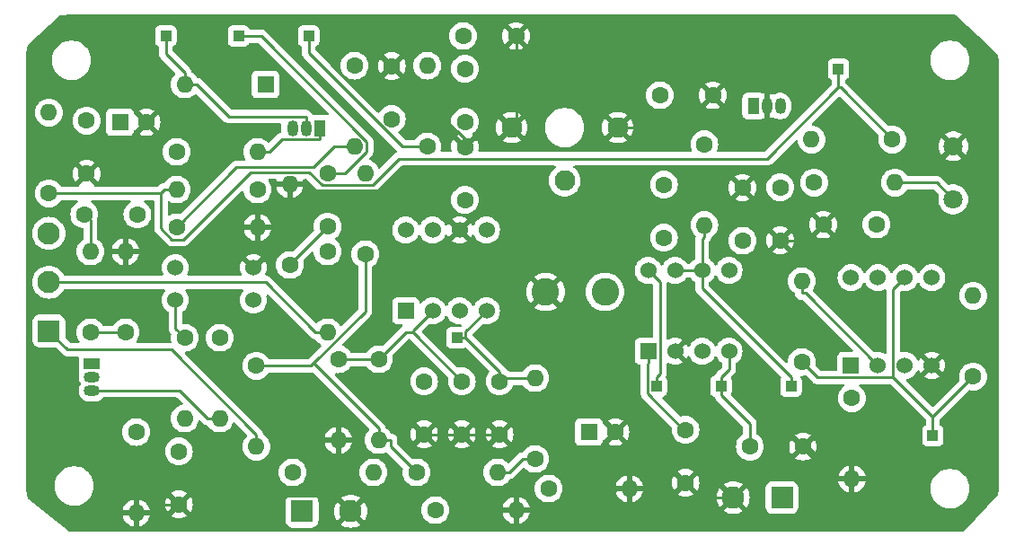
<source format=gbr>
%TF.GenerationSoftware,KiCad,Pcbnew,8.0.0*%
%TF.CreationDate,2024-03-10T20:00:21-04:00*%
%TF.ProjectId,if-and-log-amp,69662d61-6e64-42d6-9c6f-672d616d702e,1*%
%TF.SameCoordinates,Original*%
%TF.FileFunction,Copper,L1,Top*%
%TF.FilePolarity,Positive*%
%FSLAX46Y46*%
G04 Gerber Fmt 4.6, Leading zero omitted, Abs format (unit mm)*
G04 Created by KiCad (PCBNEW 8.0.0) date 2024-03-10 20:00:21*
%MOMM*%
%LPD*%
G01*
G04 APERTURE LIST*
G04 Aperture macros list*
%AMRoundRect*
0 Rectangle with rounded corners*
0 $1 Rounding radius*
0 $2 $3 $4 $5 $6 $7 $8 $9 X,Y pos of 4 corners*
0 Add a 4 corners polygon primitive as box body*
4,1,4,$2,$3,$4,$5,$6,$7,$8,$9,$2,$3,0*
0 Add four circle primitives for the rounded corners*
1,1,$1+$1,$2,$3*
1,1,$1+$1,$4,$5*
1,1,$1+$1,$6,$7*
1,1,$1+$1,$8,$9*
0 Add four rect primitives between the rounded corners*
20,1,$1+$1,$2,$3,$4,$5,0*
20,1,$1+$1,$4,$5,$6,$7,0*
20,1,$1+$1,$6,$7,$8,$9,0*
20,1,$1+$1,$8,$9,$2,$3,0*%
G04 Aperture macros list end*
%TA.AperFunction,SMDPad,CuDef*%
%ADD10R,1.000000X1.000000*%
%TD*%
%TA.AperFunction,ComponentPad*%
%ADD11C,1.600000*%
%TD*%
%TA.AperFunction,ComponentPad*%
%ADD12O,1.600000X1.600000*%
%TD*%
%TA.AperFunction,ComponentPad*%
%ADD13R,1.524000X1.524000*%
%TD*%
%TA.AperFunction,ComponentPad*%
%ADD14C,1.524000*%
%TD*%
%TA.AperFunction,ComponentPad*%
%ADD15C,2.600000*%
%TD*%
%TA.AperFunction,ComponentPad*%
%ADD16RoundRect,0.250001X0.799999X-0.799999X0.799999X0.799999X-0.799999X0.799999X-0.799999X-0.799999X0*%
%TD*%
%TA.AperFunction,ComponentPad*%
%ADD17C,2.100000*%
%TD*%
%TA.AperFunction,ComponentPad*%
%ADD18R,1.500000X1.050000*%
%TD*%
%TA.AperFunction,ComponentPad*%
%ADD19O,1.500000X1.050000*%
%TD*%
%TA.AperFunction,ComponentPad*%
%ADD20RoundRect,0.250001X-0.799999X-0.799999X0.799999X-0.799999X0.799999X0.799999X-0.799999X0.799999X0*%
%TD*%
%TA.AperFunction,ComponentPad*%
%ADD21RoundRect,0.250001X0.799999X0.799999X-0.799999X0.799999X-0.799999X-0.799999X0.799999X-0.799999X0*%
%TD*%
%TA.AperFunction,ComponentPad*%
%ADD22R,1.050000X1.500000*%
%TD*%
%TA.AperFunction,ComponentPad*%
%ADD23O,1.050000X1.500000*%
%TD*%
%TA.AperFunction,ComponentPad*%
%ADD24C,1.800000*%
%TD*%
%TA.AperFunction,ComponentPad*%
%ADD25C,1.950000*%
%TD*%
%TA.AperFunction,ComponentPad*%
%ADD26R,1.600000X1.600000*%
%TD*%
%TA.AperFunction,Conductor*%
%ADD27C,0.250000*%
%TD*%
G04 APERTURE END LIST*
D10*
%TO.P,TP303,1,1*%
%TO.N,/+10*%
X108559600Y-82448400D03*
%TD*%
D11*
%TO.P,R328,1*%
%TO.N,Net-(D301-K)*%
X117195600Y-96926400D03*
D12*
%TO.P,R328,2*%
%TO.N,/+15*%
X109575600Y-96926400D03*
%TD*%
D11*
%TO.P,R325,1*%
%TO.N,Net-(U303--)*%
X173228000Y-116586000D03*
D12*
%TO.P,R325,2*%
%TO.N,GND*%
X173228000Y-124206000D03*
%TD*%
D11*
%TO.P,R320,1*%
%TO.N,Net-(U304-ADJ)*%
X126339600Y-85242400D03*
D12*
%TO.P,R320,2*%
%TO.N,Net-(R320-Pad2)*%
X126339600Y-92862400D03*
%TD*%
D11*
%TO.P,C321,1*%
%TO.N,GND*%
X170535600Y-100228400D03*
%TO.P,C321,2*%
%TO.N,Net-(U303-V+)*%
X175535600Y-100228400D03*
%TD*%
%TO.P,C309,1*%
%TO.N,Net-(U301-FDBK)*%
X136753600Y-97902400D03*
%TO.P,C309,2*%
%TO.N,GND*%
X136753600Y-92902400D03*
%TD*%
%TO.P,C320,1*%
%TO.N,Net-(U302-OUT)*%
X163616000Y-121158000D03*
%TO.P,C320,2*%
%TO.N,GND*%
X168616000Y-121158000D03*
%TD*%
%TO.P,R310,1*%
%TO.N,Net-(C305-Pad1)*%
X143357600Y-122326400D03*
D12*
%TO.P,R310,2*%
%TO.N,Net-(U301-COMM)*%
X143357600Y-114706400D03*
%TD*%
D13*
%TO.P,U302,1,INM*%
%TO.N,Net-(U302-INM)*%
X154025600Y-112166400D03*
D14*
%TO.P,U302,2,COM*%
%TO.N,GND*%
X156565600Y-112166400D03*
%TO.P,U302,3,OFS*%
%TO.N,unconnected-(U302-OFS-Pad3)*%
X159105600Y-112166400D03*
%TO.P,U302,4,OUT*%
%TO.N,Net-(U302-OUT)*%
X161645600Y-112166400D03*
%TO.P,U302,5,INT*%
%TO.N,unconnected-(U302-INT-Pad5)*%
X161645600Y-104546400D03*
%TO.P,U302,6,ENB*%
%TO.N,Net-(U302-ENB)*%
X159105600Y-104546400D03*
%TO.P,U302,7,VPS*%
X156565600Y-104546400D03*
%TO.P,U302,8,INP*%
%TO.N,Net-(U302-INP)*%
X154025600Y-104546400D03*
%TD*%
D11*
%TO.P,C304,1*%
%TO.N,Net-(T301-SB)*%
X123799600Y-100402400D03*
%TO.P,C304,2*%
%TO.N,Net-(U301-VINP)*%
X123799600Y-95402400D03*
%TD*%
%TO.P,C301,1*%
%TO.N,Net-(J301-In)*%
X105878000Y-99274000D03*
%TO.P,C301,2*%
%TO.N,Net-(C301-Pad2)*%
X100878000Y-99274000D03*
%TD*%
D10*
%TO.P,TP301,1,1*%
%TO.N,Net-(U301-VINP)*%
X115417600Y-82448400D03*
%TD*%
D11*
%TO.P,C314,1*%
%TO.N,Net-(C312-Pad2)*%
X136579600Y-82448400D03*
%TO.P,C314,2*%
%TO.N,GND*%
X141579600Y-82448400D03*
%TD*%
D13*
%TO.P,U303,1,NULL*%
%TO.N,unconnected-(U303-NULL-Pad1)*%
X173139100Y-113499900D03*
D14*
%TO.P,U303,2,-*%
%TO.N,Net-(U303--)*%
X175679100Y-113499900D03*
%TO.P,U303,3,+*%
%TO.N,Net-(U302-OUT)*%
X178219100Y-113499900D03*
%TO.P,U303,4,V-*%
%TO.N,GND*%
X180759100Y-113499900D03*
%TO.P,U303,5,NULL*%
%TO.N,unconnected-(U303-NULL-Pad5)*%
X180759100Y-105244900D03*
%TO.P,U303,6*%
%TO.N,Net-(R326-Pad1)*%
X178219100Y-105244900D03*
%TO.P,U303,7,V+*%
%TO.N,Net-(U303-V+)*%
X175679100Y-105244900D03*
%TO.P,U303,8,STRB*%
%TO.N,unconnected-(U303-STRB-Pad8)*%
X173139100Y-105244900D03*
%TD*%
D10*
%TO.P,TP305,1,1*%
%TO.N,Net-(U302-INP)*%
X154787600Y-115468400D03*
%TD*%
D11*
%TO.P,R304,1*%
%TO.N,Net-(T301-AA)*%
X110337600Y-110896400D03*
D12*
%TO.P,R304,2*%
%TO.N,Net-(Q301-B)*%
X110337600Y-118516400D03*
%TD*%
D11*
%TO.P,R326,1*%
%TO.N,Net-(R326-Pad1)*%
X168503600Y-113182400D03*
D12*
%TO.P,R326,2*%
%TO.N,Net-(U303--)*%
X168503600Y-105562400D03*
%TD*%
D10*
%TO.P,TP309,1,1*%
%TO.N,Net-(U302-ENB)*%
X167487600Y-115468400D03*
%TD*%
D11*
%TO.P,C303,1*%
%TO.N,Net-(T301-AA)*%
X101092000Y-90424000D03*
%TO.P,C303,2*%
%TO.N,GND*%
X101092000Y-95424000D03*
%TD*%
%TO.P,C316,1*%
%TO.N,GND*%
X157541600Y-124572400D03*
%TO.P,C316,2*%
%TO.N,Net-(U302-INM)*%
X157541600Y-119572400D03*
%TD*%
%TO.P,C306,1*%
%TO.N,Net-(U301-COMM)*%
X140015600Y-115000400D03*
%TO.P,C306,2*%
%TO.N,GND*%
X140015600Y-120000400D03*
%TD*%
D15*
%TO.P,L301,1*%
%TO.N,GND*%
X144361600Y-106578400D03*
%TO.P,L301,2*%
%TO.N,Net-(C312-Pad2)*%
X149961600Y-106578400D03*
%TD*%
D11*
%TO.P,C312,1*%
%TO.N,Net-(C312-Pad1)*%
X136753600Y-90536400D03*
%TO.P,C312,2*%
%TO.N,Net-(C312-Pad2)*%
X136753600Y-85536400D03*
%TD*%
%TO.P,R316,1*%
%TO.N,Net-(U301-GNEG)*%
X128625600Y-112928400D03*
D12*
%TO.P,R316,2*%
%TO.N,/+10*%
X128625600Y-120548400D03*
%TD*%
D11*
%TO.P,C322,1*%
%TO.N,Net-(C312-Pad2)*%
X155509600Y-96458400D03*
%TO.P,C322,2*%
%TO.N,Net-(U302-INP)*%
X155509600Y-101458400D03*
%TD*%
D16*
%TO.P,J304,1,Pin_1*%
%TO.N,Net-(J304-Pin_1)*%
X97536000Y-110264000D03*
D17*
%TO.P,J304,2,Pin_2*%
%TO.N,Net-(J304-Pin_2)*%
X97536000Y-105664000D03*
%TO.P,J304,3,Pin_3*%
%TO.N,Net-(J304-Pin_3)*%
X97536000Y-101064000D03*
%TD*%
D11*
%TO.P,R314,1*%
%TO.N,Net-(U301-GPOS)*%
X123799600Y-102768400D03*
D12*
%TO.P,R314,2*%
%TO.N,Net-(J304-Pin_2)*%
X123799600Y-110388400D03*
%TD*%
D11*
%TO.P,C318,1*%
%TO.N,/+5*%
X155121600Y-88036400D03*
%TO.P,C318,2*%
%TO.N,GND*%
X160121600Y-88036400D03*
%TD*%
D18*
%TO.P,Q301,1,E*%
%TO.N,Net-(Q301-E)*%
X101595600Y-113330400D03*
D19*
%TO.P,Q301,2,B*%
%TO.N,Net-(Q301-B)*%
X101595600Y-114600400D03*
%TO.P,Q301,3,C*%
%TO.N,Net-(Q301-C)*%
X101595600Y-115870400D03*
%TD*%
D20*
%TO.P,J301,1,In*%
%TO.N,Net-(J301-In)*%
X121384000Y-127254000D03*
D17*
%TO.P,J301,2,Ext*%
%TO.N,GND*%
X125984000Y-127254000D03*
%TD*%
D11*
%TO.P,C317,1*%
%TO.N,Net-(U302-ENB)*%
X162915600Y-101752400D03*
%TO.P,C317,2*%
%TO.N,GND*%
X162915600Y-96752400D03*
%TD*%
%TO.P,R323,1*%
%TO.N,/+15*%
X177038000Y-92202000D03*
D12*
%TO.P,R323,2*%
%TO.N,Net-(U305-VI)*%
X169418000Y-92202000D03*
%TD*%
D21*
%TO.P,J302,1,In*%
%TO.N,Net-(J302-In)*%
X166638000Y-125970000D03*
D17*
%TO.P,J302,2,Ext*%
%TO.N,GND*%
X162038000Y-125970000D03*
%TD*%
D11*
%TO.P,R309,1*%
%TO.N,Net-(C305-Pad1)*%
X144627600Y-125120400D03*
D12*
%TO.P,R309,2*%
%TO.N,GND*%
X152247600Y-125120400D03*
%TD*%
D11*
%TO.P,C307,1*%
%TO.N,Net-(U301-GPOS)*%
X132903600Y-115000400D03*
%TO.P,C307,2*%
%TO.N,GND*%
X132903600Y-120000400D03*
%TD*%
%TO.P,R301,1*%
%TO.N,Net-(Q301-E)*%
X101447600Y-110388400D03*
D12*
%TO.P,R301,2*%
%TO.N,Net-(C301-Pad2)*%
X101447600Y-102768400D03*
%TD*%
D11*
%TO.P,R319,1*%
%TO.N,/+10*%
X109575600Y-93370400D03*
D12*
%TO.P,R319,2*%
%TO.N,Net-(U304-ADJ)*%
X117195600Y-93370400D03*
%TD*%
D11*
%TO.P,C302,1*%
%TO.N,Net-(Q301-B)*%
X109789600Y-121604400D03*
%TO.P,C302,2*%
%TO.N,GND*%
X109789600Y-126604400D03*
%TD*%
%TO.P,R306,1*%
%TO.N,Net-(T301-AB)*%
X113639600Y-110896400D03*
D12*
%TO.P,R306,2*%
%TO.N,Net-(Q301-C)*%
X113639600Y-118516400D03*
%TD*%
D14*
%TO.P,T301,1,AA*%
%TO.N,Net-(T301-AA)*%
X109448600Y-107340400D03*
%TO.P,T301,2,SB*%
%TO.N,Net-(T301-SB)*%
X116814600Y-107340400D03*
%TO.P,T301,3,AB*%
%TO.N,Net-(T301-AB)*%
X109448600Y-104292400D03*
%TO.P,T301,4,SA*%
%TO.N,GND*%
X116814600Y-104292400D03*
%TD*%
D22*
%TO.P,U305,1,VO*%
%TO.N,/+5*%
X163931600Y-89052400D03*
D23*
%TO.P,U305,2,GND*%
%TO.N,GND*%
X165201600Y-89052400D03*
%TO.P,U305,3,VI*%
%TO.N,Net-(U305-VI)*%
X166471600Y-89052400D03*
%TD*%
D22*
%TO.P,U304,1,ADJ*%
%TO.N,Net-(U304-ADJ)*%
X123037600Y-91126400D03*
D23*
%TO.P,U304,2,VO*%
%TO.N,/+10*%
X121767600Y-91126400D03*
%TO.P,U304,3,VI*%
%TO.N,Net-(D301-K)*%
X120497600Y-91126400D03*
%TD*%
D24*
%TO.P,J303,1,Pin_1*%
%TO.N,/+15*%
X182780000Y-97850000D03*
%TO.P,J303,2,Pin_2*%
%TO.N,GND*%
X182780000Y-92850000D03*
%TD*%
D25*
%TO.P,C313,1*%
%TO.N,GND*%
X141151600Y-91084400D03*
%TO.P,C313,2*%
%TO.N,Net-(C312-Pad2)*%
X146151600Y-96084400D03*
%TO.P,C313,3*%
%TO.N,GND*%
X151151600Y-91084400D03*
%TD*%
D11*
%TO.P,C310,1*%
%TO.N,GND*%
X129855600Y-85282400D03*
%TO.P,C310,2*%
%TO.N,Net-(U301-VPOS)*%
X129855600Y-90282400D03*
%TD*%
%TO.P,R311,1*%
%TO.N,/+10*%
X117094000Y-113538000D03*
D12*
%TO.P,R311,2*%
%TO.N,Net-(J304-Pin_1)*%
X117094000Y-121158000D03*
%TD*%
D11*
%TO.P,R324,1*%
%TO.N,Net-(U303-V+)*%
X169672000Y-96266000D03*
D12*
%TO.P,R324,2*%
%TO.N,/+15*%
X177292000Y-96266000D03*
%TD*%
D11*
%TO.P,R305,1*%
%TO.N,/+15*%
X97536000Y-97282000D03*
D12*
%TO.P,R305,2*%
%TO.N,Net-(T301-AA)*%
X97536000Y-89662000D03*
%TD*%
D11*
%TO.P,R302,1*%
%TO.N,Net-(Q301-E)*%
X104749600Y-110388400D03*
D12*
%TO.P,R302,2*%
%TO.N,GND*%
X104749600Y-102768400D03*
%TD*%
D11*
%TO.P,R315,1*%
%TO.N,Net-(U301-GNEG)*%
X124815600Y-112928400D03*
D12*
%TO.P,R315,2*%
%TO.N,GND*%
X124815600Y-120548400D03*
%TD*%
D13*
%TO.P,U301,1,GPOS*%
%TO.N,Net-(U301-GPOS)*%
X131165600Y-108356400D03*
D14*
%TO.P,U301,2,GNEG*%
%TO.N,Net-(U301-GNEG)*%
X133705600Y-108356400D03*
%TO.P,U301,3,VINP*%
%TO.N,Net-(U301-VINP)*%
X136245600Y-108356400D03*
%TO.P,U301,4,COMM*%
%TO.N,Net-(U301-COMM)*%
X138785600Y-108356400D03*
%TO.P,U301,5,FDBK*%
%TO.N,Net-(U301-FDBK)*%
X138785600Y-100736400D03*
%TO.P,U301,6,VNEG*%
%TO.N,GND*%
X136245600Y-100736400D03*
%TO.P,U301,7,VOUT*%
%TO.N,Net-(U301-VOUT)*%
X133705600Y-100736400D03*
%TO.P,U301,8,VPOS*%
%TO.N,Net-(U301-VPOS)*%
X131165600Y-100736400D03*
%TD*%
D11*
%TO.P,R327,1*%
%TO.N,Net-(R326-Pad1)*%
X184658000Y-114554000D03*
D12*
%TO.P,R327,2*%
%TO.N,Net-(J302-In)*%
X184658000Y-106934000D03*
%TD*%
D11*
%TO.P,R317,1*%
%TO.N,Net-(U301-VOUT)*%
X133197600Y-92862400D03*
D12*
%TO.P,R317,2*%
%TO.N,Net-(C312-Pad1)*%
X133197600Y-85242400D03*
%TD*%
D10*
%TO.P,TP307,1,1*%
%TO.N,/+15*%
X171958000Y-85598000D03*
%TD*%
D11*
%TO.P,C308,1*%
%TO.N,Net-(U301-GNEG)*%
X136459600Y-115000400D03*
%TO.P,C308,2*%
%TO.N,GND*%
X136459600Y-120000400D03*
%TD*%
D10*
%TO.P,TP306,1,1*%
%TO.N,Net-(U302-OUT)*%
X160883600Y-115468400D03*
%TD*%
D26*
%TO.P,C311,1*%
%TO.N,/+10*%
X104241600Y-90576400D03*
D11*
%TO.P,C311,2*%
%TO.N,GND*%
X106741600Y-90576400D03*
%TD*%
%TO.P,R303,1*%
%TO.N,Net-(Q301-B)*%
X105765600Y-119786400D03*
D12*
%TO.P,R303,2*%
%TO.N,GND*%
X105765600Y-127406400D03*
%TD*%
D26*
%TO.P,C305,1*%
%TO.N,Net-(C305-Pad1)*%
X148437600Y-119786400D03*
D11*
%TO.P,C305,2*%
%TO.N,GND*%
X150937600Y-119786400D03*
%TD*%
D10*
%TO.P,TP304,1,1*%
%TO.N,Net-(U301-VOUT)*%
X122021600Y-82448400D03*
%TD*%
D11*
%TO.P,R312,1*%
%TO.N,Net-(J304-Pin_1)*%
X120497600Y-123596400D03*
D12*
%TO.P,R312,2*%
%TO.N,Net-(J304-Pin_3)*%
X128117600Y-123596400D03*
%TD*%
D11*
%TO.P,R307,1*%
%TO.N,Net-(T301-SB)*%
X120243600Y-104038400D03*
D12*
%TO.P,R307,2*%
%TO.N,GND*%
X120243600Y-96418400D03*
%TD*%
D26*
%TO.P,D301,1,K*%
%TO.N,Net-(D301-K)*%
X117957600Y-87020400D03*
D12*
%TO.P,D301,2,A*%
%TO.N,/+10*%
X110337600Y-87020400D03*
%TD*%
D11*
%TO.P,R313,1*%
%TO.N,Net-(J304-Pin_3)*%
X133959600Y-127152400D03*
D12*
%TO.P,R313,2*%
%TO.N,GND*%
X141579600Y-127152400D03*
%TD*%
D10*
%TO.P,TP308,1,1*%
%TO.N,Net-(R326-Pad1)*%
X180848000Y-120142000D03*
%TD*%
D11*
%TO.P,R308,1*%
%TO.N,/+10*%
X132181600Y-123596400D03*
D12*
%TO.P,R308,2*%
%TO.N,Net-(C305-Pad1)*%
X139801600Y-123596400D03*
%TD*%
D11*
%TO.P,R318,1*%
%TO.N,/+10*%
X127355600Y-103022400D03*
D12*
%TO.P,R318,2*%
%TO.N,Net-(U301-VPOS)*%
X127355600Y-95402400D03*
%TD*%
D10*
%TO.P,TP302,1,1*%
%TO.N,Net-(U301-COMM)*%
X135991600Y-110896400D03*
%TD*%
D11*
%TO.P,R322,1*%
%TO.N,/+5*%
X159319600Y-92648400D03*
D12*
%TO.P,R322,2*%
%TO.N,Net-(U302-ENB)*%
X159319600Y-100268400D03*
%TD*%
D11*
%TO.P,C319,1*%
%TO.N,Net-(U305-VI)*%
X166471600Y-96712400D03*
%TO.P,C319,2*%
%TO.N,GND*%
X166471600Y-101712400D03*
%TD*%
%TO.P,R321,1*%
%TO.N,Net-(R320-Pad2)*%
X109575600Y-100482400D03*
D12*
%TO.P,R321,2*%
%TO.N,GND*%
X117195600Y-100482400D03*
%TD*%
D27*
%TO.N,GND*%
X162038000Y-125970000D02*
X158939200Y-125970000D01*
X106890900Y-127406400D02*
X107692900Y-126604400D01*
X136753600Y-92180400D02*
X136753600Y-92902400D01*
X121368900Y-96418400D02*
X121966800Y-97016300D01*
X168616000Y-121158000D02*
X169054700Y-121158000D01*
X148952900Y-88885700D02*
X151151600Y-91084400D01*
X160121600Y-88036400D02*
X157073600Y-91084400D01*
X141579600Y-82448400D02*
X141579600Y-88885700D01*
X158939200Y-125970000D02*
X157541600Y-124572400D01*
X170535600Y-100228400D02*
X176657000Y-94107000D01*
X169054700Y-121158000D02*
X172102700Y-124206000D01*
X157073600Y-91084400D02*
X151151600Y-91084400D01*
X124815600Y-126085600D02*
X124815600Y-125833700D01*
X166471600Y-101712400D02*
X169051600Y-101712400D01*
X107692900Y-126604400D02*
X109789600Y-126604400D01*
X120243600Y-96418400D02*
X121368900Y-96418400D01*
X105765600Y-127406400D02*
X106890900Y-127406400D01*
X173228000Y-124206000D02*
X172102700Y-124206000D01*
X141579600Y-90656400D02*
X141151600Y-91084400D01*
X176657000Y-94107000D02*
X181523000Y-94107000D01*
X181523000Y-94107000D02*
X182780000Y-92850000D01*
X140055600Y-92180400D02*
X136753600Y-92180400D01*
X136459600Y-120000400D02*
X140015600Y-120000400D01*
X136459600Y-120000400D02*
X132903600Y-120000400D01*
X141579600Y-127152400D02*
X149090300Y-127152400D01*
X124815600Y-125833700D02*
X124815600Y-120548400D01*
X129855600Y-85282400D02*
X136753600Y-92180400D01*
X141579600Y-88885700D02*
X141579600Y-90656400D01*
X141579600Y-88885700D02*
X148952900Y-88885700D01*
X109789600Y-126604400D02*
X110560300Y-125833700D01*
X132525500Y-97016300D02*
X136245600Y-100736400D01*
X149090300Y-127152400D02*
X151122300Y-125120400D01*
X110560300Y-125833700D02*
X124815600Y-125833700D01*
X121966800Y-97016300D02*
X132525500Y-97016300D01*
X169051600Y-101712400D02*
X170535600Y-100228400D01*
X152247600Y-125120400D02*
X151122300Y-125120400D01*
X125984000Y-127254000D02*
X124815600Y-126085600D01*
X141151600Y-91084400D02*
X140055600Y-92180400D01*
%TO.N,Net-(T301-AA)*%
X110337600Y-110896400D02*
X109448600Y-110007400D01*
X109448600Y-110007400D02*
X109448600Y-107340400D01*
%TO.N,/+10*%
X127355600Y-108433300D02*
X122495700Y-113293200D01*
X128625600Y-120548400D02*
X128625600Y-119423100D01*
X110337600Y-87020400D02*
X110337600Y-85895100D01*
X127355600Y-103022400D02*
X127355600Y-108433300D01*
X108559600Y-84117100D02*
X108559600Y-82448400D01*
X110337600Y-85895100D02*
X108559600Y-84117100D01*
X121767600Y-90051100D02*
X114493600Y-90051100D01*
X110337600Y-87020400D02*
X111462900Y-87020400D01*
X122250900Y-113538000D02*
X117094000Y-113538000D01*
X129750900Y-121165700D02*
X129750900Y-120548400D01*
X132181600Y-123596400D02*
X129750900Y-121165700D01*
X114493600Y-90051100D02*
X111462900Y-87020400D01*
X122495700Y-113293200D02*
X122250900Y-113538000D01*
X128625600Y-119423100D02*
X122495700Y-113293200D01*
X121767600Y-91126400D02*
X121767600Y-90051100D01*
X128625600Y-120548400D02*
X129750900Y-120548400D01*
%TO.N,Net-(U301-VINP)*%
X127488000Y-92400100D02*
X117536300Y-82448400D01*
X117536300Y-82448400D02*
X115417600Y-82448400D01*
X125410100Y-95402400D02*
X127488000Y-93324500D01*
X127488000Y-93324500D02*
X127488000Y-92400100D01*
X123799600Y-95402400D02*
X125410100Y-95402400D01*
%TO.N,Net-(C305-Pad1)*%
X139801600Y-123596400D02*
X140926900Y-123596400D01*
X143357600Y-122326400D02*
X142196900Y-122326400D01*
X142196900Y-122326400D02*
X140926900Y-123596400D01*
%TO.N,Net-(U301-COMM)*%
X136816900Y-110325100D02*
X136816900Y-110896400D01*
X138785600Y-108356400D02*
X136816900Y-110325100D01*
X140015600Y-114706400D02*
X140015600Y-114095100D01*
X140015600Y-114706400D02*
X140015600Y-115000400D01*
X143357600Y-114706400D02*
X142232300Y-114706400D01*
X142232300Y-114706400D02*
X140015600Y-114706400D01*
X140015600Y-114095100D02*
X136816900Y-110896400D01*
X135991600Y-110896400D02*
X136816900Y-110896400D01*
%TO.N,/+15*%
X171958000Y-87302900D02*
X171958000Y-86216900D01*
X172138900Y-87302900D02*
X171958000Y-87302900D01*
X123307600Y-96527800D02*
X122072800Y-95293000D01*
X110220600Y-101637600D02*
X109127600Y-101637600D01*
X177292000Y-96266000D02*
X181196000Y-96266000D01*
X128030400Y-96527800D02*
X123307600Y-96527800D01*
X116565200Y-95293000D02*
X110220600Y-101637600D01*
X171958000Y-87302900D02*
X165233100Y-94027800D01*
X109575600Y-96926400D02*
X108450300Y-96926400D01*
X130530400Y-94027800D02*
X128030400Y-96527800D01*
X165233100Y-94027800D02*
X130530400Y-94027800D01*
X108094700Y-97282000D02*
X108450300Y-96926400D01*
X97536000Y-97282000D02*
X108094700Y-97282000D01*
X109127600Y-101637600D02*
X108094700Y-100604700D01*
X181196000Y-96266000D02*
X182780000Y-97850000D01*
X171958000Y-85598000D02*
X171958000Y-86216900D01*
X177038000Y-92202000D02*
X172138900Y-87302900D01*
X122072800Y-95293000D02*
X116565200Y-95293000D01*
X108094700Y-100604700D02*
X108094700Y-97282000D01*
%TO.N,Net-(U301-GNEG)*%
X131168700Y-110385300D02*
X128625600Y-112928400D01*
X131844500Y-110217500D02*
X131844500Y-110385300D01*
X136459600Y-115000400D02*
X131844500Y-110385300D01*
X133705600Y-108356400D02*
X131844500Y-110217500D01*
X124815600Y-112928400D02*
X128625600Y-112928400D01*
X131844500Y-110385300D02*
X131168700Y-110385300D01*
%TO.N,Net-(R326-Pad1)*%
X180848000Y-118364000D02*
X184658000Y-114554000D01*
X180848000Y-118364000D02*
X177127000Y-114643000D01*
X177127000Y-114643000D02*
X169964200Y-114643000D01*
X180848000Y-120142000D02*
X180848000Y-118364000D01*
X177127000Y-114643000D02*
X177127000Y-106337000D01*
X177127000Y-106337000D02*
X178219100Y-105244900D01*
X169964200Y-114643000D02*
X168503600Y-113182400D01*
%TO.N,Net-(U302-INM)*%
X157391100Y-119572400D02*
X157541600Y-119572400D01*
X154025600Y-113253700D02*
X153962200Y-113317100D01*
X153962200Y-116143500D02*
X157391100Y-119572400D01*
X154025600Y-112166400D02*
X154025600Y-113253700D01*
X153962200Y-113317100D02*
X153962200Y-116143500D01*
%TO.N,Net-(U302-ENB)*%
X159105600Y-106261100D02*
X167487600Y-114643100D01*
X167487600Y-115468400D02*
X167487600Y-114643100D01*
X156565600Y-104546400D02*
X159105600Y-104546400D01*
X159105600Y-104546400D02*
X159105600Y-106261100D01*
X159105600Y-101607700D02*
X159105600Y-104546400D01*
X159319600Y-101393700D02*
X159105600Y-101607700D01*
X159319600Y-100268400D02*
X159319600Y-101393700D01*
%TO.N,Net-(U302-OUT)*%
X163616000Y-119026100D02*
X160883600Y-116293700D01*
X163616000Y-121158000D02*
X163616000Y-119026100D01*
X160883600Y-115468400D02*
X160883600Y-116293700D01*
X160883600Y-114643100D02*
X161645600Y-113881100D01*
X160883600Y-115468400D02*
X160883600Y-114643100D01*
X161645600Y-113881100D02*
X161645600Y-112166400D01*
%TO.N,Net-(U302-INP)*%
X154025600Y-104546400D02*
X155136300Y-105657100D01*
X155136300Y-114294400D02*
X154787600Y-114643100D01*
X154787600Y-115468400D02*
X154787600Y-114643100D01*
X155136300Y-105657100D02*
X155136300Y-114294400D01*
%TO.N,Net-(J304-Pin_2)*%
X117949900Y-105664000D02*
X122674300Y-110388400D01*
X97536000Y-105664000D02*
X117949900Y-105664000D01*
X123799600Y-110388400D02*
X122674300Y-110388400D01*
%TO.N,Net-(J304-Pin_1)*%
X99293800Y-112021800D02*
X109083100Y-112021800D01*
X97536000Y-110264000D02*
X99293800Y-112021800D01*
X117094000Y-121158000D02*
X117094000Y-120032700D01*
X109083100Y-112021800D02*
X117094000Y-120032700D01*
%TO.N,Net-(Q301-E)*%
X104749600Y-110388400D02*
X101447600Y-110388400D01*
%TO.N,Net-(Q301-C)*%
X109868300Y-115870400D02*
X112514300Y-118516400D01*
X101595600Y-115870400D02*
X109868300Y-115870400D01*
X113639600Y-118516400D02*
X112514300Y-118516400D01*
%TO.N,Net-(U301-VOUT)*%
X122021600Y-84041600D02*
X122021600Y-82448400D01*
X130842400Y-92862400D02*
X122021600Y-84041600D01*
X133197600Y-92862400D02*
X130842400Y-92862400D01*
%TO.N,Net-(U304-ADJ)*%
X118320900Y-93370400D02*
X119489600Y-92201700D01*
X119489600Y-92201700D02*
X123037600Y-92201700D01*
X117195600Y-93370400D02*
X118320900Y-93370400D01*
X123037600Y-91126400D02*
X123037600Y-92201700D01*
%TO.N,Net-(R320-Pad2)*%
X124444800Y-92862400D02*
X126339600Y-92862400D01*
X122478600Y-94828600D02*
X124444800Y-92862400D01*
X109575600Y-100482400D02*
X115229400Y-94828600D01*
X115229400Y-94828600D02*
X122478600Y-94828600D01*
%TO.N,Net-(U303--)*%
X168503600Y-105562400D02*
X168503600Y-106687700D01*
X168866900Y-106687700D02*
X168503600Y-106687700D01*
X175679100Y-113499900D02*
X168866900Y-106687700D01*
%TO.N,Net-(C301-Pad2)*%
X101447600Y-99843600D02*
X101447600Y-102768400D01*
X100878000Y-99274000D02*
X101447600Y-99843600D01*
%TO.N,Net-(T301-SB)*%
X120243600Y-103958400D02*
X120243600Y-104038400D01*
X123799600Y-100402400D02*
X120243600Y-103958400D01*
%TD*%
%TA.AperFunction,Conductor*%
%TO.N,GND*%
G36*
X182536511Y-80416407D02*
G01*
X182739197Y-80418749D01*
X182749204Y-80419270D01*
X182968143Y-80439558D01*
X183033081Y-80465344D01*
X183041511Y-80472566D01*
X186224799Y-83456899D01*
X186915974Y-84104876D01*
X186949117Y-84135947D01*
X186984561Y-84196159D01*
X186986197Y-84203624D01*
X187003683Y-84297163D01*
X187005265Y-84308507D01*
X187042729Y-84712795D01*
X187043250Y-84722804D01*
X187045592Y-84925487D01*
X187045600Y-84926920D01*
X187045600Y-125194936D01*
X187045591Y-125196458D01*
X187043261Y-125386230D01*
X187042673Y-125396863D01*
X187020910Y-125617805D01*
X186994748Y-125682592D01*
X186988373Y-125690026D01*
X183840269Y-129080292D01*
X183780228Y-129116024D01*
X183773595Y-129117533D01*
X183648515Y-129142414D01*
X183636478Y-129144200D01*
X183258063Y-129181473D01*
X183247430Y-129182061D01*
X183057658Y-129184391D01*
X183056136Y-129184400D01*
X99904636Y-129184400D01*
X99903247Y-129184392D01*
X99698641Y-129182100D01*
X99688589Y-129181579D01*
X99414052Y-129156139D01*
X99349114Y-129130353D01*
X99347333Y-129128932D01*
X96919600Y-127156399D01*
X104486727Y-127156399D01*
X104486728Y-127156400D01*
X105449914Y-127156400D01*
X105445520Y-127160794D01*
X105392859Y-127252006D01*
X105365600Y-127353739D01*
X105365600Y-127459061D01*
X105392859Y-127560794D01*
X105445520Y-127652006D01*
X105449914Y-127656400D01*
X104486728Y-127656400D01*
X104539330Y-127852717D01*
X104539334Y-127852726D01*
X104635465Y-128058882D01*
X104765942Y-128245220D01*
X104926779Y-128406057D01*
X105113117Y-128536534D01*
X105319273Y-128632665D01*
X105319282Y-128632669D01*
X105515599Y-128685272D01*
X105515600Y-128685271D01*
X105515600Y-127722086D01*
X105519994Y-127726480D01*
X105611206Y-127779141D01*
X105712939Y-127806400D01*
X105818261Y-127806400D01*
X105919994Y-127779141D01*
X106011206Y-127726480D01*
X106015600Y-127722086D01*
X106015600Y-128685272D01*
X106211917Y-128632669D01*
X106211926Y-128632665D01*
X106418082Y-128536534D01*
X106604420Y-128406057D01*
X106765257Y-128245220D01*
X106863756Y-128104551D01*
X119825500Y-128104551D01*
X119836113Y-128208428D01*
X119891883Y-128376735D01*
X119891884Y-128376738D01*
X119984967Y-128527647D01*
X119984970Y-128527651D01*
X120110348Y-128653029D01*
X120110352Y-128653032D01*
X120261261Y-128746115D01*
X120261264Y-128746116D01*
X120429571Y-128801886D01*
X120429572Y-128801886D01*
X120429575Y-128801887D01*
X120533456Y-128812500D01*
X120533461Y-128812500D01*
X122234539Y-128812500D01*
X122234544Y-128812500D01*
X122338425Y-128801887D01*
X122506738Y-128746115D01*
X122657651Y-128653030D01*
X122783030Y-128527651D01*
X122876115Y-128376738D01*
X122931887Y-128208425D01*
X122942500Y-128104544D01*
X122942500Y-127254000D01*
X124429207Y-127254000D01*
X124448348Y-127497219D01*
X124505303Y-127734457D01*
X124598668Y-127959861D01*
X124722504Y-128161941D01*
X125460212Y-127424233D01*
X125471482Y-127466292D01*
X125543890Y-127591708D01*
X125646292Y-127694110D01*
X125771708Y-127766518D01*
X125813765Y-127777787D01*
X125076057Y-128515494D01*
X125278138Y-128639331D01*
X125503542Y-128732696D01*
X125740780Y-128789651D01*
X125740779Y-128789651D01*
X125984000Y-128808792D01*
X126227219Y-128789651D01*
X126464457Y-128732696D01*
X126689861Y-128639331D01*
X126891941Y-128515495D01*
X126891941Y-128515494D01*
X126154235Y-127777787D01*
X126196292Y-127766518D01*
X126321708Y-127694110D01*
X126424110Y-127591708D01*
X126496518Y-127466292D01*
X126507787Y-127424234D01*
X127245494Y-128161941D01*
X127245495Y-128161941D01*
X127369331Y-127959861D01*
X127462696Y-127734457D01*
X127519651Y-127497219D01*
X127538792Y-127254000D01*
X127530796Y-127152401D01*
X132646102Y-127152401D01*
X132666056Y-127380481D01*
X132666057Y-127380489D01*
X132725314Y-127601638D01*
X132725318Y-127601649D01*
X132802198Y-127766518D01*
X132822077Y-127809149D01*
X132953402Y-127996700D01*
X133115300Y-128158598D01*
X133302851Y-128289923D01*
X133427691Y-128348136D01*
X133510350Y-128386681D01*
X133510352Y-128386681D01*
X133510357Y-128386684D01*
X133731513Y-128445943D01*
X133894432Y-128460196D01*
X133959598Y-128465898D01*
X133959600Y-128465898D01*
X133959602Y-128465898D01*
X134016621Y-128460909D01*
X134187687Y-128445943D01*
X134408843Y-128386684D01*
X134616349Y-128289923D01*
X134803900Y-128158598D01*
X134965798Y-127996700D01*
X135097123Y-127809149D01*
X135193884Y-127601643D01*
X135253143Y-127380487D01*
X135273098Y-127152400D01*
X135253143Y-126924313D01*
X135247271Y-126902399D01*
X140300727Y-126902399D01*
X140300728Y-126902400D01*
X141263914Y-126902400D01*
X141259520Y-126906794D01*
X141206859Y-126998006D01*
X141179600Y-127099739D01*
X141179600Y-127205061D01*
X141206859Y-127306794D01*
X141259520Y-127398006D01*
X141263914Y-127402400D01*
X140300728Y-127402400D01*
X140353330Y-127598717D01*
X140353334Y-127598726D01*
X140449465Y-127804882D01*
X140579942Y-127991220D01*
X140740779Y-128152057D01*
X140927117Y-128282534D01*
X141133273Y-128378665D01*
X141133282Y-128378669D01*
X141329599Y-128431272D01*
X141329600Y-128431271D01*
X141329600Y-127468086D01*
X141333994Y-127472480D01*
X141425206Y-127525141D01*
X141526939Y-127552400D01*
X141632261Y-127552400D01*
X141733994Y-127525141D01*
X141825206Y-127472480D01*
X141829600Y-127468086D01*
X141829600Y-128431272D01*
X142025917Y-128378669D01*
X142025926Y-128378665D01*
X142232082Y-128282534D01*
X142418420Y-128152057D01*
X142579257Y-127991220D01*
X142709734Y-127804882D01*
X142805865Y-127598726D01*
X142805869Y-127598717D01*
X142858472Y-127402400D01*
X141895286Y-127402400D01*
X141899680Y-127398006D01*
X141952341Y-127306794D01*
X141979600Y-127205061D01*
X141979600Y-127099739D01*
X141952341Y-126998006D01*
X141899680Y-126906794D01*
X141895286Y-126902400D01*
X142858472Y-126902400D01*
X142858472Y-126902399D01*
X142805869Y-126706082D01*
X142805865Y-126706073D01*
X142709734Y-126499917D01*
X142579257Y-126313579D01*
X142418420Y-126152742D01*
X142232082Y-126022265D01*
X142025928Y-125926134D01*
X141829600Y-125873527D01*
X141829600Y-126836714D01*
X141825206Y-126832320D01*
X141733994Y-126779659D01*
X141632261Y-126752400D01*
X141526939Y-126752400D01*
X141425206Y-126779659D01*
X141333994Y-126832320D01*
X141329600Y-126836714D01*
X141329600Y-125873527D01*
X141133271Y-125926134D01*
X140927117Y-126022265D01*
X140740779Y-126152742D01*
X140579942Y-126313579D01*
X140449465Y-126499917D01*
X140353334Y-126706073D01*
X140353330Y-126706082D01*
X140300727Y-126902399D01*
X135247271Y-126902399D01*
X135193884Y-126703157D01*
X135097123Y-126495651D01*
X134965798Y-126308100D01*
X134803900Y-126146202D01*
X134616349Y-126014877D01*
X134568370Y-125992504D01*
X134408849Y-125918118D01*
X134408838Y-125918114D01*
X134187689Y-125858857D01*
X134187681Y-125858856D01*
X133959602Y-125838902D01*
X133959598Y-125838902D01*
X133731518Y-125858856D01*
X133731510Y-125858857D01*
X133510361Y-125918114D01*
X133510350Y-125918118D01*
X133302854Y-126014875D01*
X133302852Y-126014876D01*
X133263531Y-126042409D01*
X133115300Y-126146202D01*
X133115298Y-126146203D01*
X133115295Y-126146206D01*
X132953406Y-126308095D01*
X132953403Y-126308098D01*
X132953402Y-126308100D01*
X132886633Y-126403456D01*
X132822076Y-126495652D01*
X132822075Y-126495654D01*
X132725318Y-126703150D01*
X132725314Y-126703161D01*
X132666057Y-126924310D01*
X132666056Y-126924318D01*
X132646102Y-127152398D01*
X132646102Y-127152401D01*
X127530796Y-127152401D01*
X127519651Y-127010780D01*
X127462696Y-126773542D01*
X127369331Y-126548138D01*
X127245494Y-126346057D01*
X126507787Y-127083764D01*
X126496518Y-127041708D01*
X126424110Y-126916292D01*
X126321708Y-126813890D01*
X126196292Y-126741482D01*
X126154234Y-126730212D01*
X126891941Y-125992504D01*
X126689861Y-125868668D01*
X126464457Y-125775303D01*
X126227219Y-125718348D01*
X126227220Y-125718348D01*
X125984000Y-125699207D01*
X125740780Y-125718348D01*
X125503542Y-125775303D01*
X125278138Y-125868668D01*
X125076057Y-125992504D01*
X125813766Y-126730212D01*
X125771708Y-126741482D01*
X125646292Y-126813890D01*
X125543890Y-126916292D01*
X125471482Y-127041708D01*
X125460212Y-127083765D01*
X124722504Y-126346057D01*
X124598668Y-126548138D01*
X124505303Y-126773542D01*
X124448348Y-127010780D01*
X124429207Y-127254000D01*
X122942500Y-127254000D01*
X122942500Y-126403456D01*
X122931887Y-126299575D01*
X122918086Y-126257924D01*
X122876116Y-126131264D01*
X122876115Y-126131261D01*
X122783032Y-125980352D01*
X122783029Y-125980348D01*
X122657651Y-125854970D01*
X122657647Y-125854967D01*
X122506738Y-125761884D01*
X122506735Y-125761883D01*
X122338428Y-125706113D01*
X122234551Y-125695500D01*
X122234544Y-125695500D01*
X120533456Y-125695500D01*
X120533448Y-125695500D01*
X120429571Y-125706113D01*
X120261264Y-125761883D01*
X120261261Y-125761884D01*
X120110352Y-125854967D01*
X120110348Y-125854970D01*
X119984970Y-125980348D01*
X119984967Y-125980352D01*
X119891884Y-126131261D01*
X119891883Y-126131264D01*
X119836113Y-126299571D01*
X119825500Y-126403448D01*
X119825500Y-128104551D01*
X106863756Y-128104551D01*
X106895734Y-128058882D01*
X106991865Y-127852726D01*
X106991869Y-127852717D01*
X107044472Y-127656400D01*
X106081286Y-127656400D01*
X106085680Y-127652006D01*
X106138341Y-127560794D01*
X106165600Y-127459061D01*
X106165600Y-127353739D01*
X106138341Y-127252006D01*
X106085680Y-127160794D01*
X106081286Y-127156400D01*
X107044472Y-127156400D01*
X107044472Y-127156399D01*
X106991869Y-126960082D01*
X106991865Y-126960073D01*
X106895734Y-126753917D01*
X106791041Y-126604402D01*
X108484634Y-126604402D01*
X108504458Y-126830999D01*
X108504460Y-126831010D01*
X108563330Y-127050717D01*
X108563335Y-127050731D01*
X108659463Y-127256878D01*
X108710574Y-127329872D01*
X109389600Y-126650846D01*
X109389600Y-126657061D01*
X109416859Y-126758794D01*
X109469520Y-126850006D01*
X109543994Y-126924480D01*
X109635206Y-126977141D01*
X109736939Y-127004400D01*
X109743153Y-127004400D01*
X109064126Y-127683425D01*
X109137113Y-127734532D01*
X109137121Y-127734536D01*
X109343268Y-127830664D01*
X109343282Y-127830669D01*
X109562989Y-127889539D01*
X109563000Y-127889541D01*
X109789598Y-127909366D01*
X109789602Y-127909366D01*
X110016199Y-127889541D01*
X110016210Y-127889539D01*
X110235917Y-127830669D01*
X110235931Y-127830664D01*
X110442078Y-127734536D01*
X110515071Y-127683424D01*
X109836047Y-127004400D01*
X109842261Y-127004400D01*
X109943994Y-126977141D01*
X110035206Y-126924480D01*
X110109680Y-126850006D01*
X110162341Y-126758794D01*
X110189600Y-126657061D01*
X110189600Y-126650847D01*
X110868624Y-127329871D01*
X110919736Y-127256878D01*
X111015864Y-127050731D01*
X111015869Y-127050717D01*
X111074739Y-126831010D01*
X111074741Y-126830999D01*
X111094566Y-126604402D01*
X111094566Y-126604397D01*
X111074741Y-126377800D01*
X111074739Y-126377789D01*
X111015869Y-126158082D01*
X111015864Y-126158068D01*
X110919736Y-125951921D01*
X110919732Y-125951913D01*
X110868625Y-125878926D01*
X110189600Y-126557951D01*
X110189600Y-126551739D01*
X110162341Y-126450006D01*
X110109680Y-126358794D01*
X110035206Y-126284320D01*
X109943994Y-126231659D01*
X109842261Y-126204400D01*
X109836048Y-126204400D01*
X110515072Y-125525374D01*
X110442078Y-125474263D01*
X110235931Y-125378135D01*
X110235917Y-125378130D01*
X110016210Y-125319260D01*
X110016199Y-125319258D01*
X109789602Y-125299434D01*
X109789598Y-125299434D01*
X109563000Y-125319258D01*
X109562989Y-125319260D01*
X109343282Y-125378130D01*
X109343273Y-125378134D01*
X109137116Y-125474266D01*
X109137112Y-125474268D01*
X109064126Y-125525373D01*
X109064126Y-125525374D01*
X109743153Y-126204400D01*
X109736939Y-126204400D01*
X109635206Y-126231659D01*
X109543994Y-126284320D01*
X109469520Y-126358794D01*
X109416859Y-126450006D01*
X109389600Y-126551739D01*
X109389600Y-126557952D01*
X108710574Y-125878926D01*
X108710573Y-125878926D01*
X108659468Y-125951912D01*
X108659466Y-125951916D01*
X108563334Y-126158073D01*
X108563330Y-126158082D01*
X108504460Y-126377789D01*
X108504458Y-126377800D01*
X108484634Y-126604397D01*
X108484634Y-126604402D01*
X106791041Y-126604402D01*
X106765257Y-126567579D01*
X106604420Y-126406742D01*
X106418082Y-126276265D01*
X106211928Y-126180134D01*
X106015600Y-126127527D01*
X106015600Y-127090714D01*
X106011206Y-127086320D01*
X105919994Y-127033659D01*
X105818261Y-127006400D01*
X105712939Y-127006400D01*
X105611206Y-127033659D01*
X105519994Y-127086320D01*
X105515600Y-127090714D01*
X105515600Y-126127527D01*
X105319271Y-126180134D01*
X105113117Y-126276265D01*
X104926779Y-126406742D01*
X104765942Y-126567579D01*
X104635465Y-126753917D01*
X104539334Y-126960073D01*
X104539330Y-126960082D01*
X104486727Y-127156399D01*
X96919600Y-127156399D01*
X95612871Y-126094682D01*
X95573254Y-126037132D01*
X95571809Y-126032412D01*
X95487244Y-125735201D01*
X95471652Y-125680399D01*
X95469029Y-125669250D01*
X95459158Y-125616446D01*
X95393825Y-125266941D01*
X95392246Y-125255623D01*
X95367419Y-124987688D01*
X98073100Y-124987688D01*
X98104761Y-125228185D01*
X98167547Y-125462504D01*
X98211924Y-125569638D01*
X98260376Y-125686612D01*
X98381664Y-125896689D01*
X98381666Y-125896692D01*
X98381667Y-125896693D01*
X98529333Y-126089136D01*
X98529339Y-126089143D01*
X98700856Y-126260660D01*
X98700863Y-126260666D01*
X98769821Y-126313579D01*
X98893311Y-126408336D01*
X99103388Y-126529624D01*
X99327500Y-126622454D01*
X99561811Y-126685238D01*
X99720140Y-126706082D01*
X99802311Y-126716900D01*
X99802312Y-126716900D01*
X100044889Y-126716900D01*
X100127060Y-126706082D01*
X100285389Y-126685238D01*
X100519700Y-126622454D01*
X100743812Y-126529624D01*
X100953889Y-126408336D01*
X101146338Y-126260665D01*
X101317865Y-126089138D01*
X101465536Y-125896689D01*
X101586824Y-125686612D01*
X101679654Y-125462500D01*
X101742438Y-125228189D01*
X101756628Y-125120401D01*
X143314102Y-125120401D01*
X143334056Y-125348481D01*
X143334057Y-125348489D01*
X143393314Y-125569638D01*
X143393318Y-125569649D01*
X143482958Y-125761883D01*
X143490077Y-125777149D01*
X143621402Y-125964700D01*
X143783300Y-126126598D01*
X143970851Y-126257923D01*
X144095691Y-126316136D01*
X144178350Y-126354681D01*
X144178352Y-126354681D01*
X144178357Y-126354684D01*
X144399513Y-126413943D01*
X144562432Y-126428196D01*
X144627598Y-126433898D01*
X144627600Y-126433898D01*
X144627602Y-126433898D01*
X144684621Y-126428909D01*
X144855687Y-126413943D01*
X145076843Y-126354684D01*
X145284349Y-126257923D01*
X145471900Y-126126598D01*
X145633798Y-125964700D01*
X145765123Y-125777149D01*
X145861884Y-125569643D01*
X145921143Y-125348487D01*
X145941098Y-125120400D01*
X145941015Y-125119456D01*
X145930487Y-124999112D01*
X145921143Y-124892313D01*
X145915271Y-124870399D01*
X150968727Y-124870399D01*
X150968728Y-124870400D01*
X151931914Y-124870400D01*
X151927520Y-124874794D01*
X151874859Y-124966006D01*
X151847600Y-125067739D01*
X151847600Y-125173061D01*
X151874859Y-125274794D01*
X151927520Y-125366006D01*
X151931914Y-125370400D01*
X150968728Y-125370400D01*
X151021330Y-125566717D01*
X151021334Y-125566726D01*
X151117465Y-125772882D01*
X151247942Y-125959220D01*
X151408779Y-126120057D01*
X151595117Y-126250534D01*
X151801273Y-126346665D01*
X151801282Y-126346669D01*
X151997599Y-126399272D01*
X151997600Y-126399271D01*
X151997600Y-125436086D01*
X152001994Y-125440480D01*
X152093206Y-125493141D01*
X152194939Y-125520400D01*
X152300261Y-125520400D01*
X152401994Y-125493141D01*
X152493206Y-125440480D01*
X152497600Y-125436086D01*
X152497600Y-126399272D01*
X152693917Y-126346669D01*
X152693926Y-126346665D01*
X152900082Y-126250534D01*
X153086420Y-126120057D01*
X153236477Y-125970000D01*
X160483207Y-125970000D01*
X160502348Y-126213219D01*
X160559303Y-126450457D01*
X160652668Y-126675861D01*
X160776504Y-126877941D01*
X161514212Y-126140233D01*
X161525482Y-126182292D01*
X161597890Y-126307708D01*
X161700292Y-126410110D01*
X161825708Y-126482518D01*
X161867765Y-126493787D01*
X161130057Y-127231494D01*
X161332138Y-127355331D01*
X161557542Y-127448696D01*
X161794780Y-127505651D01*
X161794779Y-127505651D01*
X162038000Y-127524792D01*
X162281219Y-127505651D01*
X162518457Y-127448696D01*
X162743861Y-127355331D01*
X162945941Y-127231495D01*
X162945941Y-127231494D01*
X162208235Y-126493787D01*
X162250292Y-126482518D01*
X162375708Y-126410110D01*
X162478110Y-126307708D01*
X162550518Y-126182292D01*
X162561787Y-126140234D01*
X163299494Y-126877941D01*
X163299495Y-126877941D01*
X163334664Y-126820551D01*
X165079500Y-126820551D01*
X165090113Y-126924428D01*
X165145883Y-127092735D01*
X165145884Y-127092738D01*
X165238967Y-127243647D01*
X165238970Y-127243651D01*
X165364348Y-127369029D01*
X165364352Y-127369032D01*
X165515261Y-127462115D01*
X165515264Y-127462116D01*
X165683571Y-127517886D01*
X165683572Y-127517886D01*
X165683575Y-127517887D01*
X165787456Y-127528500D01*
X165787461Y-127528500D01*
X167488539Y-127528500D01*
X167488544Y-127528500D01*
X167592425Y-127517887D01*
X167760738Y-127462115D01*
X167911651Y-127369030D01*
X168037030Y-127243651D01*
X168130115Y-127092738D01*
X168185887Y-126924425D01*
X168196500Y-126820544D01*
X168196500Y-125119456D01*
X168185887Y-125015575D01*
X168180432Y-124999111D01*
X168130116Y-124847264D01*
X168130115Y-124847261D01*
X168037032Y-124696352D01*
X168037029Y-124696348D01*
X167911651Y-124570970D01*
X167911647Y-124570967D01*
X167760738Y-124477884D01*
X167760735Y-124477883D01*
X167592428Y-124422113D01*
X167488551Y-124411500D01*
X167488544Y-124411500D01*
X165787456Y-124411500D01*
X165787448Y-124411500D01*
X165683571Y-124422113D01*
X165515264Y-124477883D01*
X165515261Y-124477884D01*
X165364352Y-124570967D01*
X165364348Y-124570970D01*
X165238970Y-124696348D01*
X165238967Y-124696352D01*
X165145884Y-124847261D01*
X165145883Y-124847264D01*
X165090113Y-125015571D01*
X165079500Y-125119448D01*
X165079500Y-126820551D01*
X163334664Y-126820551D01*
X163423331Y-126675861D01*
X163516696Y-126450457D01*
X163573651Y-126213219D01*
X163592792Y-125970000D01*
X163573651Y-125726780D01*
X163516696Y-125489542D01*
X163423331Y-125264138D01*
X163299494Y-125062057D01*
X162561787Y-125799764D01*
X162550518Y-125757708D01*
X162478110Y-125632292D01*
X162375708Y-125529890D01*
X162250292Y-125457482D01*
X162208234Y-125446212D01*
X162945941Y-124708504D01*
X162743861Y-124584668D01*
X162518457Y-124491303D01*
X162281219Y-124434348D01*
X162281220Y-124434348D01*
X162038000Y-124415207D01*
X161794780Y-124434348D01*
X161557542Y-124491303D01*
X161332138Y-124584668D01*
X161130057Y-124708504D01*
X161867766Y-125446212D01*
X161825708Y-125457482D01*
X161700292Y-125529890D01*
X161597890Y-125632292D01*
X161525482Y-125757708D01*
X161514212Y-125799765D01*
X160776504Y-125062057D01*
X160652668Y-125264138D01*
X160559303Y-125489542D01*
X160502348Y-125726780D01*
X160483207Y-125970000D01*
X153236477Y-125970000D01*
X153247257Y-125959220D01*
X153377734Y-125772882D01*
X153473865Y-125566726D01*
X153473869Y-125566717D01*
X153526472Y-125370400D01*
X152563286Y-125370400D01*
X152567680Y-125366006D01*
X152620341Y-125274794D01*
X152647600Y-125173061D01*
X152647600Y-125067739D01*
X152620341Y-124966006D01*
X152567680Y-124874794D01*
X152563286Y-124870400D01*
X153526472Y-124870400D01*
X153526472Y-124870399D01*
X153473869Y-124674082D01*
X153473865Y-124674073D01*
X153426456Y-124572402D01*
X156236634Y-124572402D01*
X156256458Y-124798999D01*
X156256460Y-124799010D01*
X156315330Y-125018717D01*
X156315335Y-125018731D01*
X156411463Y-125224878D01*
X156462574Y-125297872D01*
X157141600Y-124618846D01*
X157141600Y-124625061D01*
X157168859Y-124726794D01*
X157221520Y-124818006D01*
X157295994Y-124892480D01*
X157387206Y-124945141D01*
X157488939Y-124972400D01*
X157495153Y-124972400D01*
X156816126Y-125651425D01*
X156889113Y-125702532D01*
X156889121Y-125702536D01*
X157095268Y-125798664D01*
X157095282Y-125798669D01*
X157314989Y-125857539D01*
X157315000Y-125857541D01*
X157541598Y-125877366D01*
X157541602Y-125877366D01*
X157768199Y-125857541D01*
X157768210Y-125857539D01*
X157987917Y-125798669D01*
X157987931Y-125798664D01*
X158194078Y-125702536D01*
X158267071Y-125651424D01*
X157588047Y-124972400D01*
X157594261Y-124972400D01*
X157695994Y-124945141D01*
X157787206Y-124892480D01*
X157861680Y-124818006D01*
X157914341Y-124726794D01*
X157941600Y-124625061D01*
X157941600Y-124618847D01*
X158620624Y-125297871D01*
X158671736Y-125224878D01*
X158767864Y-125018731D01*
X158767869Y-125018717D01*
X158826739Y-124799010D01*
X158826741Y-124798999D01*
X158846566Y-124572402D01*
X158846566Y-124572397D01*
X158826741Y-124345800D01*
X158826739Y-124345789D01*
X158767869Y-124126082D01*
X158767864Y-124126068D01*
X158688559Y-123955999D01*
X171949127Y-123955999D01*
X171949128Y-123956000D01*
X172912314Y-123956000D01*
X172907920Y-123960394D01*
X172855259Y-124051606D01*
X172828000Y-124153339D01*
X172828000Y-124258661D01*
X172855259Y-124360394D01*
X172907920Y-124451606D01*
X172912314Y-124456000D01*
X171949128Y-124456000D01*
X172001730Y-124652317D01*
X172001734Y-124652326D01*
X172097865Y-124858482D01*
X172228342Y-125044820D01*
X172389179Y-125205657D01*
X172575517Y-125336134D01*
X172781673Y-125432265D01*
X172781682Y-125432269D01*
X172977999Y-125484872D01*
X172978000Y-125484871D01*
X172978000Y-124521686D01*
X172982394Y-124526080D01*
X173073606Y-124578741D01*
X173175339Y-124606000D01*
X173280661Y-124606000D01*
X173382394Y-124578741D01*
X173473606Y-124526080D01*
X173478000Y-124521686D01*
X173478000Y-125484872D01*
X173674317Y-125432269D01*
X173674326Y-125432265D01*
X173880482Y-125336134D01*
X174015363Y-125241688D01*
X180623100Y-125241688D01*
X180653718Y-125474266D01*
X180654762Y-125482189D01*
X180667544Y-125529890D01*
X180717547Y-125716504D01*
X180810373Y-125940605D01*
X180810377Y-125940614D01*
X180827343Y-125969999D01*
X180931664Y-126150689D01*
X180931666Y-126150692D01*
X180931667Y-126150693D01*
X181079333Y-126343136D01*
X181079339Y-126343143D01*
X181250856Y-126514660D01*
X181250863Y-126514666D01*
X181294485Y-126548138D01*
X181443311Y-126662336D01*
X181653388Y-126783624D01*
X181877500Y-126876454D01*
X182111811Y-126939238D01*
X182270140Y-126960082D01*
X182352311Y-126970900D01*
X182352312Y-126970900D01*
X182594889Y-126970900D01*
X182677060Y-126960082D01*
X182835389Y-126939238D01*
X183069700Y-126876454D01*
X183293812Y-126783624D01*
X183503889Y-126662336D01*
X183696338Y-126514665D01*
X183867865Y-126343138D01*
X184015536Y-126150689D01*
X184136824Y-125940612D01*
X184229654Y-125716500D01*
X184292438Y-125482189D01*
X184324100Y-125241688D01*
X184324100Y-124999112D01*
X184292438Y-124758611D01*
X184229654Y-124524300D01*
X184136824Y-124300188D01*
X184015536Y-124090111D01*
X183912629Y-123956000D01*
X183867866Y-123897663D01*
X183867860Y-123897656D01*
X183696343Y-123726139D01*
X183696336Y-123726133D01*
X183503893Y-123578467D01*
X183503892Y-123578466D01*
X183503889Y-123578464D01*
X183293812Y-123457176D01*
X183257809Y-123442263D01*
X183069704Y-123364347D01*
X182835385Y-123301561D01*
X182594889Y-123269900D01*
X182594888Y-123269900D01*
X182352312Y-123269900D01*
X182352311Y-123269900D01*
X182111814Y-123301561D01*
X181877495Y-123364347D01*
X181653394Y-123457173D01*
X181653385Y-123457177D01*
X181443306Y-123578467D01*
X181250863Y-123726133D01*
X181250856Y-123726139D01*
X181079339Y-123897656D01*
X181079333Y-123897663D01*
X180931667Y-124090106D01*
X180810377Y-124300185D01*
X180810373Y-124300194D01*
X180717547Y-124524295D01*
X180654761Y-124758614D01*
X180623100Y-124999111D01*
X180623100Y-125241688D01*
X174015363Y-125241688D01*
X174066820Y-125205657D01*
X174227657Y-125044820D01*
X174358134Y-124858482D01*
X174454265Y-124652326D01*
X174454269Y-124652317D01*
X174506872Y-124456000D01*
X173543686Y-124456000D01*
X173548080Y-124451606D01*
X173600741Y-124360394D01*
X173628000Y-124258661D01*
X173628000Y-124153339D01*
X173600741Y-124051606D01*
X173548080Y-123960394D01*
X173543686Y-123956000D01*
X174506872Y-123956000D01*
X174506872Y-123955999D01*
X174454269Y-123759682D01*
X174454265Y-123759673D01*
X174358134Y-123553517D01*
X174227657Y-123367179D01*
X174066820Y-123206342D01*
X173880482Y-123075865D01*
X173674328Y-122979734D01*
X173478000Y-122927127D01*
X173478000Y-123890314D01*
X173473606Y-123885920D01*
X173382394Y-123833259D01*
X173280661Y-123806000D01*
X173175339Y-123806000D01*
X173073606Y-123833259D01*
X172982394Y-123885920D01*
X172978000Y-123890314D01*
X172978000Y-122927127D01*
X172781671Y-122979734D01*
X172575517Y-123075865D01*
X172389179Y-123206342D01*
X172228342Y-123367179D01*
X172097865Y-123553517D01*
X172001734Y-123759673D01*
X172001730Y-123759682D01*
X171949127Y-123955999D01*
X158688559Y-123955999D01*
X158671736Y-123919921D01*
X158671732Y-123919913D01*
X158620625Y-123846926D01*
X157941600Y-124525951D01*
X157941600Y-124519739D01*
X157914341Y-124418006D01*
X157861680Y-124326794D01*
X157787206Y-124252320D01*
X157695994Y-124199659D01*
X157594261Y-124172400D01*
X157588048Y-124172400D01*
X158267072Y-123493374D01*
X158194078Y-123442263D01*
X157987931Y-123346135D01*
X157987917Y-123346130D01*
X157768210Y-123287260D01*
X157768199Y-123287258D01*
X157541602Y-123267434D01*
X157541598Y-123267434D01*
X157315000Y-123287258D01*
X157314989Y-123287260D01*
X157095282Y-123346130D01*
X157095273Y-123346134D01*
X156889116Y-123442266D01*
X156889112Y-123442268D01*
X156816126Y-123493373D01*
X156816126Y-123493374D01*
X157495153Y-124172400D01*
X157488939Y-124172400D01*
X157387206Y-124199659D01*
X157295994Y-124252320D01*
X157221520Y-124326794D01*
X157168859Y-124418006D01*
X157141600Y-124519739D01*
X157141600Y-124525952D01*
X156462574Y-123846926D01*
X156462573Y-123846926D01*
X156411468Y-123919912D01*
X156411466Y-123919916D01*
X156315334Y-124126073D01*
X156315330Y-124126082D01*
X156256460Y-124345789D01*
X156256458Y-124345800D01*
X156236634Y-124572397D01*
X156236634Y-124572402D01*
X153426456Y-124572402D01*
X153377734Y-124467917D01*
X153247257Y-124281579D01*
X153086420Y-124120742D01*
X152900082Y-123990265D01*
X152693928Y-123894134D01*
X152497600Y-123841527D01*
X152497600Y-124804714D01*
X152493206Y-124800320D01*
X152401994Y-124747659D01*
X152300261Y-124720400D01*
X152194939Y-124720400D01*
X152093206Y-124747659D01*
X152001994Y-124800320D01*
X151997600Y-124804714D01*
X151997600Y-123841527D01*
X151801271Y-123894134D01*
X151595117Y-123990265D01*
X151408779Y-124120742D01*
X151247942Y-124281579D01*
X151117465Y-124467917D01*
X151021334Y-124674073D01*
X151021330Y-124674082D01*
X150968727Y-124870399D01*
X145915271Y-124870399D01*
X145861884Y-124671157D01*
X145765123Y-124463651D01*
X145633798Y-124276100D01*
X145471900Y-124114202D01*
X145284349Y-123982877D01*
X145226709Y-123955999D01*
X145076849Y-123886118D01*
X145076838Y-123886114D01*
X144855689Y-123826857D01*
X144855681Y-123826856D01*
X144627602Y-123806902D01*
X144627598Y-123806902D01*
X144399518Y-123826856D01*
X144399510Y-123826857D01*
X144178361Y-123886114D01*
X144178350Y-123886118D01*
X143970854Y-123982875D01*
X143970852Y-123982876D01*
X143970851Y-123982877D01*
X143783300Y-124114202D01*
X143783298Y-124114203D01*
X143783295Y-124114206D01*
X143621406Y-124276095D01*
X143621403Y-124276098D01*
X143621402Y-124276100D01*
X143562379Y-124360394D01*
X143490076Y-124463652D01*
X143490075Y-124463654D01*
X143393318Y-124671150D01*
X143393314Y-124671161D01*
X143334057Y-124892310D01*
X143334056Y-124892318D01*
X143314102Y-125120398D01*
X143314102Y-125120401D01*
X101756628Y-125120401D01*
X101774100Y-124987688D01*
X101774100Y-124745112D01*
X101771688Y-124726794D01*
X101761885Y-124652326D01*
X101742438Y-124504611D01*
X101679654Y-124270300D01*
X101586824Y-124046188D01*
X101465536Y-123836111D01*
X101317865Y-123643662D01*
X101317860Y-123643656D01*
X101270605Y-123596401D01*
X119184102Y-123596401D01*
X119204056Y-123824481D01*
X119204057Y-123824489D01*
X119263314Y-124045638D01*
X119263318Y-124045649D01*
X119337884Y-124205556D01*
X119360077Y-124253149D01*
X119491402Y-124440700D01*
X119653300Y-124602598D01*
X119840851Y-124733923D01*
X119965691Y-124792136D01*
X120048350Y-124830681D01*
X120048352Y-124830681D01*
X120048357Y-124830684D01*
X120269513Y-124889943D01*
X120432432Y-124904196D01*
X120497598Y-124909898D01*
X120497600Y-124909898D01*
X120497602Y-124909898D01*
X120554621Y-124904909D01*
X120725687Y-124889943D01*
X120946843Y-124830684D01*
X121154349Y-124733923D01*
X121341900Y-124602598D01*
X121503798Y-124440700D01*
X121635123Y-124253149D01*
X121731884Y-124045643D01*
X121791143Y-123824487D01*
X121811098Y-123596401D01*
X126804102Y-123596401D01*
X126824056Y-123824481D01*
X126824057Y-123824489D01*
X126883314Y-124045638D01*
X126883318Y-124045649D01*
X126957884Y-124205556D01*
X126980077Y-124253149D01*
X127111402Y-124440700D01*
X127273300Y-124602598D01*
X127460851Y-124733923D01*
X127585691Y-124792136D01*
X127668350Y-124830681D01*
X127668352Y-124830681D01*
X127668357Y-124830684D01*
X127889513Y-124889943D01*
X128052432Y-124904196D01*
X128117598Y-124909898D01*
X128117600Y-124909898D01*
X128117602Y-124909898D01*
X128174621Y-124904909D01*
X128345687Y-124889943D01*
X128566843Y-124830684D01*
X128774349Y-124733923D01*
X128961900Y-124602598D01*
X129123798Y-124440700D01*
X129255123Y-124253149D01*
X129351884Y-124045643D01*
X129411143Y-123824487D01*
X129431098Y-123596400D01*
X129411143Y-123368313D01*
X129351884Y-123147157D01*
X129255123Y-122939651D01*
X129123798Y-122752100D01*
X128961900Y-122590202D01*
X128774349Y-122458877D01*
X128752533Y-122448704D01*
X128566849Y-122362118D01*
X128566838Y-122362114D01*
X128345689Y-122302857D01*
X128345681Y-122302856D01*
X128117602Y-122282902D01*
X128117598Y-122282902D01*
X127889518Y-122302856D01*
X127889510Y-122302857D01*
X127668361Y-122362114D01*
X127668350Y-122362118D01*
X127460854Y-122458875D01*
X127460852Y-122458876D01*
X127460851Y-122458877D01*
X127273300Y-122590202D01*
X127273298Y-122590203D01*
X127273295Y-122590206D01*
X127111406Y-122752095D01*
X127111403Y-122752098D01*
X127111402Y-122752100D01*
X127050777Y-122838681D01*
X126980076Y-122939652D01*
X126980075Y-122939654D01*
X126883318Y-123147150D01*
X126883314Y-123147161D01*
X126824057Y-123368310D01*
X126824056Y-123368318D01*
X126804102Y-123596398D01*
X126804102Y-123596401D01*
X121811098Y-123596401D01*
X121811098Y-123596400D01*
X121791143Y-123368313D01*
X121731884Y-123147157D01*
X121635123Y-122939651D01*
X121503798Y-122752100D01*
X121341900Y-122590202D01*
X121154349Y-122458877D01*
X121132533Y-122448704D01*
X120946849Y-122362118D01*
X120946838Y-122362114D01*
X120725689Y-122302857D01*
X120725681Y-122302856D01*
X120497602Y-122282902D01*
X120497598Y-122282902D01*
X120269518Y-122302856D01*
X120269510Y-122302857D01*
X120048361Y-122362114D01*
X120048350Y-122362118D01*
X119840854Y-122458875D01*
X119840852Y-122458876D01*
X119840851Y-122458877D01*
X119653300Y-122590202D01*
X119653298Y-122590203D01*
X119653295Y-122590206D01*
X119491406Y-122752095D01*
X119491403Y-122752098D01*
X119491402Y-122752100D01*
X119430777Y-122838681D01*
X119360076Y-122939652D01*
X119360075Y-122939654D01*
X119263318Y-123147150D01*
X119263314Y-123147161D01*
X119204057Y-123368310D01*
X119204056Y-123368318D01*
X119184102Y-123596398D01*
X119184102Y-123596401D01*
X101270605Y-123596401D01*
X101146343Y-123472139D01*
X101146336Y-123472133D01*
X100953893Y-123324467D01*
X100953892Y-123324466D01*
X100953889Y-123324464D01*
X100743812Y-123203176D01*
X100684070Y-123178430D01*
X100519704Y-123110347D01*
X100285385Y-123047561D01*
X100044889Y-123015900D01*
X100044888Y-123015900D01*
X99802312Y-123015900D01*
X99802311Y-123015900D01*
X99561814Y-123047561D01*
X99327495Y-123110347D01*
X99103394Y-123203173D01*
X99103385Y-123203177D01*
X98893306Y-123324467D01*
X98700863Y-123472133D01*
X98700856Y-123472139D01*
X98529339Y-123643656D01*
X98529333Y-123643663D01*
X98381667Y-123836106D01*
X98260377Y-124046185D01*
X98260373Y-124046194D01*
X98167547Y-124270295D01*
X98104761Y-124504614D01*
X98073100Y-124745111D01*
X98073100Y-124987688D01*
X95367419Y-124987688D01*
X95354419Y-124847398D01*
X95353899Y-124837371D01*
X95351608Y-124632752D01*
X95351600Y-124631364D01*
X95351600Y-121604401D01*
X108476102Y-121604401D01*
X108496056Y-121832481D01*
X108496057Y-121832489D01*
X108555314Y-122053638D01*
X108555318Y-122053649D01*
X108576148Y-122098318D01*
X108652077Y-122261149D01*
X108783402Y-122448700D01*
X108945300Y-122610598D01*
X109132851Y-122741923D01*
X109205177Y-122775649D01*
X109340350Y-122838681D01*
X109340352Y-122838681D01*
X109340357Y-122838684D01*
X109561513Y-122897943D01*
X109724432Y-122912196D01*
X109789598Y-122917898D01*
X109789600Y-122917898D01*
X109789602Y-122917898D01*
X109846621Y-122912909D01*
X110017687Y-122897943D01*
X110238843Y-122838684D01*
X110446349Y-122741923D01*
X110633900Y-122610598D01*
X110795798Y-122448700D01*
X110927123Y-122261149D01*
X111023884Y-122053643D01*
X111083143Y-121832487D01*
X111103098Y-121604400D01*
X111083143Y-121376313D01*
X111023884Y-121155157D01*
X111021712Y-121150500D01*
X110984893Y-121071539D01*
X110927123Y-120947651D01*
X110795798Y-120760100D01*
X110633900Y-120598202D01*
X110446349Y-120466877D01*
X110446345Y-120466875D01*
X110238849Y-120370118D01*
X110238838Y-120370114D01*
X110017689Y-120310857D01*
X110017681Y-120310856D01*
X109789602Y-120290902D01*
X109789598Y-120290902D01*
X109561518Y-120310856D01*
X109561510Y-120310857D01*
X109340361Y-120370114D01*
X109340350Y-120370118D01*
X109132854Y-120466875D01*
X109132852Y-120466876D01*
X109083756Y-120501254D01*
X108945300Y-120598202D01*
X108945298Y-120598203D01*
X108945295Y-120598206D01*
X108783406Y-120760095D01*
X108783403Y-120760098D01*
X108783402Y-120760100D01*
X108750783Y-120806685D01*
X108652076Y-120947652D01*
X108652075Y-120947654D01*
X108555318Y-121155150D01*
X108555314Y-121155161D01*
X108496057Y-121376310D01*
X108496056Y-121376318D01*
X108476102Y-121604398D01*
X108476102Y-121604401D01*
X95351600Y-121604401D01*
X95351600Y-119786401D01*
X104452102Y-119786401D01*
X104472056Y-120014481D01*
X104472057Y-120014489D01*
X104531314Y-120235638D01*
X104531318Y-120235649D01*
X104623123Y-120432526D01*
X104628077Y-120443149D01*
X104759402Y-120630700D01*
X104921300Y-120792598D01*
X105108851Y-120923923D01*
X105164045Y-120949660D01*
X105316350Y-121020681D01*
X105316352Y-121020681D01*
X105316357Y-121020684D01*
X105537513Y-121079943D01*
X105685487Y-121092889D01*
X105765598Y-121099898D01*
X105765600Y-121099898D01*
X105765602Y-121099898D01*
X105845713Y-121092889D01*
X105993687Y-121079943D01*
X106214843Y-121020684D01*
X106422349Y-120923923D01*
X106609900Y-120792598D01*
X106771798Y-120630700D01*
X106903123Y-120443149D01*
X106999884Y-120235643D01*
X107059143Y-120014487D01*
X107079098Y-119786400D01*
X107074393Y-119732627D01*
X107065316Y-119628868D01*
X107059143Y-119558313D01*
X106999884Y-119337157D01*
X106988856Y-119313508D01*
X106953797Y-119238322D01*
X106903123Y-119129651D01*
X106771798Y-118942100D01*
X106609900Y-118780202D01*
X106422349Y-118648877D01*
X106422345Y-118648875D01*
X106214849Y-118552118D01*
X106214838Y-118552114D01*
X105993689Y-118492857D01*
X105993681Y-118492856D01*
X105765602Y-118472902D01*
X105765598Y-118472902D01*
X105537518Y-118492856D01*
X105537510Y-118492857D01*
X105316361Y-118552114D01*
X105316350Y-118552118D01*
X105108854Y-118648875D01*
X105108852Y-118648876D01*
X105067593Y-118677766D01*
X104921300Y-118780202D01*
X104921298Y-118780203D01*
X104921295Y-118780206D01*
X104759406Y-118942095D01*
X104759403Y-118942098D01*
X104759402Y-118942100D01*
X104712928Y-119008472D01*
X104628076Y-119129652D01*
X104628075Y-119129654D01*
X104531318Y-119337150D01*
X104531314Y-119337161D01*
X104472057Y-119558310D01*
X104472056Y-119558318D01*
X104452102Y-119786398D01*
X104452102Y-119786401D01*
X95351600Y-119786401D01*
X95351600Y-105664000D01*
X95972681Y-105664000D01*
X95991927Y-105908554D01*
X96049193Y-106147087D01*
X96143071Y-106373730D01*
X96262486Y-106568598D01*
X96271248Y-106582896D01*
X96430567Y-106769433D01*
X96617104Y-106928752D01*
X96617106Y-106928753D01*
X96826269Y-107056928D01*
X96933108Y-107101182D01*
X97052908Y-107150805D01*
X97291443Y-107208072D01*
X97536000Y-107227319D01*
X97780557Y-107208072D01*
X98019092Y-107150805D01*
X98245732Y-107056927D01*
X98454896Y-106928752D01*
X98641433Y-106769433D01*
X98800752Y-106582896D01*
X98928927Y-106373732D01*
X98928929Y-106373726D01*
X98931135Y-106369398D01*
X98932132Y-106369906D01*
X98972639Y-106319642D01*
X99038934Y-106297579D01*
X99043357Y-106297500D01*
X108395379Y-106297500D01*
X108462418Y-106317185D01*
X108508173Y-106369989D01*
X108518117Y-106439147D01*
X108489092Y-106502703D01*
X108483060Y-106509181D01*
X108471623Y-106520617D01*
X108344114Y-106702719D01*
X108344112Y-106702723D01*
X108250161Y-106904200D01*
X108192622Y-107118935D01*
X108192621Y-107118942D01*
X108173247Y-107340397D01*
X108173247Y-107340402D01*
X108192621Y-107561857D01*
X108192622Y-107561865D01*
X108250158Y-107776591D01*
X108250159Y-107776593D01*
X108250160Y-107776596D01*
X108266642Y-107811941D01*
X108344111Y-107978076D01*
X108344112Y-107978077D01*
X108471623Y-108160181D01*
X108628819Y-108317377D01*
X108762226Y-108410790D01*
X108805848Y-108465364D01*
X108815100Y-108512362D01*
X108815100Y-110069798D01*
X108839443Y-110192177D01*
X108839445Y-110192185D01*
X108887198Y-110307472D01*
X108887203Y-110307481D01*
X108956527Y-110411231D01*
X108956528Y-110411232D01*
X108956529Y-110411233D01*
X109029265Y-110483969D01*
X109062749Y-110545290D01*
X109061358Y-110603741D01*
X109044059Y-110668304D01*
X109044056Y-110668318D01*
X109024102Y-110896398D01*
X109024102Y-110896401D01*
X109044056Y-111124481D01*
X109044057Y-111124488D01*
X109053089Y-111158195D01*
X109072920Y-111232207D01*
X109071258Y-111302056D01*
X109032096Y-111359919D01*
X108967868Y-111387423D01*
X108953146Y-111388300D01*
X105885047Y-111388300D01*
X105818008Y-111368615D01*
X105772253Y-111315811D01*
X105762309Y-111246653D01*
X105783470Y-111193179D01*
X105887123Y-111045149D01*
X105983884Y-110837643D01*
X106043143Y-110616487D01*
X106063098Y-110388400D01*
X106043143Y-110160313D01*
X105983884Y-109939157D01*
X105958428Y-109884567D01*
X105944176Y-109854003D01*
X105887123Y-109731651D01*
X105755798Y-109544100D01*
X105593900Y-109382202D01*
X105406349Y-109250877D01*
X105356440Y-109227604D01*
X105198849Y-109154118D01*
X105198838Y-109154114D01*
X104977689Y-109094857D01*
X104977681Y-109094856D01*
X104749602Y-109074902D01*
X104749598Y-109074902D01*
X104521518Y-109094856D01*
X104521510Y-109094857D01*
X104300361Y-109154114D01*
X104300350Y-109154118D01*
X104092854Y-109250875D01*
X104092852Y-109250876D01*
X104092851Y-109250877D01*
X103905300Y-109382202D01*
X103905298Y-109382203D01*
X103905295Y-109382206D01*
X103743406Y-109544095D01*
X103743403Y-109544098D01*
X103743402Y-109544100D01*
X103632820Y-109702025D01*
X103578246Y-109745649D01*
X103531248Y-109754900D01*
X102665952Y-109754900D01*
X102598913Y-109735215D01*
X102564379Y-109702026D01*
X102453798Y-109544100D01*
X102291900Y-109382202D01*
X102104349Y-109250877D01*
X102054440Y-109227604D01*
X101896849Y-109154118D01*
X101896838Y-109154114D01*
X101675689Y-109094857D01*
X101675681Y-109094856D01*
X101447602Y-109074902D01*
X101447598Y-109074902D01*
X101219518Y-109094856D01*
X101219510Y-109094857D01*
X100998361Y-109154114D01*
X100998350Y-109154118D01*
X100790854Y-109250875D01*
X100790852Y-109250876D01*
X100790851Y-109250877D01*
X100603300Y-109382202D01*
X100603298Y-109382203D01*
X100603295Y-109382206D01*
X100441406Y-109544095D01*
X100441403Y-109544098D01*
X100441402Y-109544100D01*
X100383425Y-109626899D01*
X100310076Y-109731652D01*
X100310075Y-109731654D01*
X100213318Y-109939150D01*
X100213314Y-109939161D01*
X100154057Y-110160310D01*
X100154056Y-110160318D01*
X100134102Y-110388398D01*
X100134102Y-110388401D01*
X100154056Y-110616481D01*
X100154057Y-110616489D01*
X100213314Y-110837638D01*
X100213318Y-110837649D01*
X100308207Y-111041139D01*
X100310077Y-111045149D01*
X100413729Y-111193178D01*
X100436055Y-111259382D01*
X100419045Y-111327150D01*
X100368097Y-111374963D01*
X100312153Y-111388300D01*
X99607567Y-111388300D01*
X99540528Y-111368615D01*
X99519886Y-111351981D01*
X99130819Y-110962914D01*
X99097334Y-110901591D01*
X99094500Y-110875233D01*
X99094500Y-109413461D01*
X99094499Y-109413448D01*
X99089509Y-109364604D01*
X99083887Y-109309575D01*
X99064437Y-109250876D01*
X99028116Y-109141264D01*
X99028115Y-109141261D01*
X98935032Y-108990352D01*
X98935029Y-108990348D01*
X98809651Y-108864970D01*
X98809647Y-108864967D01*
X98658738Y-108771884D01*
X98658735Y-108771883D01*
X98490428Y-108716113D01*
X98386551Y-108705500D01*
X98386544Y-108705500D01*
X96685456Y-108705500D01*
X96685448Y-108705500D01*
X96581571Y-108716113D01*
X96413264Y-108771883D01*
X96413261Y-108771884D01*
X96262352Y-108864967D01*
X96262348Y-108864970D01*
X96136970Y-108990348D01*
X96136967Y-108990352D01*
X96043884Y-109141261D01*
X96043883Y-109141264D01*
X95988113Y-109309571D01*
X95977500Y-109413448D01*
X95977500Y-111114551D01*
X95988113Y-111218428D01*
X96043883Y-111386735D01*
X96043884Y-111386738D01*
X96136967Y-111537647D01*
X96136970Y-111537651D01*
X96262348Y-111663029D01*
X96262352Y-111663032D01*
X96413261Y-111756115D01*
X96413264Y-111756116D01*
X96581571Y-111811886D01*
X96581572Y-111811886D01*
X96581575Y-111811887D01*
X96685456Y-111822500D01*
X98147233Y-111822500D01*
X98214272Y-111842185D01*
X98234914Y-111858819D01*
X98889963Y-112513869D01*
X98889967Y-112513872D01*
X98993721Y-112583199D01*
X98993723Y-112583199D01*
X98993725Y-112583201D01*
X99075247Y-112616968D01*
X99109015Y-112630955D01*
X99109017Y-112630955D01*
X99109022Y-112630957D01*
X99231401Y-112655299D01*
X99231405Y-112655300D01*
X99231406Y-112655300D01*
X99231407Y-112655300D01*
X99356194Y-112655300D01*
X100213100Y-112655300D01*
X100280139Y-112674985D01*
X100325894Y-112727789D01*
X100337100Y-112779300D01*
X100337100Y-113904054D01*
X100343611Y-113964602D01*
X100343611Y-113964604D01*
X100370458Y-114036581D01*
X100394711Y-114101604D01*
X100394715Y-114101609D01*
X100398962Y-114109388D01*
X100397337Y-114110274D01*
X100417914Y-114165457D01*
X100408791Y-114221743D01*
X100376817Y-114298938D01*
X100376815Y-114298941D01*
X100337100Y-114498604D01*
X100337100Y-114702195D01*
X100376815Y-114901853D01*
X100376818Y-114901865D01*
X100454722Y-115089942D01*
X100454724Y-115089946D01*
X100490297Y-115143185D01*
X100505882Y-115166510D01*
X100526759Y-115233188D01*
X100508274Y-115300568D01*
X100505882Y-115304290D01*
X100454722Y-115380857D01*
X100376818Y-115568934D01*
X100376815Y-115568946D01*
X100337100Y-115768604D01*
X100337100Y-115972195D01*
X100376815Y-116171853D01*
X100376818Y-116171865D01*
X100454720Y-116359939D01*
X100454727Y-116359952D01*
X100567827Y-116529217D01*
X100567830Y-116529221D01*
X100711778Y-116673169D01*
X100711782Y-116673172D01*
X100881047Y-116786272D01*
X100881060Y-116786279D01*
X101069134Y-116864181D01*
X101069139Y-116864183D01*
X101268804Y-116903899D01*
X101268807Y-116903900D01*
X101268809Y-116903900D01*
X101922393Y-116903900D01*
X101922394Y-116903899D01*
X102122061Y-116864183D01*
X102310146Y-116786276D01*
X102479418Y-116673172D01*
X102488228Y-116664362D01*
X102612372Y-116540219D01*
X102673695Y-116506734D01*
X102700053Y-116503900D01*
X109554534Y-116503900D01*
X109621573Y-116523585D01*
X109642215Y-116540219D01*
X110127478Y-117025482D01*
X110160963Y-117086805D01*
X110155979Y-117156497D01*
X110114107Y-117212430D01*
X110071891Y-117232937D01*
X110047449Y-117239487D01*
X109888361Y-117282114D01*
X109888350Y-117282118D01*
X109680854Y-117378875D01*
X109680852Y-117378876D01*
X109680851Y-117378877D01*
X109493300Y-117510202D01*
X109493298Y-117510203D01*
X109493295Y-117510206D01*
X109331406Y-117672095D01*
X109331403Y-117672098D01*
X109331402Y-117672100D01*
X109249367Y-117789256D01*
X109200076Y-117859652D01*
X109200075Y-117859654D01*
X109103318Y-118067150D01*
X109103314Y-118067161D01*
X109044057Y-118288310D01*
X109044056Y-118288318D01*
X109024102Y-118516398D01*
X109024102Y-118516401D01*
X109044056Y-118744481D01*
X109044057Y-118744489D01*
X109103314Y-118965638D01*
X109103318Y-118965649D01*
X109179794Y-119129652D01*
X109200077Y-119173149D01*
X109331402Y-119360700D01*
X109493300Y-119522598D01*
X109680851Y-119653923D01*
X109805691Y-119712136D01*
X109888350Y-119750681D01*
X109888352Y-119750681D01*
X109888357Y-119750684D01*
X110109513Y-119809943D01*
X110272432Y-119824196D01*
X110337598Y-119829898D01*
X110337600Y-119829898D01*
X110337602Y-119829898D01*
X110394621Y-119824909D01*
X110565687Y-119809943D01*
X110786843Y-119750684D01*
X110994349Y-119653923D01*
X111181900Y-119522598D01*
X111343798Y-119360700D01*
X111475123Y-119173149D01*
X111571884Y-118965643D01*
X111621063Y-118782105D01*
X111657426Y-118722449D01*
X111720272Y-118691919D01*
X111789648Y-118700213D01*
X111828517Y-118726521D01*
X112022229Y-118920233D01*
X112067631Y-118965635D01*
X112110468Y-119008472D01*
X112214218Y-119077796D01*
X112214224Y-119077799D01*
X112214225Y-119077800D01*
X112329515Y-119125555D01*
X112388496Y-119137287D01*
X112442453Y-119148020D01*
X112504364Y-119180405D01*
X112519836Y-119198513D01*
X112624454Y-119347921D01*
X112633402Y-119360700D01*
X112795300Y-119522598D01*
X112982851Y-119653923D01*
X113107691Y-119712136D01*
X113190350Y-119750681D01*
X113190352Y-119750681D01*
X113190357Y-119750684D01*
X113411513Y-119809943D01*
X113574432Y-119824196D01*
X113639598Y-119829898D01*
X113639600Y-119829898D01*
X113639602Y-119829898D01*
X113696621Y-119824909D01*
X113867687Y-119809943D01*
X114088843Y-119750684D01*
X114296349Y-119653923D01*
X114483900Y-119522598D01*
X114645798Y-119360700D01*
X114777123Y-119173149D01*
X114873884Y-118965643D01*
X114873886Y-118965634D01*
X114875738Y-118960549D01*
X114878097Y-118961407D01*
X114908855Y-118910761D01*
X114971653Y-118880130D01*
X115041042Y-118888313D01*
X115080095Y-118914699D01*
X116195767Y-120030371D01*
X116229252Y-120091694D01*
X116224268Y-120161386D01*
X116195768Y-120205732D01*
X116087806Y-120313695D01*
X116087803Y-120313698D01*
X116087802Y-120313700D01*
X116048299Y-120370116D01*
X115956476Y-120501252D01*
X115956475Y-120501254D01*
X115859718Y-120708750D01*
X115859714Y-120708761D01*
X115800457Y-120929910D01*
X115800456Y-120929918D01*
X115780502Y-121157998D01*
X115780502Y-121158001D01*
X115800456Y-121386081D01*
X115800457Y-121386089D01*
X115859714Y-121607238D01*
X115859718Y-121607249D01*
X115941525Y-121782684D01*
X115956477Y-121814749D01*
X116087802Y-122002300D01*
X116249700Y-122164198D01*
X116437251Y-122295523D01*
X116503470Y-122326401D01*
X116644750Y-122392281D01*
X116644752Y-122392281D01*
X116644757Y-122392284D01*
X116865913Y-122451543D01*
X117028832Y-122465796D01*
X117093998Y-122471498D01*
X117094000Y-122471498D01*
X117094002Y-122471498D01*
X117151021Y-122466509D01*
X117322087Y-122451543D01*
X117543243Y-122392284D01*
X117750749Y-122295523D01*
X117938300Y-122164198D01*
X118100198Y-122002300D01*
X118231523Y-121814749D01*
X118328284Y-121607243D01*
X118387543Y-121386087D01*
X118407498Y-121158000D01*
X118387543Y-120929913D01*
X118328284Y-120708757D01*
X118325503Y-120702794D01*
X118278065Y-120601061D01*
X118231523Y-120501251D01*
X118100198Y-120313700D01*
X118084897Y-120298399D01*
X123536727Y-120298399D01*
X123536728Y-120298400D01*
X124499914Y-120298400D01*
X124495520Y-120302794D01*
X124442859Y-120394006D01*
X124415600Y-120495739D01*
X124415600Y-120601061D01*
X124442859Y-120702794D01*
X124495520Y-120794006D01*
X124499914Y-120798400D01*
X123536728Y-120798400D01*
X123589330Y-120994717D01*
X123589334Y-120994726D01*
X123685465Y-121200882D01*
X123815942Y-121387220D01*
X123976779Y-121548057D01*
X124163117Y-121678534D01*
X124369273Y-121774665D01*
X124369282Y-121774669D01*
X124565599Y-121827272D01*
X124565600Y-121827271D01*
X124565600Y-120864086D01*
X124569994Y-120868480D01*
X124661206Y-120921141D01*
X124762939Y-120948400D01*
X124868261Y-120948400D01*
X124969994Y-120921141D01*
X125061206Y-120868480D01*
X125065600Y-120864086D01*
X125065600Y-121827272D01*
X125261917Y-121774669D01*
X125261926Y-121774665D01*
X125468082Y-121678534D01*
X125654420Y-121548057D01*
X125815257Y-121387220D01*
X125945734Y-121200882D01*
X126041865Y-120994726D01*
X126041869Y-120994717D01*
X126094472Y-120798400D01*
X125131286Y-120798400D01*
X125135680Y-120794006D01*
X125188341Y-120702794D01*
X125215600Y-120601061D01*
X125215600Y-120495739D01*
X125188341Y-120394006D01*
X125135680Y-120302794D01*
X125131286Y-120298400D01*
X126094472Y-120298400D01*
X126094472Y-120298399D01*
X126041869Y-120102082D01*
X126041865Y-120102073D01*
X125945734Y-119895917D01*
X125815257Y-119709579D01*
X125654420Y-119548742D01*
X125468082Y-119418265D01*
X125261928Y-119322134D01*
X125065600Y-119269527D01*
X125065600Y-120232714D01*
X125061206Y-120228320D01*
X124969994Y-120175659D01*
X124868261Y-120148400D01*
X124762939Y-120148400D01*
X124661206Y-120175659D01*
X124569994Y-120228320D01*
X124565600Y-120232714D01*
X124565600Y-119269527D01*
X124369271Y-119322134D01*
X124163117Y-119418265D01*
X123976779Y-119548742D01*
X123815942Y-119709579D01*
X123685465Y-119895917D01*
X123589334Y-120102073D01*
X123589330Y-120102082D01*
X123536727Y-120298399D01*
X118084897Y-120298399D01*
X117938300Y-120151802D01*
X117776113Y-120038236D01*
X117732488Y-119983659D01*
X117725620Y-119960853D01*
X117711855Y-119891652D01*
X117703155Y-119847915D01*
X117662879Y-119750681D01*
X117655401Y-119732627D01*
X117655396Y-119732618D01*
X117586072Y-119628868D01*
X117550549Y-119593345D01*
X117497833Y-119540629D01*
X110368851Y-112411647D01*
X110335366Y-112350324D01*
X110340350Y-112280632D01*
X110382222Y-112224699D01*
X110445723Y-112200438D01*
X110565687Y-112189943D01*
X110786843Y-112130684D01*
X110994349Y-112033923D01*
X111181900Y-111902598D01*
X111343798Y-111740700D01*
X111475123Y-111553149D01*
X111571884Y-111345643D01*
X111631143Y-111124487D01*
X111651098Y-110896401D01*
X112326102Y-110896401D01*
X112346056Y-111124481D01*
X112346057Y-111124489D01*
X112405314Y-111345638D01*
X112405318Y-111345649D01*
X112490829Y-111529028D01*
X112502077Y-111553149D01*
X112633402Y-111740700D01*
X112795300Y-111902598D01*
X112982851Y-112033923D01*
X113078917Y-112078719D01*
X113190350Y-112130681D01*
X113190352Y-112130681D01*
X113190357Y-112130684D01*
X113411513Y-112189943D01*
X113574432Y-112204196D01*
X113639598Y-112209898D01*
X113639600Y-112209898D01*
X113639602Y-112209898D01*
X113699391Y-112204667D01*
X113867687Y-112189943D01*
X114088843Y-112130684D01*
X114296349Y-112033923D01*
X114483900Y-111902598D01*
X114645798Y-111740700D01*
X114777123Y-111553149D01*
X114873884Y-111345643D01*
X114933143Y-111124487D01*
X114953098Y-110896400D01*
X114951704Y-110880472D01*
X114933143Y-110668318D01*
X114933143Y-110668313D01*
X114873884Y-110447157D01*
X114857132Y-110411233D01*
X114808752Y-110307481D01*
X114777123Y-110239651D01*
X114645798Y-110052100D01*
X114483900Y-109890202D01*
X114296349Y-109758877D01*
X114291256Y-109756502D01*
X114088849Y-109662118D01*
X114088838Y-109662114D01*
X113867689Y-109602857D01*
X113867681Y-109602856D01*
X113639602Y-109582902D01*
X113639598Y-109582902D01*
X113411518Y-109602856D01*
X113411510Y-109602857D01*
X113190361Y-109662114D01*
X113190350Y-109662118D01*
X112982854Y-109758875D01*
X112982852Y-109758876D01*
X112938216Y-109790131D01*
X112795300Y-109890202D01*
X112795298Y-109890203D01*
X112795295Y-109890206D01*
X112633406Y-110052095D01*
X112633403Y-110052098D01*
X112633402Y-110052100D01*
X112621010Y-110069798D01*
X112502076Y-110239652D01*
X112502075Y-110239654D01*
X112405318Y-110447150D01*
X112405314Y-110447161D01*
X112346057Y-110668310D01*
X112346056Y-110668318D01*
X112326102Y-110896398D01*
X112326102Y-110896401D01*
X111651098Y-110896401D01*
X111651098Y-110896400D01*
X111649704Y-110880472D01*
X111631143Y-110668318D01*
X111631143Y-110668313D01*
X111571884Y-110447157D01*
X111555132Y-110411233D01*
X111506752Y-110307481D01*
X111475123Y-110239651D01*
X111343798Y-110052100D01*
X111181900Y-109890202D01*
X110994349Y-109758877D01*
X110989256Y-109756502D01*
X110786849Y-109662118D01*
X110786838Y-109662114D01*
X110565689Y-109602857D01*
X110565681Y-109602856D01*
X110337602Y-109582902D01*
X110337598Y-109582902D01*
X110216907Y-109593461D01*
X110148407Y-109579694D01*
X110098224Y-109531079D01*
X110082100Y-109469933D01*
X110082100Y-108512362D01*
X110101785Y-108445323D01*
X110134971Y-108410791D01*
X110268381Y-108317377D01*
X110425577Y-108160181D01*
X110553088Y-107978077D01*
X110647040Y-107776596D01*
X110704578Y-107561863D01*
X110720539Y-107379423D01*
X110723953Y-107340402D01*
X110723953Y-107340397D01*
X110716212Y-107251914D01*
X110704578Y-107118937D01*
X110647040Y-106904204D01*
X110553088Y-106702724D01*
X110553086Y-106702721D01*
X110553085Y-106702719D01*
X110425576Y-106520617D01*
X110414140Y-106509181D01*
X110380655Y-106447858D01*
X110385639Y-106378166D01*
X110427511Y-106322233D01*
X110492975Y-106297816D01*
X110501821Y-106297500D01*
X115761379Y-106297500D01*
X115828418Y-106317185D01*
X115874173Y-106369989D01*
X115884117Y-106439147D01*
X115855092Y-106502703D01*
X115849060Y-106509181D01*
X115837623Y-106520617D01*
X115710114Y-106702719D01*
X115710112Y-106702723D01*
X115616161Y-106904200D01*
X115558622Y-107118935D01*
X115558621Y-107118942D01*
X115539247Y-107340397D01*
X115539247Y-107340402D01*
X115558621Y-107561857D01*
X115558622Y-107561865D01*
X115616158Y-107776591D01*
X115616159Y-107776593D01*
X115616160Y-107776596D01*
X115632642Y-107811941D01*
X115710111Y-107978076D01*
X115710112Y-107978077D01*
X115837623Y-108160181D01*
X115994819Y-108317377D01*
X116176923Y-108444888D01*
X116378404Y-108538840D01*
X116593137Y-108596378D01*
X116751324Y-108610217D01*
X116814598Y-108615753D01*
X116814600Y-108615753D01*
X116814602Y-108615753D01*
X116869965Y-108610909D01*
X117036063Y-108596378D01*
X117250796Y-108538840D01*
X117452277Y-108444888D01*
X117634381Y-108317377D01*
X117791577Y-108160181D01*
X117919088Y-107978077D01*
X118013040Y-107776596D01*
X118070578Y-107561863D01*
X118086539Y-107379423D01*
X118089953Y-107340402D01*
X118089953Y-107340397D01*
X118082212Y-107251914D01*
X118070578Y-107118937D01*
X118029902Y-106967133D01*
X118031565Y-106897287D01*
X118070727Y-106839425D01*
X118134955Y-106811920D01*
X118203857Y-106823506D01*
X118237358Y-106847362D01*
X122270463Y-110880469D01*
X122270467Y-110880472D01*
X122374221Y-110949799D01*
X122374223Y-110949799D01*
X122374225Y-110949801D01*
X122455747Y-110983568D01*
X122489515Y-110997555D01*
X122489517Y-110997555D01*
X122489522Y-110997557D01*
X122602453Y-111020020D01*
X122664364Y-111052405D01*
X122679836Y-111070513D01*
X122783409Y-111218428D01*
X122793402Y-111232700D01*
X122955300Y-111394598D01*
X123142851Y-111525923D01*
X123142864Y-111525929D01*
X123145041Y-111527186D01*
X123145816Y-111527998D01*
X123147286Y-111529028D01*
X123147079Y-111529323D01*
X123193262Y-111577749D01*
X123206492Y-111646354D01*
X123180530Y-111711222D01*
X123170733Y-111722261D01*
X122091867Y-112801129D01*
X122024815Y-112868181D01*
X121963492Y-112901666D01*
X121937134Y-112904500D01*
X118312352Y-112904500D01*
X118245313Y-112884815D01*
X118210779Y-112851626D01*
X118100198Y-112693700D01*
X117938300Y-112531802D01*
X117750749Y-112400477D01*
X117741088Y-112395972D01*
X117543249Y-112303718D01*
X117543238Y-112303714D01*
X117322089Y-112244457D01*
X117322081Y-112244456D01*
X117094002Y-112224502D01*
X117093998Y-112224502D01*
X116865918Y-112244456D01*
X116865910Y-112244457D01*
X116644761Y-112303714D01*
X116644750Y-112303718D01*
X116437254Y-112400475D01*
X116437252Y-112400476D01*
X116415173Y-112415936D01*
X116249700Y-112531802D01*
X116249698Y-112531803D01*
X116249695Y-112531806D01*
X116087806Y-112693695D01*
X116087803Y-112693698D01*
X116087802Y-112693700D01*
X116027864Y-112779300D01*
X115956476Y-112881252D01*
X115956475Y-112881254D01*
X115859718Y-113088750D01*
X115859714Y-113088761D01*
X115800457Y-113309910D01*
X115800456Y-113309918D01*
X115780502Y-113537998D01*
X115780502Y-113538001D01*
X115800456Y-113766081D01*
X115800457Y-113766089D01*
X115859714Y-113987238D01*
X115859718Y-113987249D01*
X115950146Y-114181173D01*
X115956477Y-114194749D01*
X116087802Y-114382300D01*
X116249700Y-114544198D01*
X116437251Y-114675523D01*
X116562091Y-114733736D01*
X116644750Y-114772281D01*
X116644752Y-114772281D01*
X116644757Y-114772284D01*
X116865913Y-114831543D01*
X117028832Y-114845796D01*
X117093998Y-114851498D01*
X117094000Y-114851498D01*
X117094002Y-114851498D01*
X117151021Y-114846509D01*
X117322087Y-114831543D01*
X117543243Y-114772284D01*
X117750749Y-114675523D01*
X117938300Y-114544198D01*
X118100198Y-114382300D01*
X118210779Y-114224374D01*
X118265354Y-114180751D01*
X118312352Y-114171500D01*
X122313295Y-114171500D01*
X122313295Y-114171499D01*
X122385747Y-114157088D01*
X122455339Y-114163315D01*
X122497620Y-114191024D01*
X127727367Y-119420772D01*
X127760852Y-119482095D01*
X127755868Y-119551787D01*
X127727368Y-119596134D01*
X127619402Y-119704100D01*
X127586783Y-119750685D01*
X127488076Y-119891652D01*
X127488075Y-119891654D01*
X127391318Y-120099150D01*
X127391314Y-120099161D01*
X127332057Y-120320310D01*
X127332056Y-120320318D01*
X127312102Y-120548398D01*
X127312102Y-120548401D01*
X127332056Y-120776481D01*
X127332057Y-120776489D01*
X127391314Y-120997638D01*
X127391318Y-120997649D01*
X127466092Y-121158002D01*
X127488077Y-121205149D01*
X127619402Y-121392700D01*
X127781300Y-121554598D01*
X127968851Y-121685923D01*
X128036022Y-121717245D01*
X128176350Y-121782681D01*
X128176352Y-121782681D01*
X128176357Y-121782684D01*
X128397513Y-121841943D01*
X128560432Y-121856196D01*
X128625598Y-121861898D01*
X128625600Y-121861898D01*
X128625602Y-121861898D01*
X128682621Y-121856909D01*
X128853687Y-121841943D01*
X129074843Y-121782684D01*
X129144030Y-121750421D01*
X129266995Y-121693083D01*
X129336072Y-121682591D01*
X129399856Y-121711111D01*
X129407080Y-121717784D01*
X130873264Y-123183968D01*
X130906749Y-123245291D01*
X130905358Y-123303741D01*
X130888059Y-123368304D01*
X130888056Y-123368318D01*
X130868102Y-123596398D01*
X130868102Y-123596401D01*
X130888056Y-123824481D01*
X130888057Y-123824489D01*
X130947314Y-124045638D01*
X130947318Y-124045649D01*
X131021884Y-124205556D01*
X131044077Y-124253149D01*
X131175402Y-124440700D01*
X131337300Y-124602598D01*
X131524851Y-124733923D01*
X131649691Y-124792136D01*
X131732350Y-124830681D01*
X131732352Y-124830681D01*
X131732357Y-124830684D01*
X131953513Y-124889943D01*
X132116432Y-124904196D01*
X132181598Y-124909898D01*
X132181600Y-124909898D01*
X132181602Y-124909898D01*
X132238621Y-124904909D01*
X132409687Y-124889943D01*
X132630843Y-124830684D01*
X132838349Y-124733923D01*
X133025900Y-124602598D01*
X133187798Y-124440700D01*
X133319123Y-124253149D01*
X133415884Y-124045643D01*
X133475143Y-123824487D01*
X133495098Y-123596401D01*
X138488102Y-123596401D01*
X138508056Y-123824481D01*
X138508057Y-123824489D01*
X138567314Y-124045638D01*
X138567318Y-124045649D01*
X138641884Y-124205556D01*
X138664077Y-124253149D01*
X138795402Y-124440700D01*
X138957300Y-124602598D01*
X139144851Y-124733923D01*
X139269691Y-124792136D01*
X139352350Y-124830681D01*
X139352352Y-124830681D01*
X139352357Y-124830684D01*
X139573513Y-124889943D01*
X139736432Y-124904196D01*
X139801598Y-124909898D01*
X139801600Y-124909898D01*
X139801602Y-124909898D01*
X139858621Y-124904909D01*
X140029687Y-124889943D01*
X140250843Y-124830684D01*
X140458349Y-124733923D01*
X140645900Y-124602598D01*
X140807798Y-124440700D01*
X140921364Y-124278511D01*
X140975939Y-124234888D01*
X140998746Y-124228020D01*
X141016897Y-124224409D01*
X141111685Y-124205555D01*
X141226975Y-124157800D01*
X141330733Y-124088471D01*
X142212273Y-123206929D01*
X142273594Y-123173446D01*
X142343285Y-123178430D01*
X142387633Y-123206931D01*
X142513300Y-123332598D01*
X142700851Y-123463923D01*
X142825691Y-123522136D01*
X142908350Y-123560681D01*
X142908352Y-123560681D01*
X142908357Y-123560684D01*
X143129513Y-123619943D01*
X143292432Y-123634196D01*
X143357598Y-123639898D01*
X143357600Y-123639898D01*
X143357602Y-123639898D01*
X143414621Y-123634909D01*
X143585687Y-123619943D01*
X143806843Y-123560684D01*
X144014349Y-123463923D01*
X144201900Y-123332598D01*
X144363798Y-123170700D01*
X144495123Y-122983149D01*
X144591884Y-122775643D01*
X144651143Y-122554487D01*
X144671098Y-122326400D01*
X144670406Y-122318495D01*
X144656907Y-122164198D01*
X144651143Y-122098313D01*
X144591884Y-121877157D01*
X144568622Y-121827272D01*
X144544093Y-121774669D01*
X144495123Y-121669651D01*
X144363798Y-121482100D01*
X144201900Y-121320202D01*
X144014349Y-121188877D01*
X144014345Y-121188875D01*
X143806849Y-121092118D01*
X143806838Y-121092114D01*
X143585689Y-121032857D01*
X143585681Y-121032856D01*
X143357602Y-121012902D01*
X143357598Y-121012902D01*
X143129518Y-121032856D01*
X143129510Y-121032857D01*
X142908361Y-121092114D01*
X142908350Y-121092118D01*
X142700854Y-121188875D01*
X142700852Y-121188876D01*
X142630456Y-121238167D01*
X142513300Y-121320202D01*
X142513298Y-121320203D01*
X142513295Y-121320206D01*
X142351406Y-121482095D01*
X142351403Y-121482098D01*
X142351402Y-121482100D01*
X142240820Y-121640025D01*
X142186246Y-121683649D01*
X142139248Y-121692900D01*
X142134501Y-121692900D01*
X142012122Y-121717243D01*
X142012114Y-121717245D01*
X141896827Y-121764998D01*
X141896818Y-121765003D01*
X141793067Y-121834328D01*
X141793063Y-121834331D01*
X140929227Y-122698167D01*
X140867904Y-122731652D01*
X140798212Y-122726668D01*
X140753865Y-122698167D01*
X140645904Y-122590206D01*
X140645900Y-122590202D01*
X140458349Y-122458877D01*
X140436533Y-122448704D01*
X140250849Y-122362118D01*
X140250838Y-122362114D01*
X140029689Y-122302857D01*
X140029681Y-122302856D01*
X139801602Y-122282902D01*
X139801598Y-122282902D01*
X139573518Y-122302856D01*
X139573510Y-122302857D01*
X139352361Y-122362114D01*
X139352350Y-122362118D01*
X139144854Y-122458875D01*
X139144852Y-122458876D01*
X139144851Y-122458877D01*
X138957300Y-122590202D01*
X138957298Y-122590203D01*
X138957295Y-122590206D01*
X138795406Y-122752095D01*
X138795403Y-122752098D01*
X138795402Y-122752100D01*
X138734777Y-122838681D01*
X138664076Y-122939652D01*
X138664075Y-122939654D01*
X138567318Y-123147150D01*
X138567314Y-123147161D01*
X138508057Y-123368310D01*
X138508056Y-123368318D01*
X138488102Y-123596398D01*
X138488102Y-123596401D01*
X133495098Y-123596401D01*
X133495098Y-123596400D01*
X133475143Y-123368313D01*
X133415884Y-123147157D01*
X133319123Y-122939651D01*
X133187798Y-122752100D01*
X133025900Y-122590202D01*
X132838349Y-122458877D01*
X132816533Y-122448704D01*
X132630849Y-122362118D01*
X132630838Y-122362114D01*
X132409689Y-122302857D01*
X132409681Y-122302856D01*
X132181602Y-122282902D01*
X132181598Y-122282902D01*
X131953518Y-122302856D01*
X131953504Y-122302859D01*
X131888941Y-122320158D01*
X131819091Y-122318495D01*
X131769168Y-122288064D01*
X130420719Y-120939615D01*
X130387234Y-120878292D01*
X130384400Y-120851934D01*
X130384400Y-120486005D01*
X130384399Y-120486001D01*
X130366100Y-120394006D01*
X130360055Y-120363615D01*
X130312300Y-120248325D01*
X130312299Y-120248324D01*
X130312296Y-120248318D01*
X130242971Y-120144567D01*
X130242968Y-120144563D01*
X130154736Y-120056331D01*
X130154732Y-120056328D01*
X130071034Y-120000402D01*
X131598634Y-120000402D01*
X131618458Y-120226999D01*
X131618460Y-120227010D01*
X131677330Y-120446717D01*
X131677335Y-120446731D01*
X131773463Y-120652878D01*
X131824574Y-120725872D01*
X132503600Y-120046846D01*
X132503600Y-120053061D01*
X132530859Y-120154794D01*
X132583520Y-120246006D01*
X132657994Y-120320480D01*
X132749206Y-120373141D01*
X132850939Y-120400400D01*
X132857153Y-120400400D01*
X132178126Y-121079425D01*
X132251113Y-121130532D01*
X132251121Y-121130536D01*
X132457268Y-121226664D01*
X132457282Y-121226669D01*
X132676989Y-121285539D01*
X132677000Y-121285541D01*
X132903598Y-121305366D01*
X132903602Y-121305366D01*
X133130199Y-121285541D01*
X133130210Y-121285539D01*
X133349917Y-121226669D01*
X133349931Y-121226664D01*
X133556078Y-121130536D01*
X133629071Y-121079424D01*
X132950047Y-120400400D01*
X132956261Y-120400400D01*
X133057994Y-120373141D01*
X133149206Y-120320480D01*
X133223680Y-120246006D01*
X133276341Y-120154794D01*
X133303600Y-120053061D01*
X133303600Y-120046847D01*
X133982624Y-120725871D01*
X134033736Y-120652878D01*
X134129864Y-120446731D01*
X134129869Y-120446717D01*
X134188739Y-120227010D01*
X134188741Y-120226999D01*
X134208566Y-120000402D01*
X135154634Y-120000402D01*
X135174458Y-120226999D01*
X135174460Y-120227010D01*
X135233330Y-120446717D01*
X135233335Y-120446731D01*
X135329463Y-120652878D01*
X135380574Y-120725872D01*
X136059600Y-120046846D01*
X136059600Y-120053061D01*
X136086859Y-120154794D01*
X136139520Y-120246006D01*
X136213994Y-120320480D01*
X136305206Y-120373141D01*
X136406939Y-120400400D01*
X136413153Y-120400400D01*
X135734126Y-121079425D01*
X135807113Y-121130532D01*
X135807121Y-121130536D01*
X136013268Y-121226664D01*
X136013282Y-121226669D01*
X136232989Y-121285539D01*
X136233000Y-121285541D01*
X136459598Y-121305366D01*
X136459602Y-121305366D01*
X136686199Y-121285541D01*
X136686210Y-121285539D01*
X136905917Y-121226669D01*
X136905931Y-121226664D01*
X137112078Y-121130536D01*
X137185071Y-121079424D01*
X136506047Y-120400400D01*
X136512261Y-120400400D01*
X136613994Y-120373141D01*
X136705206Y-120320480D01*
X136779680Y-120246006D01*
X136832341Y-120154794D01*
X136859600Y-120053061D01*
X136859600Y-120046847D01*
X137538624Y-120725871D01*
X137589736Y-120652878D01*
X137685864Y-120446731D01*
X137685869Y-120446717D01*
X137744739Y-120227010D01*
X137744741Y-120226999D01*
X137764566Y-120000402D01*
X138710634Y-120000402D01*
X138730458Y-120226999D01*
X138730460Y-120227010D01*
X138789330Y-120446717D01*
X138789335Y-120446731D01*
X138885463Y-120652878D01*
X138936574Y-120725872D01*
X139615600Y-120046846D01*
X139615600Y-120053061D01*
X139642859Y-120154794D01*
X139695520Y-120246006D01*
X139769994Y-120320480D01*
X139861206Y-120373141D01*
X139962939Y-120400400D01*
X139969153Y-120400400D01*
X139290126Y-121079425D01*
X139363113Y-121130532D01*
X139363121Y-121130536D01*
X139569268Y-121226664D01*
X139569282Y-121226669D01*
X139788989Y-121285539D01*
X139789000Y-121285541D01*
X140015598Y-121305366D01*
X140015602Y-121305366D01*
X140242199Y-121285541D01*
X140242210Y-121285539D01*
X140461917Y-121226669D01*
X140461931Y-121226664D01*
X140668078Y-121130536D01*
X140741071Y-121079424D01*
X140062047Y-120400400D01*
X140068261Y-120400400D01*
X140169994Y-120373141D01*
X140261206Y-120320480D01*
X140335680Y-120246006D01*
X140388341Y-120154794D01*
X140415600Y-120053061D01*
X140415600Y-120046847D01*
X141094624Y-120725871D01*
X141145736Y-120652878D01*
X141154047Y-120635054D01*
X147129100Y-120635054D01*
X147135611Y-120695602D01*
X147135611Y-120695604D01*
X147186711Y-120832604D01*
X147274339Y-120949661D01*
X147391396Y-121037289D01*
X147528399Y-121088389D01*
X147555650Y-121091318D01*
X147588945Y-121094899D01*
X147588962Y-121094900D01*
X149286238Y-121094900D01*
X149286254Y-121094899D01*
X149313292Y-121091991D01*
X149346801Y-121088389D01*
X149483804Y-121037289D01*
X149600861Y-120949661D01*
X149688489Y-120832604D01*
X149739589Y-120695601D01*
X149744182Y-120652878D01*
X149746099Y-120635054D01*
X149746277Y-120631731D01*
X149746455Y-120631740D01*
X149746456Y-120631735D01*
X149746559Y-120631746D01*
X149747728Y-120631808D01*
X149765785Y-120570315D01*
X149818589Y-120524560D01*
X149851567Y-120518879D01*
X150537600Y-119832846D01*
X150537600Y-119839061D01*
X150564859Y-119940794D01*
X150617520Y-120032006D01*
X150691994Y-120106480D01*
X150783206Y-120159141D01*
X150884939Y-120186400D01*
X150891153Y-120186400D01*
X150212126Y-120865425D01*
X150285113Y-120916532D01*
X150285121Y-120916536D01*
X150491268Y-121012664D01*
X150491282Y-121012669D01*
X150710989Y-121071539D01*
X150711000Y-121071541D01*
X150937598Y-121091366D01*
X150937602Y-121091366D01*
X151164199Y-121071541D01*
X151164210Y-121071539D01*
X151383917Y-121012669D01*
X151383931Y-121012664D01*
X151590078Y-120916536D01*
X151663071Y-120865424D01*
X150984047Y-120186400D01*
X150990261Y-120186400D01*
X151091994Y-120159141D01*
X151183206Y-120106480D01*
X151257680Y-120032006D01*
X151310341Y-119940794D01*
X151337600Y-119839061D01*
X151337600Y-119832847D01*
X152016624Y-120511871D01*
X152067736Y-120438878D01*
X152163864Y-120232731D01*
X152163869Y-120232717D01*
X152222739Y-120013010D01*
X152222741Y-120012999D01*
X152242566Y-119786402D01*
X152242566Y-119786397D01*
X152222741Y-119559800D01*
X152222739Y-119559789D01*
X152163869Y-119340082D01*
X152163864Y-119340068D01*
X152067736Y-119133921D01*
X152067732Y-119133913D01*
X152016625Y-119060926D01*
X151337600Y-119739951D01*
X151337600Y-119733739D01*
X151310341Y-119632006D01*
X151257680Y-119540794D01*
X151183206Y-119466320D01*
X151091994Y-119413659D01*
X150990261Y-119386400D01*
X150984048Y-119386400D01*
X151663072Y-118707374D01*
X151590078Y-118656263D01*
X151383931Y-118560135D01*
X151383917Y-118560130D01*
X151164210Y-118501260D01*
X151164199Y-118501258D01*
X150937602Y-118481434D01*
X150937598Y-118481434D01*
X150711000Y-118501258D01*
X150710989Y-118501260D01*
X150491282Y-118560130D01*
X150491273Y-118560134D01*
X150285116Y-118656266D01*
X150285112Y-118656268D01*
X150212126Y-118707373D01*
X150212126Y-118707374D01*
X150891153Y-119386400D01*
X150884939Y-119386400D01*
X150783206Y-119413659D01*
X150691994Y-119466320D01*
X150617520Y-119540794D01*
X150564859Y-119632006D01*
X150537600Y-119733739D01*
X150537600Y-119739952D01*
X149850510Y-119052863D01*
X149812405Y-119045204D01*
X149762223Y-118996588D01*
X149747565Y-118941000D01*
X149746559Y-118941053D01*
X149746456Y-118941065D01*
X149746455Y-118941059D01*
X149746277Y-118941069D01*
X149746099Y-118937745D01*
X149742757Y-118906670D01*
X149739589Y-118877199D01*
X149737003Y-118870266D01*
X149703412Y-118780206D01*
X149688489Y-118740196D01*
X149600861Y-118623139D01*
X149483804Y-118535511D01*
X149432569Y-118516401D01*
X149346803Y-118484411D01*
X149286254Y-118477900D01*
X149286238Y-118477900D01*
X147588962Y-118477900D01*
X147588945Y-118477900D01*
X147528397Y-118484411D01*
X147528395Y-118484411D01*
X147391395Y-118535511D01*
X147274339Y-118623139D01*
X147186711Y-118740195D01*
X147135611Y-118877195D01*
X147135611Y-118877197D01*
X147129100Y-118937745D01*
X147129100Y-120635054D01*
X141154047Y-120635054D01*
X141241864Y-120446731D01*
X141241869Y-120446717D01*
X141300739Y-120227010D01*
X141300741Y-120226999D01*
X141320566Y-120000402D01*
X141320566Y-120000397D01*
X141300741Y-119773800D01*
X141300739Y-119773789D01*
X141241869Y-119554082D01*
X141241864Y-119554068D01*
X141145736Y-119347921D01*
X141145732Y-119347913D01*
X141094625Y-119274926D01*
X140415600Y-119953951D01*
X140415600Y-119947739D01*
X140388341Y-119846006D01*
X140335680Y-119754794D01*
X140261206Y-119680320D01*
X140169994Y-119627659D01*
X140068261Y-119600400D01*
X140062048Y-119600400D01*
X140741072Y-118921374D01*
X140668078Y-118870263D01*
X140461931Y-118774135D01*
X140461917Y-118774130D01*
X140242210Y-118715260D01*
X140242199Y-118715258D01*
X140015602Y-118695434D01*
X140015598Y-118695434D01*
X139789000Y-118715258D01*
X139788989Y-118715260D01*
X139569282Y-118774130D01*
X139569273Y-118774134D01*
X139363116Y-118870266D01*
X139363112Y-118870268D01*
X139290126Y-118921373D01*
X139290126Y-118921374D01*
X139969153Y-119600400D01*
X139962939Y-119600400D01*
X139861206Y-119627659D01*
X139769994Y-119680320D01*
X139695520Y-119754794D01*
X139642859Y-119846006D01*
X139615600Y-119947739D01*
X139615600Y-119953952D01*
X138936574Y-119274926D01*
X138936573Y-119274926D01*
X138885468Y-119347912D01*
X138885466Y-119347916D01*
X138789334Y-119554073D01*
X138789330Y-119554082D01*
X138730460Y-119773789D01*
X138730458Y-119773800D01*
X138710634Y-120000397D01*
X138710634Y-120000402D01*
X137764566Y-120000402D01*
X137764566Y-120000397D01*
X137744741Y-119773800D01*
X137744739Y-119773789D01*
X137685869Y-119554082D01*
X137685864Y-119554068D01*
X137589736Y-119347921D01*
X137589732Y-119347913D01*
X137538625Y-119274926D01*
X136859600Y-119953951D01*
X136859600Y-119947739D01*
X136832341Y-119846006D01*
X136779680Y-119754794D01*
X136705206Y-119680320D01*
X136613994Y-119627659D01*
X136512261Y-119600400D01*
X136506048Y-119600400D01*
X137185072Y-118921374D01*
X137112078Y-118870263D01*
X136905931Y-118774135D01*
X136905917Y-118774130D01*
X136686210Y-118715260D01*
X136686199Y-118715258D01*
X136459602Y-118695434D01*
X136459598Y-118695434D01*
X136233000Y-118715258D01*
X136232989Y-118715260D01*
X136013282Y-118774130D01*
X136013273Y-118774134D01*
X135807116Y-118870266D01*
X135807112Y-118870268D01*
X135734126Y-118921373D01*
X135734126Y-118921374D01*
X136413153Y-119600400D01*
X136406939Y-119600400D01*
X136305206Y-119627659D01*
X136213994Y-119680320D01*
X136139520Y-119754794D01*
X136086859Y-119846006D01*
X136059600Y-119947739D01*
X136059600Y-119953952D01*
X135380574Y-119274926D01*
X135380573Y-119274926D01*
X135329468Y-119347912D01*
X135329466Y-119347916D01*
X135233334Y-119554073D01*
X135233330Y-119554082D01*
X135174460Y-119773789D01*
X135174458Y-119773800D01*
X135154634Y-120000397D01*
X135154634Y-120000402D01*
X134208566Y-120000402D01*
X134208566Y-120000397D01*
X134188741Y-119773800D01*
X134188739Y-119773789D01*
X134129869Y-119554082D01*
X134129864Y-119554068D01*
X134033736Y-119347921D01*
X134033732Y-119347913D01*
X133982625Y-119274926D01*
X133303600Y-119953951D01*
X133303600Y-119947739D01*
X133276341Y-119846006D01*
X133223680Y-119754794D01*
X133149206Y-119680320D01*
X133057994Y-119627659D01*
X132956261Y-119600400D01*
X132950048Y-119600400D01*
X133629072Y-118921374D01*
X133556078Y-118870263D01*
X133349931Y-118774135D01*
X133349917Y-118774130D01*
X133130210Y-118715260D01*
X133130199Y-118715258D01*
X132903602Y-118695434D01*
X132903598Y-118695434D01*
X132677000Y-118715258D01*
X132676989Y-118715260D01*
X132457282Y-118774130D01*
X132457273Y-118774134D01*
X132251116Y-118870266D01*
X132251112Y-118870268D01*
X132178126Y-118921373D01*
X132178126Y-118921374D01*
X132857153Y-119600400D01*
X132850939Y-119600400D01*
X132749206Y-119627659D01*
X132657994Y-119680320D01*
X132583520Y-119754794D01*
X132530859Y-119846006D01*
X132503600Y-119947739D01*
X132503600Y-119953952D01*
X131824574Y-119274926D01*
X131824573Y-119274926D01*
X131773468Y-119347912D01*
X131773466Y-119347916D01*
X131677334Y-119554073D01*
X131677330Y-119554082D01*
X131618460Y-119773789D01*
X131618458Y-119773800D01*
X131598634Y-120000397D01*
X131598634Y-120000402D01*
X130071034Y-120000402D01*
X130050981Y-119987003D01*
X130050972Y-119986998D01*
X129935685Y-119939245D01*
X129935679Y-119939243D01*
X129822745Y-119916779D01*
X129760834Y-119884394D01*
X129745363Y-119866286D01*
X129662335Y-119747712D01*
X129631798Y-119704100D01*
X129469900Y-119542202D01*
X129456468Y-119532797D01*
X129307713Y-119428636D01*
X129264088Y-119374059D01*
X129257220Y-119351253D01*
X129234756Y-119238322D01*
X129234755Y-119238315D01*
X129234753Y-119238310D01*
X129215202Y-119191109D01*
X129187004Y-119123032D01*
X129187003Y-119123031D01*
X129187001Y-119123025D01*
X129186997Y-119123019D01*
X129117672Y-119019266D01*
X129117669Y-119019263D01*
X125098805Y-115000401D01*
X131590102Y-115000401D01*
X131610056Y-115228481D01*
X131610057Y-115228489D01*
X131669314Y-115449638D01*
X131669318Y-115449649D01*
X131766075Y-115657145D01*
X131766077Y-115657149D01*
X131897402Y-115844700D01*
X132059300Y-116006598D01*
X132246851Y-116137923D01*
X132371691Y-116196136D01*
X132454350Y-116234681D01*
X132454352Y-116234681D01*
X132454357Y-116234684D01*
X132675513Y-116293943D01*
X132838432Y-116308196D01*
X132903598Y-116313898D01*
X132903600Y-116313898D01*
X132903602Y-116313898D01*
X132960621Y-116308909D01*
X133131687Y-116293943D01*
X133352843Y-116234684D01*
X133560349Y-116137923D01*
X133747900Y-116006598D01*
X133909798Y-115844700D01*
X134041123Y-115657149D01*
X134137884Y-115449643D01*
X134197143Y-115228487D01*
X134217098Y-115000400D01*
X134197143Y-114772313D01*
X134137884Y-114551157D01*
X134112116Y-114495898D01*
X134059145Y-114382300D01*
X134041123Y-114343651D01*
X133909798Y-114156100D01*
X133747900Y-113994202D01*
X133560349Y-113862877D01*
X133540139Y-113853453D01*
X133352849Y-113766118D01*
X133352838Y-113766114D01*
X133131689Y-113706857D01*
X133131681Y-113706856D01*
X132903602Y-113686902D01*
X132903598Y-113686902D01*
X132675518Y-113706856D01*
X132675510Y-113706857D01*
X132454361Y-113766114D01*
X132454350Y-113766118D01*
X132246854Y-113862875D01*
X132246852Y-113862876D01*
X132197756Y-113897254D01*
X132059300Y-113994202D01*
X132059298Y-113994203D01*
X132059295Y-113994206D01*
X131897406Y-114156095D01*
X131897403Y-114156098D01*
X131897402Y-114156100D01*
X131831456Y-114250281D01*
X131766076Y-114343652D01*
X131766075Y-114343654D01*
X131669318Y-114551150D01*
X131669314Y-114551161D01*
X131610057Y-114772310D01*
X131610056Y-114772318D01*
X131590102Y-115000398D01*
X131590102Y-115000401D01*
X125098805Y-115000401D01*
X124535633Y-114437229D01*
X124502148Y-114375906D01*
X124507132Y-114306214D01*
X124549004Y-114250281D01*
X124614468Y-114225864D01*
X124634112Y-114226019D01*
X124796723Y-114240246D01*
X124815599Y-114241898D01*
X124815600Y-114241898D01*
X124815602Y-114241898D01*
X124872621Y-114236909D01*
X125043687Y-114221943D01*
X125264843Y-114162684D01*
X125472349Y-114065923D01*
X125659900Y-113934598D01*
X125821798Y-113772700D01*
X125932379Y-113614774D01*
X125986954Y-113571151D01*
X126033952Y-113561900D01*
X127407248Y-113561900D01*
X127474287Y-113581585D01*
X127508820Y-113614773D01*
X127619402Y-113772700D01*
X127781300Y-113934598D01*
X127968851Y-114065923D01*
X128093691Y-114124136D01*
X128176350Y-114162681D01*
X128176352Y-114162681D01*
X128176357Y-114162684D01*
X128397513Y-114221943D01*
X128560432Y-114236196D01*
X128625598Y-114241898D01*
X128625600Y-114241898D01*
X128625602Y-114241898D01*
X128682621Y-114236909D01*
X128853687Y-114221943D01*
X129074843Y-114162684D01*
X129282349Y-114065923D01*
X129469900Y-113934598D01*
X129631798Y-113772700D01*
X129763123Y-113585149D01*
X129859884Y-113377643D01*
X129919143Y-113156487D01*
X129939098Y-112928400D01*
X129919143Y-112700313D01*
X129901841Y-112635742D01*
X129903504Y-112565893D01*
X129933933Y-112515970D01*
X131394786Y-111055119D01*
X131456109Y-111021634D01*
X131482467Y-111018800D01*
X131530734Y-111018800D01*
X131597773Y-111038485D01*
X131618415Y-111055119D01*
X135151264Y-114587968D01*
X135184749Y-114649291D01*
X135183358Y-114707741D01*
X135166059Y-114772304D01*
X135166056Y-114772318D01*
X135146102Y-115000398D01*
X135146102Y-115000401D01*
X135166056Y-115228481D01*
X135166057Y-115228489D01*
X135225314Y-115449638D01*
X135225318Y-115449649D01*
X135322075Y-115657145D01*
X135322077Y-115657149D01*
X135453402Y-115844700D01*
X135615300Y-116006598D01*
X135802851Y-116137923D01*
X135927691Y-116196136D01*
X136010350Y-116234681D01*
X136010352Y-116234681D01*
X136010357Y-116234684D01*
X136231513Y-116293943D01*
X136394432Y-116308196D01*
X136459598Y-116313898D01*
X136459600Y-116313898D01*
X136459602Y-116313898D01*
X136516621Y-116308909D01*
X136687687Y-116293943D01*
X136908843Y-116234684D01*
X137116349Y-116137923D01*
X137303900Y-116006598D01*
X137465798Y-115844700D01*
X137597123Y-115657149D01*
X137693884Y-115449643D01*
X137753143Y-115228487D01*
X137773098Y-115000400D01*
X137753143Y-114772313D01*
X137693884Y-114551157D01*
X137668116Y-114495898D01*
X137615145Y-114382300D01*
X137597123Y-114343651D01*
X137465798Y-114156100D01*
X137303900Y-113994202D01*
X137116349Y-113862877D01*
X137096139Y-113853453D01*
X136908849Y-113766118D01*
X136908838Y-113766114D01*
X136687689Y-113706857D01*
X136687681Y-113706856D01*
X136459602Y-113686902D01*
X136459598Y-113686902D01*
X136231518Y-113706856D01*
X136231504Y-113706859D01*
X136166941Y-113724158D01*
X136097091Y-113722495D01*
X136047168Y-113692064D01*
X132744184Y-110389080D01*
X132710699Y-110327757D01*
X132715683Y-110258065D01*
X132744180Y-110213723D01*
X133324196Y-109633706D01*
X133385517Y-109600223D01*
X133443970Y-109601614D01*
X133484137Y-109612378D01*
X133650129Y-109626900D01*
X133705598Y-109631753D01*
X133705600Y-109631753D01*
X133705602Y-109631753D01*
X133770307Y-109626092D01*
X133927063Y-109612378D01*
X134141796Y-109554840D01*
X134343277Y-109460888D01*
X134525381Y-109333377D01*
X134682577Y-109176181D01*
X134810088Y-108994077D01*
X134863218Y-108880138D01*
X134909390Y-108827699D01*
X134976583Y-108808547D01*
X135043465Y-108828763D01*
X135087982Y-108880139D01*
X135139373Y-108990349D01*
X135141112Y-108994077D01*
X135268623Y-109176181D01*
X135425819Y-109333377D01*
X135607923Y-109460888D01*
X135809404Y-109554840D01*
X136024137Y-109612378D01*
X136180893Y-109626092D01*
X136245598Y-109631753D01*
X136245600Y-109631753D01*
X136245601Y-109631753D01*
X136265806Y-109629985D01*
X136310305Y-109626092D01*
X136378805Y-109639859D01*
X136428989Y-109688474D01*
X136444922Y-109756502D01*
X136421547Y-109822346D01*
X136408797Y-109837298D01*
X136394518Y-109851578D01*
X136333196Y-109885065D01*
X136306834Y-109887900D01*
X135442945Y-109887900D01*
X135382397Y-109894411D01*
X135382395Y-109894411D01*
X135245395Y-109945511D01*
X135128339Y-110033139D01*
X135040711Y-110150195D01*
X134989611Y-110287195D01*
X134989611Y-110287197D01*
X134983100Y-110347745D01*
X134983100Y-111445054D01*
X134989611Y-111505602D01*
X134989611Y-111505604D01*
X135032304Y-111620064D01*
X135040711Y-111642604D01*
X135128339Y-111759661D01*
X135245396Y-111847289D01*
X135356840Y-111888856D01*
X135382393Y-111898387D01*
X135382399Y-111898389D01*
X135409650Y-111901318D01*
X135442945Y-111904899D01*
X135442962Y-111904900D01*
X136540238Y-111904900D01*
X136540254Y-111904899D01*
X136567292Y-111901991D01*
X136600801Y-111898389D01*
X136600805Y-111898387D01*
X136600807Y-111898387D01*
X136719870Y-111853978D01*
X136737804Y-111847289D01*
X136737813Y-111847281D01*
X136743050Y-111844423D01*
X136811322Y-111829566D01*
X136876788Y-111853978D01*
X136890166Y-111865570D01*
X139007368Y-113982772D01*
X139040853Y-114044095D01*
X139035869Y-114113787D01*
X139011882Y-114151109D01*
X139012884Y-114151950D01*
X139009410Y-114156090D01*
X139009405Y-114156096D01*
X139009402Y-114156100D01*
X138943456Y-114250281D01*
X138878076Y-114343652D01*
X138878075Y-114343654D01*
X138781318Y-114551150D01*
X138781314Y-114551161D01*
X138722057Y-114772310D01*
X138722056Y-114772318D01*
X138702102Y-115000398D01*
X138702102Y-115000401D01*
X138722056Y-115228481D01*
X138722057Y-115228489D01*
X138781314Y-115449638D01*
X138781318Y-115449649D01*
X138878075Y-115657145D01*
X138878077Y-115657149D01*
X139009402Y-115844700D01*
X139171300Y-116006598D01*
X139358851Y-116137923D01*
X139483691Y-116196136D01*
X139566350Y-116234681D01*
X139566352Y-116234681D01*
X139566357Y-116234684D01*
X139787513Y-116293943D01*
X139950432Y-116308196D01*
X140015598Y-116313898D01*
X140015600Y-116313898D01*
X140015602Y-116313898D01*
X140072621Y-116308909D01*
X140243687Y-116293943D01*
X140464843Y-116234684D01*
X140672349Y-116137923D01*
X140859900Y-116006598D01*
X141021798Y-115844700D01*
X141153123Y-115657149D01*
X141249884Y-115449643D01*
X141254664Y-115431803D01*
X141291030Y-115372144D01*
X141353877Y-115341616D01*
X141374438Y-115339900D01*
X142139248Y-115339900D01*
X142206287Y-115359585D01*
X142240820Y-115392773D01*
X142351402Y-115550700D01*
X142513300Y-115712598D01*
X142700851Y-115843923D01*
X142825691Y-115902136D01*
X142908350Y-115940681D01*
X142908352Y-115940681D01*
X142908357Y-115940684D01*
X143129513Y-115999943D01*
X143292432Y-116014196D01*
X143357598Y-116019898D01*
X143357600Y-116019898D01*
X143357602Y-116019898D01*
X143414621Y-116014909D01*
X143585687Y-115999943D01*
X143806843Y-115940684D01*
X144014349Y-115843923D01*
X144201900Y-115712598D01*
X144363798Y-115550700D01*
X144495123Y-115363149D01*
X144591884Y-115155643D01*
X144651143Y-114934487D01*
X144671098Y-114706400D01*
X144669975Y-114693569D01*
X144661306Y-114594475D01*
X144651143Y-114478313D01*
X144591884Y-114257157D01*
X144580156Y-114232007D01*
X144542396Y-114151029D01*
X144495123Y-114049651D01*
X144363798Y-113862100D01*
X144201900Y-113700202D01*
X144014349Y-113568877D01*
X143969162Y-113547806D01*
X143806849Y-113472118D01*
X143806838Y-113472114D01*
X143585689Y-113412857D01*
X143585681Y-113412856D01*
X143357602Y-113392902D01*
X143357598Y-113392902D01*
X143129518Y-113412856D01*
X143129510Y-113412857D01*
X142908361Y-113472114D01*
X142908350Y-113472118D01*
X142700854Y-113568875D01*
X142700852Y-113568876D01*
X142635301Y-113614776D01*
X142513300Y-113700202D01*
X142513298Y-113700203D01*
X142513295Y-113700206D01*
X142351406Y-113862095D01*
X142351403Y-113862098D01*
X142351402Y-113862100D01*
X142240820Y-114020025D01*
X142186246Y-114063649D01*
X142139248Y-114072900D01*
X140989960Y-114072900D01*
X140922921Y-114053215D01*
X140902279Y-114036581D01*
X140859904Y-113994206D01*
X140859900Y-113994202D01*
X140672349Y-113862877D01*
X140672350Y-113862877D01*
X140672348Y-113862876D01*
X140631117Y-113843650D01*
X140581100Y-113799610D01*
X140580384Y-113800089D01*
X140507674Y-113691271D01*
X140507673Y-113691269D01*
X140471418Y-113655014D01*
X140419433Y-113603029D01*
X137514834Y-110698430D01*
X137481349Y-110637107D01*
X137486333Y-110567415D01*
X137514830Y-110523073D01*
X138404196Y-109633706D01*
X138465517Y-109600223D01*
X138523970Y-109601614D01*
X138564137Y-109612378D01*
X138730129Y-109626900D01*
X138785598Y-109631753D01*
X138785600Y-109631753D01*
X138785602Y-109631753D01*
X138850307Y-109626092D01*
X139007063Y-109612378D01*
X139221796Y-109554840D01*
X139423277Y-109460888D01*
X139605381Y-109333377D01*
X139762577Y-109176181D01*
X139890088Y-108994077D01*
X139984040Y-108792596D01*
X140041578Y-108577863D01*
X140060953Y-108356400D01*
X140041578Y-108134937D01*
X139984040Y-107920204D01*
X139890088Y-107718724D01*
X139890086Y-107718721D01*
X139890085Y-107718719D01*
X139762578Y-107536620D01*
X139711153Y-107485195D01*
X139605381Y-107379423D01*
X139423277Y-107251912D01*
X139423278Y-107251912D01*
X139423276Y-107251911D01*
X139319288Y-107203421D01*
X139221796Y-107157960D01*
X139221793Y-107157959D01*
X139221791Y-107157958D01*
X139007065Y-107100422D01*
X139007057Y-107100421D01*
X138785602Y-107081047D01*
X138785598Y-107081047D01*
X138564142Y-107100421D01*
X138564135Y-107100422D01*
X138349400Y-107157961D01*
X138147923Y-107251912D01*
X138147919Y-107251914D01*
X137965817Y-107379423D01*
X137808623Y-107536617D01*
X137681114Y-107718719D01*
X137681112Y-107718723D01*
X137627982Y-107832661D01*
X137581809Y-107885100D01*
X137514616Y-107904252D01*
X137447735Y-107884036D01*
X137403218Y-107832661D01*
X137377072Y-107776591D01*
X137350088Y-107718724D01*
X137350086Y-107718721D01*
X137350085Y-107718719D01*
X137222578Y-107536620D01*
X137171153Y-107485195D01*
X137065381Y-107379423D01*
X136883277Y-107251912D01*
X136883278Y-107251912D01*
X136883276Y-107251911D01*
X136779288Y-107203421D01*
X136681796Y-107157960D01*
X136681793Y-107157959D01*
X136681791Y-107157958D01*
X136467065Y-107100422D01*
X136467057Y-107100421D01*
X136245602Y-107081047D01*
X136245598Y-107081047D01*
X136024142Y-107100421D01*
X136024135Y-107100422D01*
X135809400Y-107157961D01*
X135607923Y-107251912D01*
X135607919Y-107251914D01*
X135425817Y-107379423D01*
X135268623Y-107536617D01*
X135141114Y-107718719D01*
X135141112Y-107718723D01*
X135087982Y-107832661D01*
X135041809Y-107885100D01*
X134974616Y-107904252D01*
X134907735Y-107884036D01*
X134863218Y-107832661D01*
X134837072Y-107776591D01*
X134810088Y-107718724D01*
X134810086Y-107718721D01*
X134810085Y-107718719D01*
X134682578Y-107536620D01*
X134631153Y-107485195D01*
X134525381Y-107379423D01*
X134343277Y-107251912D01*
X134343278Y-107251912D01*
X134343276Y-107251911D01*
X134239288Y-107203421D01*
X134141796Y-107157960D01*
X134141793Y-107157959D01*
X134141791Y-107157958D01*
X133927065Y-107100422D01*
X133927057Y-107100421D01*
X133705602Y-107081047D01*
X133705598Y-107081047D01*
X133484142Y-107100421D01*
X133484135Y-107100422D01*
X133269400Y-107157961D01*
X133067923Y-107251912D01*
X133067919Y-107251914D01*
X132885817Y-107379423D01*
X132728626Y-107536614D01*
X132661675Y-107632231D01*
X132607098Y-107675855D01*
X132537599Y-107683048D01*
X132475245Y-107651526D01*
X132439831Y-107591296D01*
X132436100Y-107561107D01*
X132436100Y-107545762D01*
X132436099Y-107545745D01*
X132432757Y-107514670D01*
X132429589Y-107485199D01*
X132378489Y-107348196D01*
X132290861Y-107231139D01*
X132173804Y-107143511D01*
X132036803Y-107092411D01*
X131976254Y-107085900D01*
X131976238Y-107085900D01*
X130354962Y-107085900D01*
X130354945Y-107085900D01*
X130294397Y-107092411D01*
X130294395Y-107092411D01*
X130157395Y-107143511D01*
X130040339Y-107231139D01*
X129952711Y-107348195D01*
X129901611Y-107485195D01*
X129901611Y-107485197D01*
X129895100Y-107545745D01*
X129895100Y-109167054D01*
X129901611Y-109227602D01*
X129901611Y-109227604D01*
X129932186Y-109309575D01*
X129952711Y-109364604D01*
X130040339Y-109481661D01*
X130157396Y-109569289D01*
X130294399Y-109620389D01*
X130321650Y-109623318D01*
X130354945Y-109626899D01*
X130354962Y-109626900D01*
X130754682Y-109626900D01*
X130821721Y-109646585D01*
X130867476Y-109699389D01*
X130877420Y-109768547D01*
X130848395Y-109832103D01*
X130823574Y-109854000D01*
X130804183Y-109866957D01*
X130764864Y-109893229D01*
X129038029Y-111620064D01*
X128976706Y-111653549D01*
X128918255Y-111652158D01*
X128853687Y-111634857D01*
X128853685Y-111634856D01*
X128853681Y-111634856D01*
X128625602Y-111614902D01*
X128625598Y-111614902D01*
X128397518Y-111634856D01*
X128397510Y-111634857D01*
X128176361Y-111694114D01*
X128176350Y-111694118D01*
X127968854Y-111790875D01*
X127968852Y-111790876D01*
X127898456Y-111840167D01*
X127781300Y-111922202D01*
X127781298Y-111922203D01*
X127781295Y-111922206D01*
X127619406Y-112084095D01*
X127619403Y-112084098D01*
X127619402Y-112084100D01*
X127508820Y-112242025D01*
X127454246Y-112285649D01*
X127407248Y-112294900D01*
X126033952Y-112294900D01*
X125966913Y-112275215D01*
X125932379Y-112242026D01*
X125821798Y-112084100D01*
X125659900Y-111922202D01*
X125472349Y-111790877D01*
X125405406Y-111759661D01*
X125264848Y-111694118D01*
X125264846Y-111694117D01*
X125264843Y-111694116D01*
X125256074Y-111691766D01*
X125196417Y-111655403D01*
X125165888Y-111592556D01*
X125174183Y-111523180D01*
X125200487Y-111484315D01*
X127847671Y-108837133D01*
X127917000Y-108733375D01*
X127948853Y-108656475D01*
X127964755Y-108618085D01*
X127989100Y-108495694D01*
X127989100Y-106578404D01*
X142556553Y-106578404D01*
X142576713Y-106847426D01*
X142576713Y-106847428D01*
X142636742Y-107110433D01*
X142636748Y-107110452D01*
X142735309Y-107361581D01*
X142735308Y-107361581D01*
X142870202Y-107595222D01*
X142923894Y-107662551D01*
X142923895Y-107662551D01*
X143760558Y-106825888D01*
X143785578Y-106886290D01*
X143856712Y-106992751D01*
X143947249Y-107083288D01*
X144053710Y-107154422D01*
X144114110Y-107179441D01*
X143276448Y-108017102D01*
X143459083Y-108141620D01*
X143459085Y-108141621D01*
X143702139Y-108258669D01*
X143702137Y-108258669D01*
X143959937Y-108338190D01*
X143959943Y-108338192D01*
X144226701Y-108378399D01*
X144226710Y-108378400D01*
X144496490Y-108378400D01*
X144496498Y-108378399D01*
X144763256Y-108338192D01*
X144763262Y-108338190D01*
X145021061Y-108258669D01*
X145264121Y-108141618D01*
X145446750Y-108017102D01*
X144609088Y-107179441D01*
X144669490Y-107154422D01*
X144775951Y-107083288D01*
X144866488Y-106992751D01*
X144937622Y-106886290D01*
X144962641Y-106825888D01*
X145799303Y-107662551D01*
X145799304Y-107662550D01*
X145852993Y-107595228D01*
X145853000Y-107595217D01*
X145987890Y-107361581D01*
X146086451Y-107110452D01*
X146086457Y-107110433D01*
X146146486Y-106847428D01*
X146146486Y-106847426D01*
X146166647Y-106578404D01*
X148148029Y-106578404D01*
X148168283Y-106848689D01*
X148168284Y-106848694D01*
X148228597Y-107112945D01*
X148228599Y-107112954D01*
X148228601Y-107112959D01*
X148327629Y-107365279D01*
X148463157Y-107600021D01*
X148632158Y-107811942D01*
X148830857Y-107996307D01*
X149054815Y-108148999D01*
X149299028Y-108266606D01*
X149558042Y-108346501D01*
X149558043Y-108346501D01*
X149558046Y-108346502D01*
X149826064Y-108386899D01*
X149826069Y-108386899D01*
X149826072Y-108386900D01*
X149826073Y-108386900D01*
X150097127Y-108386900D01*
X150097128Y-108386900D01*
X150153522Y-108378400D01*
X150365153Y-108346502D01*
X150365154Y-108346501D01*
X150365158Y-108346501D01*
X150624172Y-108266606D01*
X150868386Y-108148999D01*
X151092343Y-107996307D01*
X151291042Y-107811942D01*
X151460043Y-107600021D01*
X151595571Y-107365279D01*
X151694599Y-107112959D01*
X151754915Y-106848699D01*
X151755010Y-106847428D01*
X151775171Y-106578404D01*
X151775171Y-106578395D01*
X151754916Y-106308110D01*
X151754915Y-106308105D01*
X151754915Y-106308101D01*
X151694599Y-106043841D01*
X151595571Y-105791521D01*
X151460043Y-105556779D01*
X151291042Y-105344858D01*
X151092343Y-105160493D01*
X150868386Y-105007801D01*
X150868380Y-105007798D01*
X150868379Y-105007797D01*
X150868378Y-105007796D01*
X150624174Y-104890195D01*
X150624176Y-104890195D01*
X150365159Y-104810299D01*
X150365153Y-104810297D01*
X150097135Y-104769900D01*
X150097128Y-104769900D01*
X149826072Y-104769900D01*
X149826064Y-104769900D01*
X149558046Y-104810297D01*
X149558040Y-104810299D01*
X149299027Y-104890194D01*
X149054819Y-105007798D01*
X148830856Y-105160493D01*
X148632160Y-105344856D01*
X148632158Y-105344858D01*
X148463157Y-105556779D01*
X148327629Y-105791520D01*
X148228603Y-106043835D01*
X148228597Y-106043854D01*
X148168284Y-106308105D01*
X148168283Y-106308110D01*
X148148029Y-106578395D01*
X148148029Y-106578404D01*
X146166647Y-106578404D01*
X146166647Y-106578395D01*
X146146486Y-106309373D01*
X146146486Y-106309371D01*
X146086457Y-106046366D01*
X146086451Y-106046347D01*
X145987890Y-105795218D01*
X145987891Y-105795218D01*
X145852997Y-105561577D01*
X145799304Y-105494247D01*
X144962641Y-106330910D01*
X144937622Y-106270510D01*
X144866488Y-106164049D01*
X144775951Y-106073512D01*
X144669490Y-106002378D01*
X144609088Y-105977358D01*
X145446750Y-105139696D01*
X145264117Y-105015179D01*
X145264116Y-105015178D01*
X145021060Y-104898130D01*
X145021062Y-104898130D01*
X144763262Y-104818609D01*
X144763256Y-104818607D01*
X144496498Y-104778400D01*
X144226701Y-104778400D01*
X143959943Y-104818607D01*
X143959937Y-104818609D01*
X143702138Y-104898130D01*
X143459085Y-105015178D01*
X143459076Y-105015183D01*
X143276448Y-105139696D01*
X144114111Y-105977358D01*
X144053710Y-106002378D01*
X143947249Y-106073512D01*
X143856712Y-106164049D01*
X143785578Y-106270510D01*
X143760558Y-106330910D01*
X142923895Y-105494248D01*
X142870200Y-105561580D01*
X142735309Y-105795218D01*
X142636748Y-106046347D01*
X142636742Y-106046366D01*
X142576713Y-106309371D01*
X142576713Y-106309373D01*
X142556553Y-106578395D01*
X142556553Y-106578404D01*
X127989100Y-106578404D01*
X127989100Y-104546402D01*
X152750247Y-104546402D01*
X152769621Y-104767857D01*
X152769622Y-104767865D01*
X152827158Y-104982591D01*
X152827159Y-104982593D01*
X152827160Y-104982596D01*
X152846207Y-105023442D01*
X152921111Y-105184076D01*
X152921112Y-105184077D01*
X153048623Y-105366181D01*
X153205819Y-105523377D01*
X153387923Y-105650888D01*
X153589404Y-105744840D01*
X153804137Y-105802378D01*
X153962324Y-105816217D01*
X154025598Y-105821753D01*
X154025600Y-105821753D01*
X154025602Y-105821753D01*
X154056295Y-105819067D01*
X154247063Y-105802378D01*
X154287228Y-105791615D01*
X154357076Y-105793276D01*
X154407004Y-105823708D01*
X154466481Y-105883185D01*
X154499966Y-105944508D01*
X154502800Y-105970866D01*
X154502800Y-110771900D01*
X154483115Y-110838939D01*
X154430311Y-110884694D01*
X154378800Y-110895900D01*
X153214945Y-110895900D01*
X153154397Y-110902411D01*
X153154395Y-110902411D01*
X153017395Y-110953511D01*
X152900339Y-111041139D01*
X152812711Y-111158195D01*
X152761611Y-111295195D01*
X152761611Y-111295197D01*
X152755100Y-111355745D01*
X152755100Y-112977054D01*
X152761611Y-113037602D01*
X152761611Y-113037604D01*
X152805954Y-113156489D01*
X152812711Y-113174604D01*
X152900339Y-113291661D01*
X153017396Y-113379289D01*
X153086785Y-113405170D01*
X153154392Y-113430387D01*
X153154394Y-113430387D01*
X153154399Y-113430389D01*
X153214962Y-113436900D01*
X153214969Y-113436900D01*
X153217955Y-113437221D01*
X153282506Y-113463959D01*
X153322354Y-113521352D01*
X153328700Y-113560511D01*
X153328700Y-116205898D01*
X153353043Y-116328277D01*
X153353045Y-116328285D01*
X153400798Y-116443572D01*
X153400803Y-116443581D01*
X153470128Y-116547332D01*
X153470131Y-116547336D01*
X156208703Y-119285907D01*
X156242188Y-119347230D01*
X156244550Y-119384395D01*
X156228102Y-119572397D01*
X156228102Y-119572401D01*
X156248056Y-119800481D01*
X156248057Y-119800489D01*
X156307314Y-120021638D01*
X156307318Y-120021649D01*
X156403690Y-120228320D01*
X156404077Y-120229149D01*
X156535402Y-120416700D01*
X156697300Y-120578598D01*
X156884851Y-120709923D01*
X156973373Y-120751201D01*
X157092350Y-120806681D01*
X157092352Y-120806681D01*
X157092357Y-120806684D01*
X157313513Y-120865943D01*
X157476432Y-120880196D01*
X157541598Y-120885898D01*
X157541600Y-120885898D01*
X157541602Y-120885898D01*
X157598621Y-120880909D01*
X157769687Y-120865943D01*
X157990843Y-120806684D01*
X158198349Y-120709923D01*
X158385900Y-120578598D01*
X158547798Y-120416700D01*
X158679123Y-120229149D01*
X158775884Y-120021643D01*
X158835143Y-119800487D01*
X158855098Y-119572400D01*
X158853495Y-119554082D01*
X158841210Y-119413659D01*
X158835143Y-119344313D01*
X158775884Y-119123157D01*
X158775822Y-119123025D01*
X158691454Y-118942095D01*
X158679123Y-118915651D01*
X158547798Y-118728100D01*
X158385900Y-118566202D01*
X158198349Y-118434877D01*
X158198345Y-118434875D01*
X157990849Y-118338118D01*
X157990838Y-118338114D01*
X157769689Y-118278857D01*
X157769681Y-118278856D01*
X157541602Y-118258902D01*
X157541598Y-118258902D01*
X157313518Y-118278856D01*
X157313510Y-118278857D01*
X157130248Y-118327963D01*
X157060398Y-118326300D01*
X157010473Y-118295869D01*
X155378966Y-116664362D01*
X155345481Y-116603039D01*
X155350465Y-116533347D01*
X155392337Y-116477414D01*
X155423307Y-116460502D01*
X155533804Y-116419289D01*
X155650861Y-116331661D01*
X155738489Y-116214604D01*
X155789589Y-116077601D01*
X155795793Y-116019898D01*
X155796099Y-116017054D01*
X155796100Y-116017037D01*
X155796100Y-114919762D01*
X155796099Y-114919745D01*
X155792757Y-114888670D01*
X155789589Y-114859199D01*
X155784910Y-114846655D01*
X155760825Y-114782081D01*
X155738489Y-114722196D01*
X155738487Y-114722193D01*
X155720487Y-114698147D01*
X155696070Y-114632683D01*
X155705192Y-114576386D01*
X155745455Y-114479185D01*
X155769800Y-114356794D01*
X155769800Y-114232007D01*
X155769800Y-113382416D01*
X155789485Y-113315377D01*
X155842289Y-113269622D01*
X155911447Y-113259678D01*
X155946205Y-113270034D01*
X156132320Y-113356820D01*
X156132329Y-113356824D01*
X156345613Y-113413973D01*
X156345623Y-113413975D01*
X156565599Y-113433221D01*
X156565601Y-113433221D01*
X156785576Y-113413975D01*
X156785586Y-113413973D01*
X156998870Y-113356824D01*
X156998884Y-113356819D01*
X157199007Y-113263500D01*
X157199017Y-113263494D01*
X157263788Y-113218141D01*
X156618447Y-112572800D01*
X156619104Y-112572800D01*
X156722465Y-112545105D01*
X156815136Y-112491601D01*
X156890801Y-112415936D01*
X156944305Y-112323265D01*
X156972000Y-112219904D01*
X156972000Y-112219247D01*
X157617341Y-112864588D01*
X157662694Y-112799817D01*
X157662695Y-112799816D01*
X157718527Y-112680083D01*
X157764699Y-112627644D01*
X157831893Y-112608491D01*
X157898774Y-112628706D01*
X157943292Y-112680082D01*
X158001111Y-112804076D01*
X158001112Y-112804077D01*
X158128623Y-112986181D01*
X158285819Y-113143377D01*
X158467923Y-113270888D01*
X158669404Y-113364840D01*
X158884137Y-113422378D01*
X159042324Y-113436217D01*
X159105598Y-113441753D01*
X159105600Y-113441753D01*
X159105602Y-113441753D01*
X159161071Y-113436900D01*
X159327063Y-113422378D01*
X159541796Y-113364840D01*
X159743277Y-113270888D01*
X159925381Y-113143377D01*
X160082577Y-112986181D01*
X160210088Y-112804077D01*
X160263218Y-112690138D01*
X160309390Y-112637699D01*
X160376583Y-112618547D01*
X160443465Y-112638763D01*
X160487981Y-112690138D01*
X160498298Y-112712261D01*
X160539125Y-112799817D01*
X160541112Y-112804077D01*
X160668623Y-112986181D01*
X160825819Y-113143377D01*
X160959226Y-113236790D01*
X161002848Y-113291364D01*
X161012100Y-113338362D01*
X161012100Y-113567333D01*
X160992415Y-113634372D01*
X160975781Y-113655014D01*
X160726759Y-113904037D01*
X160479767Y-114151029D01*
X160450045Y-114180751D01*
X160391527Y-114239268D01*
X160322203Y-114343018D01*
X160322200Y-114343025D01*
X160291142Y-114418004D01*
X160247300Y-114472407D01*
X160219916Y-114486731D01*
X160137398Y-114517509D01*
X160137395Y-114517511D01*
X160020339Y-114605139D01*
X159932711Y-114722195D01*
X159881611Y-114859195D01*
X159881611Y-114859197D01*
X159875100Y-114919745D01*
X159875100Y-116017054D01*
X159881611Y-116077602D01*
X159881611Y-116077604D01*
X159916770Y-116171865D01*
X159932711Y-116214604D01*
X160020339Y-116331661D01*
X160137396Y-116419289D01*
X160137398Y-116419289D01*
X160137400Y-116419291D01*
X160199723Y-116442535D01*
X160202509Y-116443575D01*
X160219913Y-116450066D01*
X160275847Y-116491937D01*
X160291142Y-116518795D01*
X160322198Y-116593771D01*
X160322203Y-116593781D01*
X160391528Y-116697532D01*
X160391531Y-116697536D01*
X162946181Y-119252185D01*
X162979666Y-119313508D01*
X162982500Y-119339866D01*
X162982500Y-119939647D01*
X162962815Y-120006686D01*
X162929624Y-120041221D01*
X162771699Y-120151802D01*
X162609806Y-120313695D01*
X162609803Y-120313698D01*
X162609802Y-120313700D01*
X162570299Y-120370116D01*
X162478476Y-120501252D01*
X162478475Y-120501254D01*
X162381718Y-120708750D01*
X162381714Y-120708761D01*
X162322457Y-120929910D01*
X162322456Y-120929918D01*
X162302502Y-121157998D01*
X162302502Y-121158001D01*
X162322456Y-121386081D01*
X162322457Y-121386089D01*
X162381714Y-121607238D01*
X162381718Y-121607249D01*
X162463525Y-121782684D01*
X162478477Y-121814749D01*
X162609802Y-122002300D01*
X162771700Y-122164198D01*
X162959251Y-122295523D01*
X163025470Y-122326401D01*
X163166750Y-122392281D01*
X163166752Y-122392281D01*
X163166757Y-122392284D01*
X163387913Y-122451543D01*
X163550832Y-122465796D01*
X163615998Y-122471498D01*
X163616000Y-122471498D01*
X163616002Y-122471498D01*
X163673021Y-122466509D01*
X163844087Y-122451543D01*
X164065243Y-122392284D01*
X164272749Y-122295523D01*
X164460300Y-122164198D01*
X164622198Y-122002300D01*
X164753523Y-121814749D01*
X164850284Y-121607243D01*
X164909543Y-121386087D01*
X164929498Y-121158002D01*
X167311034Y-121158002D01*
X167330858Y-121384599D01*
X167330860Y-121384610D01*
X167389730Y-121604317D01*
X167389735Y-121604331D01*
X167485863Y-121810478D01*
X167536974Y-121883472D01*
X168216000Y-121204446D01*
X168216000Y-121210661D01*
X168243259Y-121312394D01*
X168295920Y-121403606D01*
X168370394Y-121478080D01*
X168461606Y-121530741D01*
X168563339Y-121558000D01*
X168569553Y-121558000D01*
X167890526Y-122237025D01*
X167963513Y-122288132D01*
X167963521Y-122288136D01*
X168169668Y-122384264D01*
X168169682Y-122384269D01*
X168389389Y-122443139D01*
X168389400Y-122443141D01*
X168615998Y-122462966D01*
X168616002Y-122462966D01*
X168842599Y-122443141D01*
X168842610Y-122443139D01*
X169062317Y-122384269D01*
X169062331Y-122384264D01*
X169268478Y-122288136D01*
X169341471Y-122237024D01*
X168662447Y-121558000D01*
X168668661Y-121558000D01*
X168770394Y-121530741D01*
X168861606Y-121478080D01*
X168936080Y-121403606D01*
X168988741Y-121312394D01*
X169016000Y-121210661D01*
X169016000Y-121204447D01*
X169695024Y-121883471D01*
X169746136Y-121810478D01*
X169842264Y-121604331D01*
X169842269Y-121604317D01*
X169901139Y-121384610D01*
X169901141Y-121384599D01*
X169920966Y-121158002D01*
X169920966Y-121157997D01*
X169901141Y-120931400D01*
X169901139Y-120931389D01*
X169842269Y-120711682D01*
X169842264Y-120711668D01*
X169746136Y-120505521D01*
X169746132Y-120505513D01*
X169695025Y-120432526D01*
X169016000Y-121111551D01*
X169016000Y-121105339D01*
X168988741Y-121003606D01*
X168936080Y-120912394D01*
X168861606Y-120837920D01*
X168770394Y-120785259D01*
X168668661Y-120758000D01*
X168662448Y-120758000D01*
X169341472Y-120078974D01*
X169268478Y-120027863D01*
X169062331Y-119931735D01*
X169062317Y-119931730D01*
X168842610Y-119872860D01*
X168842599Y-119872858D01*
X168616002Y-119853034D01*
X168615998Y-119853034D01*
X168389400Y-119872858D01*
X168389389Y-119872860D01*
X168169682Y-119931730D01*
X168169673Y-119931734D01*
X167963516Y-120027866D01*
X167963512Y-120027868D01*
X167890526Y-120078973D01*
X167890526Y-120078974D01*
X168569553Y-120758000D01*
X168563339Y-120758000D01*
X168461606Y-120785259D01*
X168370394Y-120837920D01*
X168295920Y-120912394D01*
X168243259Y-121003606D01*
X168216000Y-121105339D01*
X168216000Y-121111552D01*
X167536974Y-120432526D01*
X167536973Y-120432526D01*
X167485868Y-120505512D01*
X167485866Y-120505516D01*
X167389734Y-120711673D01*
X167389730Y-120711682D01*
X167330860Y-120931389D01*
X167330858Y-120931400D01*
X167311034Y-121157997D01*
X167311034Y-121158002D01*
X164929498Y-121158002D01*
X164929498Y-121158000D01*
X164909543Y-120929913D01*
X164850284Y-120708757D01*
X164847503Y-120702794D01*
X164800065Y-120601061D01*
X164753523Y-120501251D01*
X164622198Y-120313700D01*
X164460300Y-120151802D01*
X164302376Y-120041221D01*
X164258751Y-119986644D01*
X164249500Y-119939647D01*
X164249500Y-118963705D01*
X164249499Y-118963701D01*
X164244994Y-118941053D01*
X164225155Y-118841315D01*
X164183270Y-118740196D01*
X164177401Y-118726027D01*
X164177396Y-118726018D01*
X164108072Y-118622268D01*
X164075889Y-118590085D01*
X164019833Y-118534029D01*
X161852770Y-116366966D01*
X161819285Y-116305643D01*
X161824269Y-116235951D01*
X161831623Y-116219850D01*
X161834481Y-116214613D01*
X161834489Y-116214604D01*
X161885589Y-116077601D01*
X161891793Y-116019898D01*
X161892099Y-116017054D01*
X161892100Y-116017037D01*
X161892100Y-114919762D01*
X161892099Y-114919745D01*
X161888757Y-114888670D01*
X161885589Y-114859199D01*
X161880910Y-114846655D01*
X161853181Y-114772310D01*
X161834489Y-114722196D01*
X161834486Y-114722193D01*
X161831617Y-114716937D01*
X161816767Y-114648664D01*
X161841186Y-114583200D01*
X161852754Y-114569849D01*
X162137672Y-114284933D01*
X162207001Y-114181175D01*
X162248204Y-114081700D01*
X162254755Y-114065885D01*
X162279100Y-113943494D01*
X162279100Y-113338362D01*
X162298785Y-113271323D01*
X162331971Y-113236791D01*
X162465381Y-113143377D01*
X162622577Y-112986181D01*
X162750088Y-112804077D01*
X162844040Y-112602596D01*
X162901578Y-112387863D01*
X162920095Y-112176206D01*
X162920953Y-112166402D01*
X162920953Y-112166397D01*
X162901578Y-111944942D01*
X162901578Y-111944937D01*
X162844040Y-111730204D01*
X162750088Y-111528724D01*
X162750085Y-111528720D01*
X162750085Y-111528719D01*
X162622578Y-111346620D01*
X162571153Y-111295195D01*
X162465381Y-111189423D01*
X162301649Y-111074776D01*
X162283276Y-111061911D01*
X162145267Y-110997557D01*
X162081796Y-110967960D01*
X162081793Y-110967959D01*
X162081791Y-110967958D01*
X161867065Y-110910422D01*
X161867057Y-110910421D01*
X161645602Y-110891047D01*
X161645598Y-110891047D01*
X161424142Y-110910421D01*
X161424135Y-110910422D01*
X161209400Y-110967961D01*
X161007923Y-111061912D01*
X161007919Y-111061914D01*
X160825817Y-111189423D01*
X160668623Y-111346617D01*
X160541114Y-111528719D01*
X160541112Y-111528723D01*
X160487982Y-111642661D01*
X160441809Y-111695100D01*
X160374616Y-111714252D01*
X160307735Y-111694036D01*
X160263218Y-111642661D01*
X160232949Y-111577749D01*
X160210088Y-111528724D01*
X160210085Y-111528720D01*
X160210085Y-111528719D01*
X160082578Y-111346620D01*
X160031153Y-111295195D01*
X159925381Y-111189423D01*
X159761649Y-111074776D01*
X159743276Y-111061911D01*
X159605267Y-110997557D01*
X159541796Y-110967960D01*
X159541793Y-110967959D01*
X159541791Y-110967958D01*
X159327065Y-110910422D01*
X159327057Y-110910421D01*
X159105602Y-110891047D01*
X159105598Y-110891047D01*
X158884142Y-110910421D01*
X158884135Y-110910422D01*
X158669400Y-110967961D01*
X158467923Y-111061912D01*
X158467919Y-111061914D01*
X158285817Y-111189423D01*
X158128623Y-111346617D01*
X158001114Y-111528719D01*
X158001114Y-111528720D01*
X157943292Y-111652718D01*
X157897119Y-111705157D01*
X157829925Y-111724308D01*
X157763044Y-111704092D01*
X157718528Y-111652716D01*
X157662698Y-111532989D01*
X157662697Y-111532987D01*
X157617341Y-111468211D01*
X157617340Y-111468210D01*
X156972000Y-112113551D01*
X156972000Y-112112896D01*
X156944305Y-112009535D01*
X156890801Y-111916864D01*
X156815136Y-111841199D01*
X156722465Y-111787695D01*
X156619104Y-111760000D01*
X156618447Y-111760000D01*
X157263788Y-111114658D01*
X157199011Y-111069301D01*
X157199005Y-111069298D01*
X156998884Y-110975980D01*
X156998870Y-110975975D01*
X156785586Y-110918826D01*
X156785576Y-110918824D01*
X156565601Y-110899579D01*
X156565599Y-110899579D01*
X156345623Y-110918824D01*
X156345613Y-110918826D01*
X156132329Y-110975975D01*
X156132315Y-110975980D01*
X155946204Y-111062765D01*
X155877127Y-111073257D01*
X155813343Y-111044737D01*
X155775104Y-110986260D01*
X155769800Y-110950383D01*
X155769800Y-105771794D01*
X155789485Y-105704755D01*
X155842289Y-105659000D01*
X155911447Y-105649056D01*
X155946198Y-105659410D01*
X156129404Y-105744840D01*
X156344137Y-105802378D01*
X156502324Y-105816217D01*
X156565598Y-105821753D01*
X156565600Y-105821753D01*
X156565602Y-105821753D01*
X156620965Y-105816909D01*
X156787063Y-105802378D01*
X157001796Y-105744840D01*
X157203277Y-105650888D01*
X157385381Y-105523377D01*
X157542577Y-105366181D01*
X157627498Y-105244902D01*
X157635989Y-105232776D01*
X157690566Y-105189151D01*
X157737563Y-105179900D01*
X157933637Y-105179900D01*
X158000676Y-105199585D01*
X158035211Y-105232776D01*
X158106309Y-105334313D01*
X158128623Y-105366181D01*
X158285819Y-105523377D01*
X158419226Y-105616790D01*
X158462848Y-105671364D01*
X158472100Y-105718362D01*
X158472100Y-106323498D01*
X158496443Y-106445877D01*
X158496445Y-106445885D01*
X158544198Y-106561172D01*
X158544203Y-106561181D01*
X158613528Y-106664932D01*
X158613531Y-106664936D01*
X166518429Y-114569833D01*
X166551914Y-114631156D01*
X166546930Y-114700848D01*
X166539583Y-114716936D01*
X166536711Y-114722195D01*
X166485611Y-114859195D01*
X166485611Y-114859197D01*
X166479100Y-114919745D01*
X166479100Y-116017054D01*
X166485611Y-116077602D01*
X166485611Y-116077604D01*
X166520770Y-116171865D01*
X166536711Y-116214604D01*
X166624339Y-116331661D01*
X166741396Y-116419289D01*
X166878399Y-116470389D01*
X166905650Y-116473318D01*
X166938945Y-116476899D01*
X166938962Y-116476900D01*
X168036238Y-116476900D01*
X168036254Y-116476899D01*
X168063292Y-116473991D01*
X168096801Y-116470389D01*
X168233804Y-116419289D01*
X168350861Y-116331661D01*
X168438489Y-116214604D01*
X168489589Y-116077601D01*
X168495793Y-116019898D01*
X168496099Y-116017054D01*
X168496100Y-116017037D01*
X168496100Y-114919762D01*
X168496099Y-114919745D01*
X168492757Y-114888670D01*
X168489589Y-114859199D01*
X168484910Y-114846655D01*
X168457181Y-114772310D01*
X168438489Y-114722196D01*
X168417058Y-114693568D01*
X168392642Y-114628104D01*
X168407494Y-114559831D01*
X168456899Y-114510426D01*
X168505518Y-114495730D01*
X168731687Y-114475943D01*
X168796257Y-114458641D01*
X168866106Y-114460304D01*
X168916031Y-114490735D01*
X169560363Y-115135068D01*
X169560367Y-115135071D01*
X169664118Y-115204396D01*
X169664124Y-115204399D01*
X169664125Y-115204400D01*
X169779415Y-115252155D01*
X169901801Y-115276499D01*
X169901805Y-115276500D01*
X169901806Y-115276500D01*
X170026593Y-115276500D01*
X172423582Y-115276500D01*
X172490621Y-115296185D01*
X172536376Y-115348989D01*
X172546320Y-115418147D01*
X172517295Y-115481703D01*
X172494706Y-115502074D01*
X172383699Y-115579802D01*
X172221806Y-115741695D01*
X172221803Y-115741698D01*
X172221802Y-115741700D01*
X172150224Y-115843924D01*
X172090476Y-115929252D01*
X172090475Y-115929254D01*
X171993718Y-116136750D01*
X171993714Y-116136761D01*
X171934457Y-116357910D01*
X171934456Y-116357918D01*
X171914502Y-116585998D01*
X171914502Y-116586001D01*
X171934456Y-116814081D01*
X171934457Y-116814089D01*
X171993714Y-117035238D01*
X171993718Y-117035249D01*
X172073769Y-117206919D01*
X172090477Y-117242749D01*
X172221802Y-117430300D01*
X172383700Y-117592198D01*
X172571251Y-117723523D01*
X172696091Y-117781736D01*
X172778750Y-117820281D01*
X172778752Y-117820281D01*
X172778757Y-117820284D01*
X172999913Y-117879543D01*
X173162832Y-117893796D01*
X173227998Y-117899498D01*
X173228000Y-117899498D01*
X173228002Y-117899498D01*
X173285021Y-117894509D01*
X173456087Y-117879543D01*
X173677243Y-117820284D01*
X173884749Y-117723523D01*
X174072300Y-117592198D01*
X174234198Y-117430300D01*
X174365523Y-117242749D01*
X174462284Y-117035243D01*
X174521543Y-116814087D01*
X174541498Y-116586000D01*
X174536530Y-116529221D01*
X174534315Y-116503900D01*
X174521543Y-116357913D01*
X174462284Y-116136757D01*
X174365523Y-115929251D01*
X174234198Y-115741700D01*
X174072300Y-115579802D01*
X174030738Y-115550700D01*
X173961294Y-115502074D01*
X173917669Y-115447497D01*
X173910477Y-115377999D01*
X173941999Y-115315644D01*
X174002230Y-115280231D01*
X174032418Y-115276500D01*
X176813234Y-115276500D01*
X176880273Y-115296185D01*
X176900915Y-115312819D01*
X180178181Y-118590085D01*
X180211666Y-118651408D01*
X180214500Y-118677766D01*
X180214500Y-119062979D01*
X180194815Y-119130018D01*
X180142011Y-119175773D01*
X180133837Y-119179159D01*
X180101796Y-119191110D01*
X179984739Y-119278739D01*
X179897111Y-119395795D01*
X179846011Y-119532795D01*
X179846011Y-119532797D01*
X179839500Y-119593345D01*
X179839500Y-120690654D01*
X179846011Y-120751202D01*
X179846011Y-120751204D01*
X179888808Y-120865943D01*
X179897111Y-120888204D01*
X179984739Y-121005261D01*
X180101796Y-121092889D01*
X180238799Y-121143989D01*
X180266050Y-121146918D01*
X180299345Y-121150499D01*
X180299362Y-121150500D01*
X181396638Y-121150500D01*
X181396654Y-121150499D01*
X181423692Y-121147591D01*
X181457201Y-121143989D01*
X181594204Y-121092889D01*
X181711261Y-121005261D01*
X181798889Y-120888204D01*
X181849989Y-120751201D01*
X181854553Y-120708750D01*
X181856499Y-120690654D01*
X181856500Y-120690637D01*
X181856500Y-119593362D01*
X181856499Y-119593345D01*
X181852276Y-119554073D01*
X181849989Y-119532799D01*
X181846184Y-119522598D01*
X181812708Y-119432847D01*
X181798889Y-119395796D01*
X181711261Y-119278739D01*
X181594204Y-119191111D01*
X181594203Y-119191110D01*
X181562163Y-119179159D01*
X181506231Y-119137287D01*
X181481816Y-119071821D01*
X181481500Y-119062979D01*
X181481500Y-118677766D01*
X181501185Y-118610727D01*
X181517819Y-118590085D01*
X182880132Y-117227772D01*
X184245570Y-115862333D01*
X184306891Y-115828850D01*
X184365341Y-115830240D01*
X184429913Y-115847543D01*
X184592832Y-115861796D01*
X184657998Y-115867498D01*
X184658000Y-115867498D01*
X184658002Y-115867498D01*
X184717013Y-115862335D01*
X184886087Y-115847543D01*
X185107243Y-115788284D01*
X185314749Y-115691523D01*
X185502300Y-115560198D01*
X185664198Y-115398300D01*
X185795523Y-115210749D01*
X185892284Y-115003243D01*
X185951543Y-114782087D01*
X185971498Y-114554000D01*
X185970640Y-114544198D01*
X185959600Y-114418004D01*
X185951543Y-114325913D01*
X185892284Y-114104757D01*
X185881533Y-114081702D01*
X185842640Y-113998294D01*
X185795523Y-113897251D01*
X185664198Y-113709700D01*
X185502300Y-113547802D01*
X185314749Y-113416477D01*
X185314745Y-113416475D01*
X185107249Y-113319718D01*
X185107238Y-113319714D01*
X184886089Y-113260457D01*
X184886081Y-113260456D01*
X184658002Y-113240502D01*
X184657998Y-113240502D01*
X184429918Y-113260456D01*
X184429910Y-113260457D01*
X184208761Y-113319714D01*
X184208750Y-113319718D01*
X184001254Y-113416475D01*
X184001252Y-113416476D01*
X183965153Y-113441753D01*
X183813700Y-113547802D01*
X183813698Y-113547803D01*
X183813695Y-113547806D01*
X183651806Y-113709695D01*
X183651803Y-113709698D01*
X183651802Y-113709700D01*
X183612299Y-113766116D01*
X183520476Y-113897252D01*
X183520475Y-113897254D01*
X183423718Y-114104750D01*
X183423714Y-114104761D01*
X183364457Y-114325910D01*
X183364456Y-114325918D01*
X183344502Y-114553998D01*
X183344502Y-114554001D01*
X183364456Y-114782081D01*
X183364458Y-114782091D01*
X183381758Y-114846655D01*
X183380095Y-114916504D01*
X183349664Y-114966429D01*
X180935680Y-117380413D01*
X180874357Y-117413898D01*
X180804665Y-117408914D01*
X180760318Y-117380413D01*
X179585799Y-116205894D01*
X178348333Y-114968429D01*
X178314849Y-114907107D01*
X178319833Y-114837415D01*
X178361705Y-114781482D01*
X178425208Y-114757221D01*
X178440563Y-114755878D01*
X178655296Y-114698340D01*
X178856777Y-114604388D01*
X179038881Y-114476877D01*
X179196077Y-114319681D01*
X179323588Y-114137577D01*
X179381407Y-114013582D01*
X179427579Y-113961143D01*
X179494772Y-113941991D01*
X179561654Y-113962206D01*
X179606171Y-114013583D01*
X179661998Y-114133305D01*
X179662001Y-114133311D01*
X179707358Y-114198087D01*
X179707359Y-114198088D01*
X180352700Y-113552747D01*
X180352700Y-113553404D01*
X180380395Y-113656765D01*
X180433899Y-113749436D01*
X180509564Y-113825101D01*
X180602235Y-113878605D01*
X180705596Y-113906300D01*
X180706253Y-113906300D01*
X180060910Y-114551640D01*
X180125690Y-114596999D01*
X180125692Y-114597000D01*
X180325815Y-114690319D01*
X180325829Y-114690324D01*
X180539113Y-114747473D01*
X180539123Y-114747475D01*
X180759099Y-114766721D01*
X180759101Y-114766721D01*
X180979076Y-114747475D01*
X180979086Y-114747473D01*
X181192370Y-114690324D01*
X181192384Y-114690319D01*
X181392507Y-114597000D01*
X181392517Y-114596994D01*
X181457288Y-114551641D01*
X180811948Y-113906300D01*
X180812604Y-113906300D01*
X180915965Y-113878605D01*
X181008636Y-113825101D01*
X181084301Y-113749436D01*
X181137805Y-113656765D01*
X181165500Y-113553404D01*
X181165500Y-113552747D01*
X181810841Y-114198088D01*
X181856194Y-114133317D01*
X181856200Y-114133307D01*
X181949519Y-113933184D01*
X181949524Y-113933170D01*
X182006673Y-113719886D01*
X182006675Y-113719876D01*
X182025921Y-113499900D01*
X182025921Y-113499899D01*
X182006675Y-113279923D01*
X182006673Y-113279913D01*
X181949524Y-113066629D01*
X181949520Y-113066620D01*
X181856196Y-112866486D01*
X181810841Y-112801711D01*
X181810840Y-112801710D01*
X181165500Y-113447051D01*
X181165500Y-113446396D01*
X181137805Y-113343035D01*
X181084301Y-113250364D01*
X181008636Y-113174699D01*
X180915965Y-113121195D01*
X180812604Y-113093500D01*
X180811948Y-113093500D01*
X181457288Y-112448159D01*
X181457287Y-112448158D01*
X181392511Y-112402801D01*
X181392505Y-112402798D01*
X181192384Y-112309480D01*
X181192370Y-112309475D01*
X180979086Y-112252326D01*
X180979076Y-112252324D01*
X180759101Y-112233079D01*
X180759099Y-112233079D01*
X180539123Y-112252324D01*
X180539113Y-112252326D01*
X180325829Y-112309475D01*
X180325820Y-112309479D01*
X180125690Y-112402801D01*
X180060911Y-112448158D01*
X180706253Y-113093500D01*
X180705596Y-113093500D01*
X180602235Y-113121195D01*
X180509564Y-113174699D01*
X180433899Y-113250364D01*
X180380395Y-113343035D01*
X180352700Y-113446396D01*
X180352700Y-113447053D01*
X179707358Y-112801711D01*
X179662001Y-112866490D01*
X179606171Y-112986217D01*
X179559998Y-113038656D01*
X179492805Y-113057808D01*
X179425924Y-113037592D01*
X179381407Y-112986217D01*
X179366530Y-112954313D01*
X179323588Y-112862224D01*
X179323586Y-112862221D01*
X179323585Y-112862219D01*
X179196078Y-112680120D01*
X179118549Y-112602591D01*
X179038881Y-112522923D01*
X178867330Y-112402801D01*
X178856776Y-112395411D01*
X178733860Y-112338095D01*
X178655296Y-112301460D01*
X178655293Y-112301459D01*
X178655291Y-112301458D01*
X178440565Y-112243922D01*
X178440557Y-112243921D01*
X178219102Y-112224547D01*
X178219098Y-112224547D01*
X177997642Y-112243921D01*
X177997631Y-112243923D01*
X177916593Y-112265637D01*
X177846743Y-112263974D01*
X177788880Y-112224811D01*
X177761377Y-112160582D01*
X177760500Y-112145862D01*
X177760500Y-106934001D01*
X183344502Y-106934001D01*
X183364456Y-107162081D01*
X183364457Y-107162089D01*
X183423714Y-107383238D01*
X183423718Y-107383249D01*
X183507007Y-107561863D01*
X183520477Y-107590749D01*
X183651802Y-107778300D01*
X183813700Y-107940198D01*
X184001251Y-108071523D01*
X184126091Y-108129736D01*
X184208750Y-108168281D01*
X184208752Y-108168281D01*
X184208757Y-108168284D01*
X184429913Y-108227543D01*
X184592832Y-108241796D01*
X184657998Y-108247498D01*
X184658000Y-108247498D01*
X184658002Y-108247498D01*
X184715021Y-108242509D01*
X184886087Y-108227543D01*
X185107243Y-108168284D01*
X185314749Y-108071523D01*
X185502300Y-107940198D01*
X185664198Y-107778300D01*
X185795523Y-107590749D01*
X185892284Y-107383243D01*
X185951543Y-107162087D01*
X185971498Y-106934000D01*
X185951543Y-106705913D01*
X185892284Y-106484757D01*
X185795523Y-106277251D01*
X185664198Y-106089700D01*
X185502300Y-105927802D01*
X185314749Y-105796477D01*
X185312049Y-105795218D01*
X185107249Y-105699718D01*
X185107238Y-105699714D01*
X184886089Y-105640457D01*
X184886081Y-105640456D01*
X184658002Y-105620502D01*
X184657998Y-105620502D01*
X184429918Y-105640456D01*
X184429910Y-105640457D01*
X184208761Y-105699714D01*
X184208750Y-105699718D01*
X184001254Y-105796475D01*
X184001252Y-105796476D01*
X183965153Y-105821753D01*
X183813700Y-105927802D01*
X183813698Y-105927803D01*
X183813695Y-105927806D01*
X183651806Y-106089695D01*
X183520476Y-106277252D01*
X183520475Y-106277254D01*
X183423718Y-106484750D01*
X183423714Y-106484761D01*
X183364457Y-106705910D01*
X183364456Y-106705918D01*
X183344502Y-106933998D01*
X183344502Y-106934001D01*
X177760500Y-106934001D01*
X177760500Y-106650766D01*
X177780185Y-106583727D01*
X177796819Y-106563085D01*
X177837695Y-106522209D01*
X177899018Y-106488724D01*
X177957470Y-106490115D01*
X177997637Y-106500878D01*
X178186118Y-106517367D01*
X178219098Y-106520253D01*
X178219100Y-106520253D01*
X178219102Y-106520253D01*
X178286219Y-106514381D01*
X178440563Y-106500878D01*
X178655296Y-106443340D01*
X178856777Y-106349388D01*
X179038881Y-106221877D01*
X179196077Y-106064681D01*
X179323588Y-105882577D01*
X179376718Y-105768638D01*
X179422890Y-105716199D01*
X179490083Y-105697047D01*
X179556965Y-105717263D01*
X179601481Y-105768638D01*
X179654612Y-105882577D01*
X179782123Y-106064681D01*
X179939319Y-106221877D01*
X180121423Y-106349388D01*
X180322904Y-106443340D01*
X180537637Y-106500878D01*
X180691981Y-106514381D01*
X180759098Y-106520253D01*
X180759100Y-106520253D01*
X180759102Y-106520253D01*
X180826219Y-106514381D01*
X180980563Y-106500878D01*
X181195296Y-106443340D01*
X181396777Y-106349388D01*
X181578881Y-106221877D01*
X181736077Y-106064681D01*
X181863588Y-105882577D01*
X181957540Y-105681096D01*
X182015078Y-105466363D01*
X182034453Y-105244900D01*
X182033392Y-105232776D01*
X182025249Y-105139696D01*
X182015078Y-105023437D01*
X181957540Y-104808704D01*
X181863588Y-104607224D01*
X181863586Y-104607221D01*
X181863585Y-104607219D01*
X181736078Y-104425120D01*
X181710204Y-104399246D01*
X181578881Y-104267923D01*
X181424642Y-104159923D01*
X181396776Y-104140411D01*
X181271293Y-104081898D01*
X181195296Y-104046460D01*
X181195293Y-104046459D01*
X181195291Y-104046458D01*
X180980565Y-103988922D01*
X180980557Y-103988921D01*
X180759102Y-103969547D01*
X180759098Y-103969547D01*
X180537642Y-103988921D01*
X180537635Y-103988922D01*
X180322900Y-104046461D01*
X180121423Y-104140412D01*
X180121419Y-104140414D01*
X179939317Y-104267923D01*
X179782123Y-104425117D01*
X179654614Y-104607219D01*
X179654612Y-104607223D01*
X179601482Y-104721161D01*
X179555309Y-104773600D01*
X179488116Y-104792752D01*
X179421235Y-104772536D01*
X179376718Y-104721161D01*
X179342339Y-104647436D01*
X179323588Y-104607224D01*
X179323586Y-104607221D01*
X179323585Y-104607219D01*
X179196078Y-104425120D01*
X179170204Y-104399246D01*
X179038881Y-104267923D01*
X178884642Y-104159923D01*
X178856776Y-104140411D01*
X178731293Y-104081898D01*
X178655296Y-104046460D01*
X178655293Y-104046459D01*
X178655291Y-104046458D01*
X178440565Y-103988922D01*
X178440557Y-103988921D01*
X178219102Y-103969547D01*
X178219098Y-103969547D01*
X177997642Y-103988921D01*
X177997635Y-103988922D01*
X177782900Y-104046461D01*
X177581423Y-104140412D01*
X177581419Y-104140414D01*
X177399317Y-104267923D01*
X177242123Y-104425117D01*
X177114614Y-104607219D01*
X177114612Y-104607223D01*
X177061482Y-104721161D01*
X177015309Y-104773600D01*
X176948116Y-104792752D01*
X176881235Y-104772536D01*
X176836718Y-104721161D01*
X176802339Y-104647436D01*
X176783588Y-104607224D01*
X176783586Y-104607221D01*
X176783585Y-104607219D01*
X176656078Y-104425120D01*
X176630204Y-104399246D01*
X176498881Y-104267923D01*
X176344642Y-104159923D01*
X176316776Y-104140411D01*
X176191293Y-104081898D01*
X176115296Y-104046460D01*
X176115293Y-104046459D01*
X176115291Y-104046458D01*
X175900565Y-103988922D01*
X175900557Y-103988921D01*
X175679102Y-103969547D01*
X175679098Y-103969547D01*
X175457642Y-103988921D01*
X175457635Y-103988922D01*
X175242900Y-104046461D01*
X175041423Y-104140412D01*
X175041419Y-104140414D01*
X174859317Y-104267923D01*
X174702123Y-104425117D01*
X174574614Y-104607219D01*
X174574612Y-104607223D01*
X174521482Y-104721161D01*
X174475309Y-104773600D01*
X174408116Y-104792752D01*
X174341235Y-104772536D01*
X174296718Y-104721161D01*
X174262339Y-104647436D01*
X174243588Y-104607224D01*
X174243586Y-104607221D01*
X174243585Y-104607219D01*
X174116078Y-104425120D01*
X174090204Y-104399246D01*
X173958881Y-104267923D01*
X173804642Y-104159923D01*
X173776776Y-104140411D01*
X173651293Y-104081898D01*
X173575296Y-104046460D01*
X173575293Y-104046459D01*
X173575291Y-104046458D01*
X173360565Y-103988922D01*
X173360557Y-103988921D01*
X173139102Y-103969547D01*
X173139098Y-103969547D01*
X172917642Y-103988921D01*
X172917635Y-103988922D01*
X172702900Y-104046461D01*
X172501423Y-104140412D01*
X172501419Y-104140414D01*
X172319317Y-104267923D01*
X172162123Y-104425117D01*
X172034614Y-104607219D01*
X172034612Y-104607223D01*
X171940661Y-104808700D01*
X171883122Y-105023435D01*
X171883121Y-105023442D01*
X171863747Y-105244897D01*
X171863747Y-105244902D01*
X171883121Y-105466357D01*
X171883122Y-105466365D01*
X171940658Y-105681091D01*
X171940659Y-105681093D01*
X171940660Y-105681096D01*
X171970384Y-105744839D01*
X172034611Y-105882576D01*
X172052801Y-105908554D01*
X172162123Y-106064681D01*
X172319319Y-106221877D01*
X172501423Y-106349388D01*
X172702904Y-106443340D01*
X172917637Y-106500878D01*
X173071981Y-106514381D01*
X173139098Y-106520253D01*
X173139100Y-106520253D01*
X173139102Y-106520253D01*
X173206219Y-106514381D01*
X173360563Y-106500878D01*
X173575296Y-106443340D01*
X173776777Y-106349388D01*
X173958881Y-106221877D01*
X174116077Y-106064681D01*
X174243588Y-105882577D01*
X174296718Y-105768638D01*
X174342890Y-105716199D01*
X174410083Y-105697047D01*
X174476965Y-105717263D01*
X174521481Y-105768638D01*
X174574612Y-105882577D01*
X174702123Y-106064681D01*
X174859319Y-106221877D01*
X175041423Y-106349388D01*
X175242904Y-106443340D01*
X175457637Y-106500878D01*
X175611981Y-106514381D01*
X175679098Y-106520253D01*
X175679100Y-106520253D01*
X175679102Y-106520253D01*
X175746219Y-106514381D01*
X175900563Y-106500878D01*
X176115296Y-106443340D01*
X176316777Y-106349388D01*
X176316780Y-106349385D01*
X176317095Y-106349239D01*
X176386173Y-106338747D01*
X176449957Y-106367267D01*
X176488196Y-106425743D01*
X176493500Y-106461621D01*
X176493500Y-112283178D01*
X176473815Y-112350217D01*
X176421011Y-112395972D01*
X176351853Y-112405916D01*
X176317096Y-112395560D01*
X176115302Y-112301462D01*
X176115291Y-112301458D01*
X175900565Y-112243922D01*
X175900557Y-112243921D01*
X175679102Y-112224547D01*
X175679098Y-112224547D01*
X175457643Y-112243921D01*
X175457638Y-112243921D01*
X175457637Y-112243922D01*
X175457634Y-112243922D01*
X175457633Y-112243923D01*
X175417466Y-112254685D01*
X175347616Y-112253020D01*
X175297695Y-112222590D01*
X169571842Y-106496737D01*
X169538357Y-106435414D01*
X169543341Y-106365722D01*
X169557945Y-106337937D01*
X169639213Y-106221877D01*
X169641119Y-106219155D01*
X169641119Y-106219153D01*
X169641123Y-106219149D01*
X169737884Y-106011643D01*
X169797143Y-105790487D01*
X169817098Y-105562400D01*
X169813683Y-105523372D01*
X169798681Y-105351898D01*
X169797143Y-105334313D01*
X169737884Y-105113157D01*
X169732960Y-105102598D01*
X169677000Y-104982591D01*
X169641123Y-104905651D01*
X169509798Y-104718100D01*
X169347900Y-104556202D01*
X169160349Y-104424877D01*
X169160345Y-104424875D01*
X168952849Y-104328118D01*
X168952838Y-104328114D01*
X168731689Y-104268857D01*
X168731681Y-104268856D01*
X168503602Y-104248902D01*
X168503598Y-104248902D01*
X168275518Y-104268856D01*
X168275510Y-104268857D01*
X168054361Y-104328114D01*
X168054350Y-104328118D01*
X167846854Y-104424875D01*
X167846852Y-104424876D01*
X167846851Y-104424877D01*
X167659300Y-104556202D01*
X167659298Y-104556203D01*
X167659295Y-104556206D01*
X167497406Y-104718095D01*
X167497403Y-104718098D01*
X167497402Y-104718100D01*
X167445130Y-104792752D01*
X167366076Y-104905652D01*
X167366075Y-104905654D01*
X167269318Y-105113150D01*
X167269314Y-105113161D01*
X167210057Y-105334310D01*
X167210056Y-105334318D01*
X167190102Y-105562398D01*
X167190102Y-105562401D01*
X167210056Y-105790481D01*
X167210057Y-105790489D01*
X167269314Y-106011638D01*
X167269318Y-106011649D01*
X167356544Y-106198706D01*
X167366077Y-106219149D01*
X167497402Y-106406700D01*
X167659300Y-106568598D01*
X167702912Y-106599135D01*
X167821486Y-106682163D01*
X167865111Y-106736740D01*
X167871979Y-106759545D01*
X167894443Y-106872479D01*
X167894445Y-106872485D01*
X167942198Y-106987772D01*
X167942203Y-106987781D01*
X168011528Y-107091532D01*
X168011531Y-107091536D01*
X168099763Y-107179768D01*
X168099767Y-107179771D01*
X168203518Y-107249096D01*
X168203527Y-107249101D01*
X168229643Y-107259918D01*
X168318815Y-107296855D01*
X168441201Y-107321199D01*
X168441205Y-107321200D01*
X168441206Y-107321200D01*
X168553134Y-107321200D01*
X168620173Y-107340885D01*
X168640815Y-107357519D01*
X173301014Y-112017719D01*
X173334499Y-112079042D01*
X173329515Y-112148734D01*
X173287643Y-112204667D01*
X173222179Y-112229084D01*
X173213333Y-112229400D01*
X172328445Y-112229400D01*
X172267897Y-112235911D01*
X172267895Y-112235911D01*
X172130895Y-112287011D01*
X172013839Y-112374639D01*
X171926211Y-112491695D01*
X171875111Y-112628695D01*
X171875111Y-112628697D01*
X171868600Y-112689245D01*
X171868600Y-113885500D01*
X171848915Y-113952539D01*
X171796111Y-113998294D01*
X171744600Y-114009500D01*
X170277966Y-114009500D01*
X170210927Y-113989815D01*
X170190285Y-113973181D01*
X169811935Y-113594831D01*
X169778450Y-113533508D01*
X169779840Y-113475058D01*
X169797143Y-113410487D01*
X169817098Y-113182400D01*
X169813683Y-113143372D01*
X169806969Y-113066629D01*
X169797143Y-112954313D01*
X169737884Y-112733157D01*
X169641123Y-112525651D01*
X169509798Y-112338100D01*
X169347900Y-112176202D01*
X169160349Y-112044877D01*
X169160345Y-112044875D01*
X168952849Y-111948118D01*
X168952838Y-111948114D01*
X168731689Y-111888857D01*
X168731681Y-111888856D01*
X168503602Y-111868902D01*
X168503598Y-111868902D01*
X168275518Y-111888856D01*
X168275510Y-111888857D01*
X168054361Y-111948114D01*
X168054350Y-111948118D01*
X167846854Y-112044875D01*
X167846852Y-112044876D01*
X167846851Y-112044877D01*
X167659300Y-112176202D01*
X167659298Y-112176203D01*
X167659295Y-112176206D01*
X167497406Y-112338095D01*
X167497403Y-112338098D01*
X167497402Y-112338100D01*
X167420338Y-112448158D01*
X167366076Y-112525652D01*
X167366075Y-112525654D01*
X167269318Y-112733150D01*
X167269314Y-112733161D01*
X167210057Y-112954310D01*
X167210056Y-112954318D01*
X167191774Y-113163287D01*
X167166322Y-113228356D01*
X167109731Y-113269335D01*
X167039969Y-113273213D01*
X166980565Y-113240161D01*
X159775419Y-106035015D01*
X159741934Y-105973692D01*
X159739100Y-105947334D01*
X159739100Y-105718362D01*
X159758785Y-105651323D01*
X159791971Y-105616791D01*
X159925381Y-105523377D01*
X160082577Y-105366181D01*
X160210088Y-105184077D01*
X160263218Y-105070138D01*
X160309390Y-105017699D01*
X160376583Y-104998547D01*
X160443465Y-105018763D01*
X160487981Y-105070138D01*
X160541112Y-105184077D01*
X160668623Y-105366181D01*
X160825819Y-105523377D01*
X161007923Y-105650888D01*
X161209404Y-105744840D01*
X161424137Y-105802378D01*
X161582324Y-105816217D01*
X161645598Y-105821753D01*
X161645600Y-105821753D01*
X161645602Y-105821753D01*
X161700965Y-105816909D01*
X161867063Y-105802378D01*
X162081796Y-105744840D01*
X162283277Y-105650888D01*
X162465381Y-105523377D01*
X162622577Y-105366181D01*
X162750088Y-105184077D01*
X162844040Y-104982596D01*
X162901578Y-104767863D01*
X162919889Y-104558567D01*
X162920953Y-104546402D01*
X162920953Y-104546397D01*
X162910343Y-104425120D01*
X162901578Y-104324937D01*
X162844040Y-104110204D01*
X162750088Y-103908724D01*
X162750086Y-103908721D01*
X162750085Y-103908719D01*
X162622578Y-103726620D01*
X162550677Y-103654719D01*
X162465381Y-103569423D01*
X162283277Y-103441912D01*
X162283278Y-103441912D01*
X162283276Y-103441911D01*
X162154049Y-103381652D01*
X162081796Y-103347960D01*
X162081793Y-103347959D01*
X162081791Y-103347958D01*
X161867065Y-103290422D01*
X161867057Y-103290421D01*
X161645602Y-103271047D01*
X161645598Y-103271047D01*
X161424142Y-103290421D01*
X161424135Y-103290422D01*
X161209400Y-103347961D01*
X161007923Y-103441912D01*
X161007919Y-103441914D01*
X160825817Y-103569423D01*
X160668623Y-103726617D01*
X160541114Y-103908719D01*
X160541112Y-103908723D01*
X160487982Y-104022661D01*
X160441809Y-104075100D01*
X160374616Y-104094252D01*
X160307735Y-104074036D01*
X160263218Y-104022661D01*
X160238450Y-103969547D01*
X160210088Y-103908724D01*
X160210086Y-103908721D01*
X160210085Y-103908719D01*
X160082578Y-103726620D01*
X160010677Y-103654719D01*
X159925381Y-103569423D01*
X159791977Y-103476012D01*
X159791976Y-103476011D01*
X159748351Y-103421434D01*
X159739100Y-103374437D01*
X159739100Y-101921467D01*
X159758785Y-101854428D01*
X159775419Y-101833786D01*
X159787495Y-101821708D01*
X159811672Y-101797533D01*
X159841828Y-101752401D01*
X161602102Y-101752401D01*
X161622056Y-101980481D01*
X161622057Y-101980489D01*
X161681314Y-102201638D01*
X161681318Y-102201649D01*
X161778075Y-102409145D01*
X161778077Y-102409149D01*
X161909402Y-102596700D01*
X162071300Y-102758598D01*
X162258851Y-102889923D01*
X162329344Y-102922794D01*
X162466350Y-102986681D01*
X162466352Y-102986681D01*
X162466357Y-102986684D01*
X162687513Y-103045943D01*
X162850432Y-103060196D01*
X162915598Y-103065898D01*
X162915600Y-103065898D01*
X162915602Y-103065898D01*
X162972621Y-103060909D01*
X163143687Y-103045943D01*
X163364843Y-102986684D01*
X163572349Y-102889923D01*
X163759900Y-102758598D01*
X163921798Y-102596700D01*
X164053123Y-102409149D01*
X164149884Y-102201643D01*
X164209143Y-101980487D01*
X164229098Y-101752400D01*
X164225683Y-101713372D01*
X164225598Y-101712402D01*
X165166634Y-101712402D01*
X165186458Y-101938999D01*
X165186460Y-101939010D01*
X165245330Y-102158717D01*
X165245335Y-102158731D01*
X165341463Y-102364878D01*
X165392574Y-102437872D01*
X166071600Y-101758846D01*
X166071600Y-101765061D01*
X166098859Y-101866794D01*
X166151520Y-101958006D01*
X166225994Y-102032480D01*
X166317206Y-102085141D01*
X166418939Y-102112400D01*
X166425153Y-102112400D01*
X165746126Y-102791425D01*
X165819113Y-102842532D01*
X165819121Y-102842536D01*
X166025268Y-102938664D01*
X166025282Y-102938669D01*
X166244989Y-102997539D01*
X166245000Y-102997541D01*
X166471598Y-103017366D01*
X166471602Y-103017366D01*
X166698199Y-102997541D01*
X166698210Y-102997539D01*
X166917917Y-102938669D01*
X166917931Y-102938664D01*
X167124078Y-102842536D01*
X167197071Y-102791424D01*
X166518047Y-102112400D01*
X166524261Y-102112400D01*
X166625994Y-102085141D01*
X166717206Y-102032480D01*
X166791680Y-101958006D01*
X166844341Y-101866794D01*
X166871600Y-101765061D01*
X166871600Y-101758847D01*
X167550624Y-102437871D01*
X167601736Y-102364878D01*
X167697864Y-102158731D01*
X167697869Y-102158717D01*
X167756739Y-101939010D01*
X167756741Y-101938999D01*
X167776566Y-101712402D01*
X167776566Y-101712397D01*
X167756741Y-101485800D01*
X167756739Y-101485789D01*
X167697869Y-101266082D01*
X167697864Y-101266068D01*
X167601736Y-101059921D01*
X167601732Y-101059913D01*
X167550625Y-100986926D01*
X166871600Y-101665951D01*
X166871600Y-101659739D01*
X166844341Y-101558006D01*
X166791680Y-101466794D01*
X166717206Y-101392320D01*
X166625994Y-101339659D01*
X166524261Y-101312400D01*
X166518048Y-101312400D01*
X167197072Y-100633374D01*
X167124078Y-100582263D01*
X166917931Y-100486135D01*
X166917917Y-100486130D01*
X166698210Y-100427260D01*
X166698199Y-100427258D01*
X166471602Y-100407434D01*
X166471598Y-100407434D01*
X166245000Y-100427258D01*
X166244989Y-100427260D01*
X166025282Y-100486130D01*
X166025273Y-100486134D01*
X165819116Y-100582266D01*
X165819112Y-100582268D01*
X165746126Y-100633373D01*
X165746126Y-100633374D01*
X166425153Y-101312400D01*
X166418939Y-101312400D01*
X166317206Y-101339659D01*
X166225994Y-101392320D01*
X166151520Y-101466794D01*
X166098859Y-101558006D01*
X166071600Y-101659739D01*
X166071600Y-101665952D01*
X165392574Y-100986926D01*
X165392573Y-100986926D01*
X165341468Y-101059912D01*
X165341466Y-101059916D01*
X165245334Y-101266073D01*
X165245330Y-101266082D01*
X165186460Y-101485789D01*
X165186458Y-101485800D01*
X165166634Y-101712397D01*
X165166634Y-101712402D01*
X164225598Y-101712402D01*
X164218466Y-101630877D01*
X164209143Y-101524313D01*
X164149884Y-101303157D01*
X164136564Y-101274593D01*
X164089000Y-101172591D01*
X164053123Y-101095651D01*
X163921798Y-100908100D01*
X163759900Y-100746202D01*
X163572349Y-100614877D01*
X163542892Y-100601141D01*
X163364849Y-100518118D01*
X163364838Y-100518114D01*
X163143689Y-100458857D01*
X163143681Y-100458856D01*
X162915602Y-100438902D01*
X162915598Y-100438902D01*
X162687518Y-100458856D01*
X162687510Y-100458857D01*
X162466361Y-100518114D01*
X162466350Y-100518118D01*
X162258854Y-100614875D01*
X162258852Y-100614876D01*
X162227550Y-100636794D01*
X162071300Y-100746202D01*
X162071298Y-100746203D01*
X162071295Y-100746206D01*
X161909406Y-100908095D01*
X161909403Y-100908098D01*
X161909402Y-100908100D01*
X161874556Y-100957865D01*
X161778076Y-101095652D01*
X161778075Y-101095654D01*
X161681318Y-101303150D01*
X161681314Y-101303161D01*
X161622057Y-101524310D01*
X161622056Y-101524318D01*
X161602102Y-101752398D01*
X161602102Y-101752401D01*
X159841828Y-101752401D01*
X159881001Y-101693775D01*
X159928755Y-101578484D01*
X159933192Y-101556181D01*
X159951220Y-101465544D01*
X159983604Y-101403636D01*
X160001707Y-101388166D01*
X160163900Y-101274598D01*
X160325798Y-101112700D01*
X160457123Y-100925149D01*
X160553884Y-100717643D01*
X160613143Y-100496487D01*
X160633098Y-100268400D01*
X160629598Y-100228402D01*
X169230634Y-100228402D01*
X169250458Y-100454999D01*
X169250460Y-100455010D01*
X169309330Y-100674717D01*
X169309335Y-100674731D01*
X169405463Y-100880878D01*
X169456574Y-100953872D01*
X170135600Y-100274846D01*
X170135600Y-100281061D01*
X170162859Y-100382794D01*
X170215520Y-100474006D01*
X170289994Y-100548480D01*
X170381206Y-100601141D01*
X170482939Y-100628400D01*
X170489153Y-100628400D01*
X169810126Y-101307425D01*
X169883113Y-101358532D01*
X169883121Y-101358536D01*
X170089268Y-101454664D01*
X170089282Y-101454669D01*
X170308989Y-101513539D01*
X170309000Y-101513541D01*
X170535598Y-101533366D01*
X170535602Y-101533366D01*
X170762199Y-101513541D01*
X170762210Y-101513539D01*
X170981917Y-101454669D01*
X170981931Y-101454664D01*
X171188078Y-101358536D01*
X171261071Y-101307424D01*
X170582047Y-100628400D01*
X170588261Y-100628400D01*
X170689994Y-100601141D01*
X170781206Y-100548480D01*
X170855680Y-100474006D01*
X170908341Y-100382794D01*
X170935600Y-100281061D01*
X170935600Y-100274847D01*
X171614624Y-100953871D01*
X171665736Y-100880878D01*
X171761864Y-100674731D01*
X171761869Y-100674717D01*
X171820739Y-100455010D01*
X171820741Y-100454999D01*
X171840566Y-100228402D01*
X171840566Y-100228401D01*
X174222102Y-100228401D01*
X174242056Y-100456481D01*
X174242057Y-100456489D01*
X174301314Y-100677638D01*
X174301318Y-100677649D01*
X174382453Y-100851643D01*
X174398077Y-100885149D01*
X174529402Y-101072700D01*
X174691300Y-101234598D01*
X174878851Y-101365923D01*
X174972378Y-101409535D01*
X175086350Y-101462681D01*
X175086352Y-101462681D01*
X175086357Y-101462684D01*
X175307513Y-101521943D01*
X175470432Y-101536196D01*
X175535598Y-101541898D01*
X175535600Y-101541898D01*
X175535602Y-101541898D01*
X175592621Y-101536909D01*
X175763687Y-101521943D01*
X175984843Y-101462684D01*
X176192349Y-101365923D01*
X176379900Y-101234598D01*
X176541798Y-101072700D01*
X176673123Y-100885149D01*
X176769884Y-100677643D01*
X176829143Y-100456487D01*
X176849098Y-100228400D01*
X176848723Y-100224118D01*
X176839466Y-100118304D01*
X176829143Y-100000313D01*
X176769884Y-99779157D01*
X176760682Y-99759424D01*
X176706663Y-99643579D01*
X176673123Y-99571651D01*
X176541798Y-99384100D01*
X176379900Y-99222202D01*
X176192349Y-99090877D01*
X176188114Y-99088902D01*
X175984849Y-98994118D01*
X175984838Y-98994114D01*
X175763689Y-98934857D01*
X175763681Y-98934856D01*
X175535602Y-98914902D01*
X175535598Y-98914902D01*
X175307518Y-98934856D01*
X175307510Y-98934857D01*
X175086361Y-98994114D01*
X175086350Y-98994118D01*
X174878854Y-99090875D01*
X174878852Y-99090876D01*
X174853174Y-99108856D01*
X174691300Y-99222202D01*
X174691298Y-99222203D01*
X174691295Y-99222206D01*
X174529406Y-99384095D01*
X174529403Y-99384098D01*
X174529402Y-99384100D01*
X174460332Y-99482742D01*
X174398076Y-99571652D01*
X174398075Y-99571654D01*
X174301318Y-99779150D01*
X174301314Y-99779161D01*
X174242057Y-100000310D01*
X174242056Y-100000318D01*
X174222102Y-100228398D01*
X174222102Y-100228401D01*
X171840566Y-100228401D01*
X171840566Y-100228397D01*
X171820741Y-100001800D01*
X171820739Y-100001789D01*
X171761869Y-99782082D01*
X171761864Y-99782068D01*
X171665736Y-99575921D01*
X171665732Y-99575913D01*
X171614625Y-99502926D01*
X170935600Y-100181951D01*
X170935600Y-100175739D01*
X170908341Y-100074006D01*
X170855680Y-99982794D01*
X170781206Y-99908320D01*
X170689994Y-99855659D01*
X170588261Y-99828400D01*
X170582048Y-99828400D01*
X171261072Y-99149374D01*
X171188078Y-99098263D01*
X170981931Y-99002135D01*
X170981917Y-99002130D01*
X170762210Y-98943260D01*
X170762199Y-98943258D01*
X170535602Y-98923434D01*
X170535598Y-98923434D01*
X170309000Y-98943258D01*
X170308989Y-98943260D01*
X170089282Y-99002130D01*
X170089273Y-99002134D01*
X169883116Y-99098266D01*
X169883112Y-99098268D01*
X169810126Y-99149373D01*
X169810126Y-99149374D01*
X170489153Y-99828400D01*
X170482939Y-99828400D01*
X170381206Y-99855659D01*
X170289994Y-99908320D01*
X170215520Y-99982794D01*
X170162859Y-100074006D01*
X170135600Y-100175739D01*
X170135600Y-100181952D01*
X169456574Y-99502926D01*
X169456573Y-99502926D01*
X169405468Y-99575912D01*
X169405466Y-99575916D01*
X169309334Y-99782073D01*
X169309330Y-99782082D01*
X169250460Y-100001789D01*
X169250458Y-100001800D01*
X169230634Y-100228397D01*
X169230634Y-100228402D01*
X160629598Y-100228402D01*
X160629598Y-100228400D01*
X160619210Y-100109659D01*
X160613143Y-100040313D01*
X160553884Y-99819157D01*
X160544600Y-99799248D01*
X160509159Y-99723243D01*
X160457123Y-99611651D01*
X160325798Y-99424100D01*
X160163900Y-99262202D01*
X159976349Y-99130877D01*
X159929125Y-99108856D01*
X159768849Y-99034118D01*
X159768838Y-99034114D01*
X159547689Y-98974857D01*
X159547681Y-98974856D01*
X159319602Y-98954902D01*
X159319598Y-98954902D01*
X159091518Y-98974856D01*
X159091510Y-98974857D01*
X158870361Y-99034114D01*
X158870350Y-99034118D01*
X158662854Y-99130875D01*
X158662852Y-99130876D01*
X158609671Y-99168114D01*
X158475300Y-99262202D01*
X158475298Y-99262203D01*
X158475295Y-99262206D01*
X158313406Y-99424095D01*
X158313403Y-99424098D01*
X158313402Y-99424100D01*
X158258207Y-99502926D01*
X158182076Y-99611652D01*
X158182075Y-99611654D01*
X158085318Y-99819150D01*
X158085314Y-99819161D01*
X158026057Y-100040310D01*
X158026056Y-100040318D01*
X158006102Y-100268398D01*
X158006102Y-100268401D01*
X158026056Y-100496481D01*
X158026057Y-100496489D01*
X158085314Y-100717638D01*
X158085318Y-100717649D01*
X158174127Y-100908100D01*
X158182077Y-100925149D01*
X158313402Y-101112700D01*
X158313406Y-101112704D01*
X158475106Y-101274404D01*
X158508591Y-101335727D01*
X158503607Y-101405419D01*
X158501987Y-101409535D01*
X158496445Y-101422913D01*
X158496442Y-101422922D01*
X158472100Y-101545301D01*
X158472100Y-103374437D01*
X158452415Y-103441476D01*
X158419224Y-103476012D01*
X158285814Y-103569426D01*
X158128624Y-103726616D01*
X158035213Y-103860023D01*
X157980636Y-103903648D01*
X157933638Y-103912900D01*
X157737562Y-103912900D01*
X157670523Y-103893215D01*
X157635987Y-103860023D01*
X157601183Y-103810318D01*
X157542577Y-103726619D01*
X157385381Y-103569423D01*
X157203277Y-103441912D01*
X157203278Y-103441912D01*
X157203276Y-103441911D01*
X157074049Y-103381652D01*
X157001796Y-103347960D01*
X157001793Y-103347959D01*
X157001791Y-103347958D01*
X156787065Y-103290422D01*
X156787057Y-103290421D01*
X156565602Y-103271047D01*
X156565598Y-103271047D01*
X156344142Y-103290421D01*
X156344135Y-103290422D01*
X156129400Y-103347961D01*
X155927923Y-103441912D01*
X155927919Y-103441914D01*
X155745817Y-103569423D01*
X155588623Y-103726617D01*
X155461114Y-103908719D01*
X155461112Y-103908723D01*
X155407982Y-104022661D01*
X155361809Y-104075100D01*
X155294616Y-104094252D01*
X155227735Y-104074036D01*
X155183218Y-104022661D01*
X155158450Y-103969547D01*
X155130088Y-103908724D01*
X155130086Y-103908721D01*
X155130085Y-103908719D01*
X155002578Y-103726620D01*
X154930677Y-103654719D01*
X154845381Y-103569423D01*
X154663277Y-103441912D01*
X154663278Y-103441912D01*
X154663276Y-103441911D01*
X154534049Y-103381652D01*
X154461796Y-103347960D01*
X154461793Y-103347959D01*
X154461791Y-103347958D01*
X154247065Y-103290422D01*
X154247057Y-103290421D01*
X154025602Y-103271047D01*
X154025598Y-103271047D01*
X153804142Y-103290421D01*
X153804135Y-103290422D01*
X153589400Y-103347961D01*
X153387923Y-103441912D01*
X153387919Y-103441914D01*
X153205817Y-103569423D01*
X153048623Y-103726617D01*
X152921114Y-103908719D01*
X152921112Y-103908723D01*
X152827161Y-104110200D01*
X152769622Y-104324935D01*
X152769621Y-104324942D01*
X152750247Y-104546397D01*
X152750247Y-104546402D01*
X127989100Y-104546402D01*
X127989100Y-104240752D01*
X128008785Y-104173713D01*
X128041973Y-104139179D01*
X128199900Y-104028598D01*
X128361798Y-103866700D01*
X128493123Y-103679149D01*
X128589884Y-103471643D01*
X128649143Y-103250487D01*
X128669098Y-103022400D01*
X128666830Y-102996482D01*
X128653362Y-102842536D01*
X128649143Y-102794313D01*
X128589884Y-102573157D01*
X128493123Y-102365651D01*
X128361798Y-102178100D01*
X128199900Y-102016202D01*
X128012349Y-101884877D01*
X127973570Y-101866794D01*
X127804849Y-101788118D01*
X127804838Y-101788114D01*
X127583689Y-101728857D01*
X127583681Y-101728856D01*
X127355602Y-101708902D01*
X127355598Y-101708902D01*
X127127518Y-101728856D01*
X127127510Y-101728857D01*
X126906361Y-101788114D01*
X126906350Y-101788118D01*
X126698854Y-101884875D01*
X126698852Y-101884876D01*
X126698851Y-101884877D01*
X126511300Y-102016202D01*
X126511298Y-102016203D01*
X126511295Y-102016206D01*
X126349406Y-102178095D01*
X126349403Y-102178098D01*
X126349402Y-102178100D01*
X126284283Y-102271099D01*
X126218076Y-102365652D01*
X126218075Y-102365654D01*
X126121318Y-102573150D01*
X126121314Y-102573161D01*
X126062057Y-102794310D01*
X126062056Y-102794318D01*
X126042102Y-103022398D01*
X126042102Y-103022401D01*
X126062056Y-103250481D01*
X126062057Y-103250489D01*
X126121314Y-103471638D01*
X126121318Y-103471649D01*
X126208675Y-103658986D01*
X126218077Y-103679149D01*
X126349402Y-103866700D01*
X126511300Y-104028598D01*
X126669225Y-104139179D01*
X126712849Y-104193754D01*
X126722100Y-104240752D01*
X126722100Y-108119533D01*
X126702415Y-108186572D01*
X126685781Y-108207214D01*
X125133461Y-109759533D01*
X125072138Y-109793018D01*
X125002446Y-109788034D01*
X124946513Y-109746162D01*
X124938386Y-109733841D01*
X124937129Y-109731664D01*
X124937123Y-109731651D01*
X124805798Y-109544100D01*
X124643900Y-109382202D01*
X124456349Y-109250877D01*
X124406440Y-109227604D01*
X124248849Y-109154118D01*
X124248838Y-109154114D01*
X124027689Y-109094857D01*
X124027681Y-109094856D01*
X123799602Y-109074902D01*
X123799598Y-109074902D01*
X123571518Y-109094856D01*
X123571510Y-109094857D01*
X123350361Y-109154114D01*
X123350350Y-109154118D01*
X123142854Y-109250875D01*
X123142852Y-109250876D01*
X123059022Y-109309575D01*
X122980433Y-109364604D01*
X122955299Y-109382203D01*
X122847334Y-109490168D01*
X122786011Y-109523652D01*
X122716319Y-109518668D01*
X122671972Y-109490167D01*
X118353736Y-105171931D01*
X118353732Y-105171928D01*
X118249981Y-105102603D01*
X118249972Y-105102598D01*
X118134685Y-105054845D01*
X118134679Y-105054843D01*
X118030527Y-105034126D01*
X117968616Y-105001741D01*
X117934042Y-104941025D01*
X117937782Y-104871256D01*
X117942337Y-104860104D01*
X118005021Y-104725679D01*
X118005024Y-104725670D01*
X118062173Y-104512386D01*
X118062175Y-104512376D01*
X118081421Y-104292400D01*
X118081421Y-104292399D01*
X118062175Y-104072423D01*
X118062173Y-104072413D01*
X118053060Y-104038401D01*
X118930102Y-104038401D01*
X118950056Y-104266481D01*
X118950057Y-104266489D01*
X119009314Y-104487638D01*
X119009318Y-104487649D01*
X119065077Y-104607224D01*
X119106077Y-104695149D01*
X119237402Y-104882700D01*
X119399300Y-105044598D01*
X119586851Y-105175923D01*
X119615219Y-105189151D01*
X119794350Y-105272681D01*
X119794352Y-105272681D01*
X119794357Y-105272684D01*
X120015513Y-105331943D01*
X120178432Y-105346196D01*
X120243598Y-105351898D01*
X120243600Y-105351898D01*
X120243602Y-105351898D01*
X120300621Y-105346909D01*
X120471687Y-105331943D01*
X120692843Y-105272684D01*
X120900349Y-105175923D01*
X121087900Y-105044598D01*
X121249798Y-104882700D01*
X121381123Y-104695149D01*
X121477884Y-104487643D01*
X121537143Y-104266487D01*
X121557098Y-104038400D01*
X121556240Y-104028598D01*
X121548388Y-103938847D01*
X121537143Y-103810313D01*
X121502935Y-103682647D01*
X121504598Y-103612798D01*
X121535027Y-103562875D01*
X122285472Y-102812430D01*
X122346793Y-102778947D01*
X122416485Y-102783931D01*
X122472418Y-102825803D01*
X122496679Y-102889305D01*
X122506056Y-102996482D01*
X122506057Y-102996489D01*
X122565314Y-103217638D01*
X122565318Y-103217649D01*
X122641794Y-103381652D01*
X122662077Y-103425149D01*
X122793402Y-103612700D01*
X122955300Y-103774598D01*
X123142851Y-103905923D01*
X123267691Y-103964136D01*
X123350350Y-104002681D01*
X123350352Y-104002681D01*
X123350357Y-104002684D01*
X123571513Y-104061943D01*
X123734432Y-104076196D01*
X123799598Y-104081898D01*
X123799600Y-104081898D01*
X123799602Y-104081898D01*
X123856621Y-104076909D01*
X124027687Y-104061943D01*
X124248843Y-104002684D01*
X124456349Y-103905923D01*
X124643900Y-103774598D01*
X124805798Y-103612700D01*
X124937123Y-103425149D01*
X125033884Y-103217643D01*
X125093143Y-102996487D01*
X125113098Y-102768400D01*
X125112240Y-102758598D01*
X125098084Y-102596787D01*
X125093143Y-102540313D01*
X125033884Y-102319157D01*
X124937123Y-102111651D01*
X124805798Y-101924100D01*
X124643900Y-101762202D01*
X124536460Y-101686971D01*
X124492839Y-101632398D01*
X124485646Y-101562899D01*
X124517168Y-101500545D01*
X124536454Y-101483832D01*
X124643900Y-101408598D01*
X124805798Y-101246700D01*
X124937123Y-101059149D01*
X124960435Y-101009157D01*
X125007618Y-100907971D01*
X125033884Y-100851643D01*
X125064763Y-100736402D01*
X129890247Y-100736402D01*
X129909621Y-100957856D01*
X129909622Y-100957865D01*
X129967158Y-101172591D01*
X129967159Y-101172593D01*
X129967160Y-101172596D01*
X129994074Y-101230313D01*
X130061111Y-101374076D01*
X130083058Y-101405419D01*
X130188623Y-101556181D01*
X130345819Y-101713377D01*
X130527923Y-101840888D01*
X130729404Y-101934840D01*
X130944137Y-101992378D01*
X131102324Y-102006217D01*
X131165598Y-102011753D01*
X131165600Y-102011753D01*
X131165602Y-102011753D01*
X131220965Y-102006909D01*
X131387063Y-101992378D01*
X131601796Y-101934840D01*
X131803277Y-101840888D01*
X131985381Y-101713377D01*
X132142577Y-101556181D01*
X132270088Y-101374077D01*
X132323218Y-101260138D01*
X132369390Y-101207699D01*
X132436583Y-101188547D01*
X132503465Y-101208763D01*
X132547982Y-101260139D01*
X132599125Y-101369817D01*
X132601112Y-101374077D01*
X132728623Y-101556181D01*
X132885819Y-101713377D01*
X133067923Y-101840888D01*
X133269404Y-101934840D01*
X133484137Y-101992378D01*
X133642324Y-102006217D01*
X133705598Y-102011753D01*
X133705600Y-102011753D01*
X133705602Y-102011753D01*
X133760965Y-102006909D01*
X133927063Y-101992378D01*
X134141796Y-101934840D01*
X134343277Y-101840888D01*
X134525381Y-101713377D01*
X134682577Y-101556181D01*
X134810088Y-101374077D01*
X134867907Y-101250082D01*
X134914079Y-101197643D01*
X134981272Y-101178491D01*
X135048154Y-101198706D01*
X135092671Y-101250083D01*
X135148498Y-101369805D01*
X135148501Y-101369811D01*
X135193858Y-101434587D01*
X135193859Y-101434588D01*
X135807952Y-100820494D01*
X135831392Y-100907971D01*
X135889911Y-101009330D01*
X135972670Y-101092089D01*
X136074029Y-101150608D01*
X136161505Y-101174047D01*
X135547410Y-101788140D01*
X135612190Y-101833499D01*
X135612192Y-101833500D01*
X135812315Y-101926819D01*
X135812329Y-101926824D01*
X136025613Y-101983973D01*
X136025623Y-101983975D01*
X136245599Y-102003221D01*
X136245601Y-102003221D01*
X136465576Y-101983975D01*
X136465586Y-101983973D01*
X136678870Y-101926824D01*
X136678884Y-101926819D01*
X136879007Y-101833500D01*
X136879017Y-101833494D01*
X136943788Y-101788141D01*
X136329695Y-101174047D01*
X136417171Y-101150608D01*
X136518530Y-101092089D01*
X136601289Y-101009330D01*
X136659808Y-100907971D01*
X136683247Y-100820494D01*
X137297341Y-101434588D01*
X137342694Y-101369817D01*
X137342695Y-101369816D01*
X137398527Y-101250083D01*
X137444699Y-101197644D01*
X137511893Y-101178491D01*
X137578774Y-101198706D01*
X137623292Y-101250082D01*
X137681111Y-101374076D01*
X137703058Y-101405419D01*
X137808623Y-101556181D01*
X137965819Y-101713377D01*
X138147923Y-101840888D01*
X138349404Y-101934840D01*
X138564137Y-101992378D01*
X138722324Y-102006217D01*
X138785598Y-102011753D01*
X138785600Y-102011753D01*
X138785602Y-102011753D01*
X138840965Y-102006909D01*
X139007063Y-101992378D01*
X139221796Y-101934840D01*
X139423277Y-101840888D01*
X139605381Y-101713377D01*
X139762577Y-101556181D01*
X139831044Y-101458401D01*
X154196102Y-101458401D01*
X154216056Y-101686481D01*
X154216057Y-101686489D01*
X154275314Y-101907638D01*
X154275318Y-101907649D01*
X154358084Y-102085141D01*
X154372077Y-102115149D01*
X154503402Y-102302700D01*
X154665300Y-102464598D01*
X154852851Y-102595923D01*
X154977691Y-102654136D01*
X155060350Y-102692681D01*
X155060352Y-102692681D01*
X155060357Y-102692684D01*
X155281513Y-102751943D01*
X155444432Y-102766196D01*
X155509598Y-102771898D01*
X155509600Y-102771898D01*
X155509602Y-102771898D01*
X155566621Y-102766909D01*
X155737687Y-102751943D01*
X155958843Y-102692684D01*
X156166349Y-102595923D01*
X156353900Y-102464598D01*
X156515798Y-102302700D01*
X156647123Y-102115149D01*
X156743884Y-101907643D01*
X156803143Y-101686487D01*
X156822723Y-101462684D01*
X156823098Y-101458401D01*
X156823098Y-101458398D01*
X156815721Y-101374076D01*
X156803143Y-101230313D01*
X156743884Y-101009157D01*
X156743594Y-101008536D01*
X156696758Y-100908095D01*
X156647123Y-100801651D01*
X156515798Y-100614100D01*
X156353900Y-100452202D01*
X156166349Y-100320877D01*
X156166345Y-100320875D01*
X155958849Y-100224118D01*
X155958838Y-100224114D01*
X155737689Y-100164857D01*
X155737681Y-100164856D01*
X155509602Y-100144902D01*
X155509598Y-100144902D01*
X155281518Y-100164856D01*
X155281510Y-100164857D01*
X155060361Y-100224114D01*
X155060350Y-100224118D01*
X154852854Y-100320875D01*
X154852852Y-100320876D01*
X154805164Y-100354268D01*
X154665300Y-100452202D01*
X154665298Y-100452203D01*
X154665295Y-100452206D01*
X154503406Y-100614095D01*
X154503403Y-100614098D01*
X154503402Y-100614100D01*
X154458743Y-100677880D01*
X154372076Y-100801652D01*
X154372075Y-100801654D01*
X154275318Y-101009150D01*
X154275314Y-101009161D01*
X154216057Y-101230310D01*
X154216056Y-101230318D01*
X154196102Y-101458398D01*
X154196102Y-101458401D01*
X139831044Y-101458401D01*
X139890088Y-101374077D01*
X139984040Y-101172596D01*
X140041578Y-100957863D01*
X140041928Y-100953872D01*
X140060953Y-100736402D01*
X140060953Y-100736397D01*
X140051940Y-100633374D01*
X140041578Y-100514937D01*
X139984040Y-100300204D01*
X139890088Y-100098724D01*
X139890085Y-100098720D01*
X139890085Y-100098719D01*
X139762578Y-99916620D01*
X139701617Y-99855659D01*
X139605381Y-99759423D01*
X139433830Y-99639301D01*
X139423276Y-99631911D01*
X139305936Y-99577195D01*
X139221796Y-99537960D01*
X139221793Y-99537959D01*
X139221791Y-99537958D01*
X139007065Y-99480422D01*
X139007057Y-99480421D01*
X138785602Y-99461047D01*
X138785598Y-99461047D01*
X138564142Y-99480421D01*
X138564135Y-99480422D01*
X138349400Y-99537961D01*
X138147923Y-99631912D01*
X138147919Y-99631914D01*
X137965817Y-99759423D01*
X137808623Y-99916617D01*
X137681114Y-100098719D01*
X137681114Y-100098720D01*
X137623292Y-100222718D01*
X137577119Y-100275157D01*
X137509925Y-100294308D01*
X137443044Y-100274092D01*
X137398528Y-100222716D01*
X137342698Y-100102989D01*
X137342697Y-100102987D01*
X137297341Y-100038211D01*
X137297340Y-100038210D01*
X136683247Y-100652304D01*
X136659808Y-100564829D01*
X136601289Y-100463470D01*
X136518530Y-100380711D01*
X136417171Y-100322192D01*
X136329695Y-100298752D01*
X136943788Y-99684659D01*
X136943787Y-99684658D01*
X136879011Y-99639301D01*
X136879005Y-99639298D01*
X136678884Y-99545980D01*
X136678870Y-99545975D01*
X136465586Y-99488826D01*
X136465576Y-99488824D01*
X136245601Y-99469579D01*
X136245599Y-99469579D01*
X136025623Y-99488824D01*
X136025613Y-99488826D01*
X135812329Y-99545975D01*
X135812320Y-99545979D01*
X135612190Y-99639301D01*
X135547411Y-99684658D01*
X136161505Y-100298752D01*
X136074029Y-100322192D01*
X135972670Y-100380711D01*
X135889911Y-100463470D01*
X135831392Y-100564829D01*
X135807952Y-100652304D01*
X135193858Y-100038211D01*
X135148501Y-100102990D01*
X135092671Y-100222717D01*
X135046498Y-100275156D01*
X134979305Y-100294308D01*
X134912424Y-100274092D01*
X134867907Y-100222717D01*
X134823371Y-100127210D01*
X134810088Y-100098724D01*
X134810085Y-100098720D01*
X134810085Y-100098719D01*
X134682578Y-99916620D01*
X134621617Y-99855659D01*
X134525381Y-99759423D01*
X134353830Y-99639301D01*
X134343276Y-99631911D01*
X134225936Y-99577195D01*
X134141796Y-99537960D01*
X134141793Y-99537959D01*
X134141791Y-99537958D01*
X133927065Y-99480422D01*
X133927057Y-99480421D01*
X133705602Y-99461047D01*
X133705598Y-99461047D01*
X133484142Y-99480421D01*
X133484135Y-99480422D01*
X133269400Y-99537961D01*
X133067923Y-99631912D01*
X133067919Y-99631914D01*
X132885817Y-99759423D01*
X132728623Y-99916617D01*
X132601114Y-100098719D01*
X132601112Y-100098723D01*
X132547982Y-100212661D01*
X132501809Y-100265100D01*
X132434616Y-100284252D01*
X132367735Y-100264036D01*
X132323218Y-100212661D01*
X132283371Y-100127210D01*
X132270088Y-100098724D01*
X132270085Y-100098720D01*
X132270085Y-100098719D01*
X132142578Y-99916620D01*
X132081617Y-99855659D01*
X131985381Y-99759423D01*
X131813830Y-99639301D01*
X131803276Y-99631911D01*
X131685936Y-99577195D01*
X131601796Y-99537960D01*
X131601793Y-99537959D01*
X131601791Y-99537958D01*
X131387065Y-99480422D01*
X131387057Y-99480421D01*
X131165602Y-99461047D01*
X131165598Y-99461047D01*
X130944142Y-99480421D01*
X130944135Y-99480422D01*
X130729400Y-99537961D01*
X130527923Y-99631912D01*
X130527919Y-99631914D01*
X130345817Y-99759423D01*
X130188623Y-99916617D01*
X130061114Y-100098719D01*
X130061112Y-100098723D01*
X129967161Y-100300200D01*
X129909622Y-100514935D01*
X129909621Y-100514942D01*
X129890247Y-100736397D01*
X129890247Y-100736402D01*
X125064763Y-100736402D01*
X125093143Y-100630487D01*
X125113098Y-100402400D01*
X125111200Y-100380711D01*
X125103641Y-100294308D01*
X125093143Y-100174313D01*
X125033884Y-99953157D01*
X124937123Y-99745651D01*
X124805798Y-99558100D01*
X124643900Y-99396202D01*
X124456349Y-99264877D01*
X124450621Y-99262206D01*
X124248849Y-99168118D01*
X124248838Y-99168114D01*
X124027689Y-99108857D01*
X124027681Y-99108856D01*
X123799602Y-99088902D01*
X123799598Y-99088902D01*
X123571518Y-99108856D01*
X123571510Y-99108857D01*
X123350361Y-99168114D01*
X123350350Y-99168118D01*
X123142854Y-99264875D01*
X123142852Y-99264876D01*
X123112317Y-99286257D01*
X122955300Y-99396202D01*
X122955298Y-99396203D01*
X122955295Y-99396206D01*
X122793406Y-99558095D01*
X122793403Y-99558098D01*
X122793402Y-99558100D01*
X122736544Y-99639301D01*
X122662076Y-99745652D01*
X122662075Y-99745654D01*
X122565318Y-99953150D01*
X122565314Y-99953161D01*
X122506057Y-100174310D01*
X122506056Y-100174318D01*
X122486102Y-100402398D01*
X122486102Y-100402401D01*
X122506056Y-100630481D01*
X122506058Y-100630492D01*
X122523358Y-100695056D01*
X122521695Y-100764906D01*
X122491264Y-100814830D01*
X120592936Y-102713158D01*
X120531613Y-102746643D01*
X120477102Y-102745346D01*
X120477023Y-102745798D01*
X120474050Y-102745274D01*
X120473167Y-102745253D01*
X120471695Y-102744858D01*
X120471688Y-102744857D01*
X120471687Y-102744857D01*
X120357643Y-102734879D01*
X120243602Y-102724902D01*
X120243598Y-102724902D01*
X120015518Y-102744856D01*
X120015510Y-102744857D01*
X119794361Y-102804114D01*
X119794350Y-102804118D01*
X119586854Y-102900875D01*
X119586852Y-102900876D01*
X119516456Y-102950167D01*
X119399300Y-103032202D01*
X119399298Y-103032203D01*
X119399295Y-103032206D01*
X119237406Y-103194095D01*
X119237403Y-103194098D01*
X119237402Y-103194100D01*
X119155367Y-103311256D01*
X119106076Y-103381652D01*
X119106075Y-103381654D01*
X119009318Y-103589150D01*
X119009314Y-103589161D01*
X118950057Y-103810310D01*
X118950056Y-103810318D01*
X118930102Y-104038398D01*
X118930102Y-104038401D01*
X118053060Y-104038401D01*
X118005024Y-103859129D01*
X118005020Y-103859120D01*
X117911696Y-103658986D01*
X117866341Y-103594211D01*
X117866340Y-103594210D01*
X117195600Y-104264950D01*
X117195600Y-104242240D01*
X117169636Y-104145339D01*
X117119476Y-104058460D01*
X117048540Y-103987524D01*
X116961661Y-103937364D01*
X116864760Y-103911400D01*
X116842048Y-103911400D01*
X117512788Y-103240659D01*
X117512787Y-103240658D01*
X117448011Y-103195301D01*
X117448005Y-103195298D01*
X117247884Y-103101980D01*
X117247870Y-103101975D01*
X117034586Y-103044826D01*
X117034576Y-103044824D01*
X116814601Y-103025579D01*
X116814599Y-103025579D01*
X116594623Y-103044824D01*
X116594613Y-103044826D01*
X116381329Y-103101975D01*
X116381320Y-103101979D01*
X116181190Y-103195301D01*
X116116411Y-103240658D01*
X116787153Y-103911400D01*
X116764440Y-103911400D01*
X116667539Y-103937364D01*
X116580660Y-103987524D01*
X116509724Y-104058460D01*
X116459564Y-104145339D01*
X116433600Y-104242240D01*
X116433600Y-104264953D01*
X115762858Y-103594211D01*
X115717501Y-103658990D01*
X115624179Y-103859120D01*
X115624175Y-103859129D01*
X115567026Y-104072413D01*
X115567024Y-104072423D01*
X115547779Y-104292399D01*
X115547779Y-104292400D01*
X115567024Y-104512376D01*
X115567026Y-104512386D01*
X115624175Y-104725670D01*
X115624179Y-104725679D01*
X115684060Y-104854095D01*
X115694552Y-104923173D01*
X115666032Y-104986957D01*
X115607556Y-105025196D01*
X115571678Y-105030500D01*
X110700901Y-105030500D01*
X110633862Y-105010815D01*
X110588107Y-104958011D01*
X110578163Y-104888853D01*
X110588519Y-104854096D01*
X110647037Y-104728602D01*
X110647040Y-104728596D01*
X110704578Y-104513863D01*
X110721106Y-104324942D01*
X110723953Y-104292402D01*
X110723953Y-104292397D01*
X110713874Y-104177193D01*
X110704578Y-104070937D01*
X110647040Y-103856204D01*
X110553088Y-103654724D01*
X110553086Y-103654721D01*
X110553085Y-103654719D01*
X110425578Y-103472620D01*
X110373840Y-103420882D01*
X110268381Y-103315423D01*
X110096830Y-103195301D01*
X110086276Y-103187911D01*
X109985536Y-103140936D01*
X109884796Y-103093960D01*
X109884793Y-103093959D01*
X109884791Y-103093958D01*
X109670065Y-103036422D01*
X109670057Y-103036421D01*
X109448602Y-103017047D01*
X109448598Y-103017047D01*
X109227142Y-103036421D01*
X109227135Y-103036422D01*
X109012400Y-103093961D01*
X108810923Y-103187912D01*
X108810919Y-103187914D01*
X108628817Y-103315423D01*
X108471623Y-103472617D01*
X108344114Y-103654719D01*
X108344112Y-103654723D01*
X108250161Y-103856200D01*
X108192622Y-104070935D01*
X108192621Y-104070942D01*
X108173247Y-104292397D01*
X108173247Y-104292402D01*
X108192621Y-104513857D01*
X108192622Y-104513865D01*
X108250158Y-104728591D01*
X108250162Y-104728602D01*
X108308681Y-104854096D01*
X108319173Y-104923173D01*
X108290653Y-104986957D01*
X108232176Y-105025196D01*
X108196299Y-105030500D01*
X99043357Y-105030500D01*
X98976318Y-105010815D01*
X98930563Y-104958011D01*
X98928969Y-104954351D01*
X98928927Y-104954268D01*
X98909872Y-104923173D01*
X98800752Y-104745104D01*
X98641433Y-104558567D01*
X98454896Y-104399248D01*
X98454893Y-104399246D01*
X98245730Y-104271071D01*
X98019087Y-104177193D01*
X97780553Y-104119927D01*
X97780554Y-104119927D01*
X97536000Y-104100681D01*
X97291445Y-104119927D01*
X97052912Y-104177193D01*
X96826269Y-104271071D01*
X96617106Y-104399246D01*
X96430567Y-104558567D01*
X96271246Y-104745106D01*
X96143071Y-104954269D01*
X96049193Y-105180912D01*
X95991927Y-105419445D01*
X95972681Y-105664000D01*
X95351600Y-105664000D01*
X95351600Y-101064000D01*
X95972681Y-101064000D01*
X95991927Y-101308554D01*
X96049193Y-101547087D01*
X96143071Y-101773730D01*
X96241798Y-101934838D01*
X96271248Y-101982896D01*
X96430567Y-102169433D01*
X96617104Y-102328752D01*
X96617106Y-102328753D01*
X96826269Y-102456928D01*
X96933108Y-102501182D01*
X97052908Y-102550805D01*
X97291443Y-102608072D01*
X97536000Y-102627319D01*
X97780557Y-102608072D01*
X98019092Y-102550805D01*
X98245732Y-102456927D01*
X98454896Y-102328752D01*
X98641433Y-102169433D01*
X98800752Y-101982896D01*
X98928927Y-101773732D01*
X99022805Y-101547092D01*
X99080072Y-101308557D01*
X99099319Y-101064000D01*
X99080072Y-100819443D01*
X99022805Y-100580908D01*
X98960188Y-100429739D01*
X98928928Y-100354269D01*
X98818649Y-100174310D01*
X98800752Y-100145104D01*
X98641433Y-99958567D01*
X98454896Y-99799248D01*
X98454893Y-99799246D01*
X98245730Y-99671071D01*
X98019087Y-99577193D01*
X97780553Y-99519927D01*
X97780554Y-99519927D01*
X97536000Y-99500681D01*
X97291445Y-99519927D01*
X97052912Y-99577193D01*
X96826269Y-99671071D01*
X96617106Y-99799246D01*
X96430567Y-99958567D01*
X96271246Y-100145106D01*
X96143071Y-100354269D01*
X96049193Y-100580912D01*
X95991927Y-100819445D01*
X95972681Y-101064000D01*
X95351600Y-101064000D01*
X95351600Y-97282001D01*
X96222502Y-97282001D01*
X96242456Y-97510081D01*
X96242457Y-97510089D01*
X96301714Y-97731238D01*
X96301718Y-97731249D01*
X96394163Y-97929498D01*
X96398477Y-97938749D01*
X96529802Y-98126300D01*
X96691700Y-98288198D01*
X96879251Y-98419523D01*
X96901076Y-98429700D01*
X97086750Y-98516281D01*
X97086752Y-98516281D01*
X97086757Y-98516284D01*
X97307913Y-98575543D01*
X97470832Y-98589796D01*
X97535998Y-98595498D01*
X97536000Y-98595498D01*
X97536002Y-98595498D01*
X97593021Y-98590509D01*
X97764087Y-98575543D01*
X97985243Y-98516284D01*
X98192749Y-98419523D01*
X98380300Y-98288198D01*
X98542198Y-98126300D01*
X98652779Y-97968374D01*
X98707354Y-97924751D01*
X98754352Y-97915500D01*
X100143561Y-97915500D01*
X100210600Y-97935185D01*
X100256355Y-97987989D01*
X100266299Y-98057147D01*
X100237274Y-98120703D01*
X100214687Y-98141073D01*
X100033700Y-98267802D01*
X100033698Y-98267803D01*
X100033695Y-98267806D01*
X99871806Y-98429695D01*
X99740476Y-98617252D01*
X99740475Y-98617254D01*
X99643718Y-98824750D01*
X99643714Y-98824761D01*
X99584457Y-99045910D01*
X99584456Y-99045918D01*
X99564502Y-99273998D01*
X99564502Y-99274001D01*
X99584456Y-99502081D01*
X99584457Y-99502089D01*
X99643714Y-99723238D01*
X99643718Y-99723249D01*
X99740475Y-99930745D01*
X99740477Y-99930749D01*
X99871802Y-100118300D01*
X100033700Y-100280198D01*
X100221251Y-100411523D01*
X100346091Y-100469736D01*
X100428750Y-100508281D01*
X100428752Y-100508281D01*
X100428757Y-100508284D01*
X100649913Y-100567543D01*
X100700907Y-100572004D01*
X100765976Y-100597456D01*
X100806955Y-100654047D01*
X100814100Y-100695532D01*
X100814100Y-101550047D01*
X100794415Y-101617086D01*
X100761224Y-101651621D01*
X100603299Y-101762202D01*
X100441406Y-101924095D01*
X100441403Y-101924098D01*
X100441402Y-101924100D01*
X100365513Y-102032480D01*
X100310076Y-102111652D01*
X100310075Y-102111654D01*
X100213318Y-102319150D01*
X100213314Y-102319161D01*
X100154057Y-102540310D01*
X100154056Y-102540318D01*
X100134102Y-102768398D01*
X100134102Y-102768401D01*
X100154056Y-102996481D01*
X100154057Y-102996489D01*
X100213314Y-103217638D01*
X100213318Y-103217649D01*
X100289794Y-103381652D01*
X100310077Y-103425149D01*
X100441402Y-103612700D01*
X100603300Y-103774598D01*
X100790851Y-103905923D01*
X100915691Y-103964136D01*
X100998350Y-104002681D01*
X100998352Y-104002681D01*
X100998357Y-104002684D01*
X101219513Y-104061943D01*
X101382432Y-104076196D01*
X101447598Y-104081898D01*
X101447600Y-104081898D01*
X101447602Y-104081898D01*
X101504621Y-104076909D01*
X101675687Y-104061943D01*
X101896843Y-104002684D01*
X102104349Y-103905923D01*
X102291900Y-103774598D01*
X102453798Y-103612700D01*
X102585123Y-103425149D01*
X102681884Y-103217643D01*
X102741143Y-102996487D01*
X102761098Y-102768400D01*
X102760240Y-102758598D01*
X102746084Y-102596787D01*
X102741143Y-102540313D01*
X102735271Y-102518399D01*
X103470727Y-102518399D01*
X103470728Y-102518400D01*
X104433914Y-102518400D01*
X104429520Y-102522794D01*
X104376859Y-102614006D01*
X104349600Y-102715739D01*
X104349600Y-102821061D01*
X104376859Y-102922794D01*
X104429520Y-103014006D01*
X104433914Y-103018400D01*
X103470728Y-103018400D01*
X103523330Y-103214717D01*
X103523334Y-103214726D01*
X103619465Y-103420882D01*
X103749942Y-103607220D01*
X103910779Y-103768057D01*
X104097117Y-103898534D01*
X104303273Y-103994665D01*
X104303282Y-103994669D01*
X104499599Y-104047272D01*
X104499600Y-104047271D01*
X104499600Y-103084086D01*
X104503994Y-103088480D01*
X104595206Y-103141141D01*
X104696939Y-103168400D01*
X104802261Y-103168400D01*
X104903994Y-103141141D01*
X104995206Y-103088480D01*
X104999600Y-103084086D01*
X104999600Y-104047272D01*
X105195917Y-103994669D01*
X105195926Y-103994665D01*
X105402082Y-103898534D01*
X105588420Y-103768057D01*
X105749257Y-103607220D01*
X105879734Y-103420882D01*
X105975865Y-103214726D01*
X105975869Y-103214717D01*
X106028472Y-103018400D01*
X105065286Y-103018400D01*
X105069680Y-103014006D01*
X105122341Y-102922794D01*
X105149600Y-102821061D01*
X105149600Y-102715739D01*
X105122341Y-102614006D01*
X105069680Y-102522794D01*
X105065286Y-102518400D01*
X106028472Y-102518400D01*
X106028472Y-102518399D01*
X105975869Y-102322082D01*
X105975865Y-102322073D01*
X105879734Y-102115917D01*
X105749257Y-101929579D01*
X105588420Y-101768742D01*
X105402082Y-101638265D01*
X105195928Y-101542134D01*
X104999600Y-101489527D01*
X104999600Y-102452714D01*
X104995206Y-102448320D01*
X104903994Y-102395659D01*
X104802261Y-102368400D01*
X104696939Y-102368400D01*
X104595206Y-102395659D01*
X104503994Y-102448320D01*
X104499600Y-102452714D01*
X104499600Y-101489527D01*
X104303271Y-101542134D01*
X104097117Y-101638265D01*
X103910779Y-101768742D01*
X103749942Y-101929579D01*
X103619465Y-102115917D01*
X103523334Y-102322073D01*
X103523330Y-102322082D01*
X103470727Y-102518399D01*
X102735271Y-102518399D01*
X102681884Y-102319157D01*
X102585123Y-102111651D01*
X102453798Y-101924100D01*
X102291900Y-101762202D01*
X102277901Y-101752400D01*
X102133976Y-101651621D01*
X102090351Y-101597044D01*
X102081100Y-101550047D01*
X102081100Y-99817607D01*
X102092718Y-99765202D01*
X102095413Y-99759423D01*
X102112284Y-99723243D01*
X102171543Y-99502087D01*
X102191498Y-99274000D01*
X102189233Y-99248116D01*
X102182303Y-99168902D01*
X102171543Y-99045913D01*
X102112284Y-98824757D01*
X102015523Y-98617251D01*
X101884198Y-98429700D01*
X101722300Y-98267802D01*
X101541314Y-98141074D01*
X101497690Y-98086497D01*
X101490498Y-98016999D01*
X101522020Y-97954644D01*
X101582250Y-97919231D01*
X101612439Y-97915500D01*
X105143561Y-97915500D01*
X105210600Y-97935185D01*
X105256355Y-97987989D01*
X105266299Y-98057147D01*
X105237274Y-98120703D01*
X105214687Y-98141073D01*
X105033700Y-98267802D01*
X105033698Y-98267803D01*
X105033695Y-98267806D01*
X104871806Y-98429695D01*
X104740476Y-98617252D01*
X104740475Y-98617254D01*
X104643718Y-98824750D01*
X104643714Y-98824761D01*
X104584457Y-99045910D01*
X104584456Y-99045918D01*
X104564502Y-99273998D01*
X104564502Y-99274001D01*
X104584456Y-99502081D01*
X104584457Y-99502089D01*
X104643714Y-99723238D01*
X104643718Y-99723249D01*
X104740475Y-99930745D01*
X104740477Y-99930749D01*
X104871802Y-100118300D01*
X105033700Y-100280198D01*
X105221251Y-100411523D01*
X105346091Y-100469736D01*
X105428750Y-100508281D01*
X105428752Y-100508281D01*
X105428757Y-100508284D01*
X105649913Y-100567543D01*
X105802676Y-100580908D01*
X105877998Y-100587498D01*
X105878000Y-100587498D01*
X105878002Y-100587498D01*
X105941380Y-100581953D01*
X106106087Y-100567543D01*
X106327243Y-100508284D01*
X106534749Y-100411523D01*
X106722300Y-100280198D01*
X106884198Y-100118300D01*
X107015523Y-99930749D01*
X107112284Y-99723243D01*
X107171543Y-99502087D01*
X107191498Y-99274000D01*
X107189233Y-99248116D01*
X107182303Y-99168902D01*
X107171543Y-99045913D01*
X107112284Y-98824757D01*
X107015523Y-98617251D01*
X106884198Y-98429700D01*
X106722300Y-98267802D01*
X106541314Y-98141074D01*
X106497690Y-98086497D01*
X106490498Y-98016999D01*
X106522020Y-97954644D01*
X106582250Y-97919231D01*
X106612439Y-97915500D01*
X107337200Y-97915500D01*
X107404239Y-97935185D01*
X107449994Y-97987989D01*
X107461200Y-98039500D01*
X107461200Y-100667098D01*
X107485543Y-100789477D01*
X107485545Y-100789485D01*
X107533298Y-100904772D01*
X107533303Y-100904781D01*
X107602628Y-101008532D01*
X107602631Y-101008536D01*
X108723763Y-102129668D01*
X108723767Y-102129671D01*
X108827518Y-102198996D01*
X108827527Y-102199001D01*
X108833920Y-102201649D01*
X108942815Y-102246755D01*
X109065201Y-102271099D01*
X109065205Y-102271100D01*
X109065206Y-102271100D01*
X110282995Y-102271100D01*
X110282996Y-102271099D01*
X110405385Y-102246755D01*
X110520675Y-102199000D01*
X110624433Y-102129671D01*
X112521704Y-100232399D01*
X115916727Y-100232399D01*
X115916728Y-100232400D01*
X116879914Y-100232400D01*
X116875520Y-100236794D01*
X116822859Y-100328006D01*
X116795600Y-100429739D01*
X116795600Y-100535061D01*
X116822859Y-100636794D01*
X116875520Y-100728006D01*
X116879914Y-100732400D01*
X115916728Y-100732400D01*
X115969330Y-100928717D01*
X115969334Y-100928726D01*
X116065465Y-101134882D01*
X116195942Y-101321220D01*
X116356779Y-101482057D01*
X116543117Y-101612534D01*
X116749273Y-101708665D01*
X116749282Y-101708669D01*
X116945599Y-101761272D01*
X116945600Y-101761271D01*
X116945600Y-100798086D01*
X116949994Y-100802480D01*
X117041206Y-100855141D01*
X117142939Y-100882400D01*
X117248261Y-100882400D01*
X117349994Y-100855141D01*
X117441206Y-100802480D01*
X117445600Y-100798086D01*
X117445600Y-101761272D01*
X117641917Y-101708669D01*
X117641926Y-101708665D01*
X117848082Y-101612534D01*
X118034420Y-101482057D01*
X118195257Y-101321220D01*
X118325734Y-101134882D01*
X118421865Y-100928726D01*
X118421869Y-100928717D01*
X118474472Y-100732400D01*
X117511286Y-100732400D01*
X117515680Y-100728006D01*
X117568341Y-100636794D01*
X117595600Y-100535061D01*
X117595600Y-100429739D01*
X117568341Y-100328006D01*
X117515680Y-100236794D01*
X117511286Y-100232400D01*
X118474472Y-100232400D01*
X118474472Y-100232399D01*
X118421869Y-100036082D01*
X118421865Y-100036073D01*
X118325734Y-99829917D01*
X118195257Y-99643579D01*
X118034420Y-99482742D01*
X117848082Y-99352265D01*
X117641928Y-99256134D01*
X117445600Y-99203527D01*
X117445600Y-100166714D01*
X117441206Y-100162320D01*
X117349994Y-100109659D01*
X117248261Y-100082400D01*
X117142939Y-100082400D01*
X117041206Y-100109659D01*
X116949994Y-100162320D01*
X116945600Y-100166714D01*
X116945600Y-99203527D01*
X116749271Y-99256134D01*
X116543117Y-99352265D01*
X116356779Y-99482742D01*
X116195942Y-99643579D01*
X116065465Y-99829917D01*
X115969334Y-100036073D01*
X115969330Y-100036082D01*
X115916727Y-100232399D01*
X112521704Y-100232399D01*
X115689694Y-97064408D01*
X115751015Y-97030925D01*
X115820707Y-97035909D01*
X115876640Y-97077781D01*
X115900901Y-97141277D01*
X115902056Y-97154481D01*
X115902057Y-97154485D01*
X115902057Y-97154489D01*
X115961314Y-97375638D01*
X115961318Y-97375649D01*
X116058075Y-97583145D01*
X116058077Y-97583149D01*
X116189402Y-97770700D01*
X116351300Y-97932598D01*
X116538851Y-98063923D01*
X116619618Y-98101585D01*
X116746350Y-98160681D01*
X116746352Y-98160681D01*
X116746357Y-98160684D01*
X116967513Y-98219943D01*
X117130432Y-98234196D01*
X117195598Y-98239898D01*
X117195600Y-98239898D01*
X117195602Y-98239898D01*
X117252621Y-98234909D01*
X117423687Y-98219943D01*
X117644843Y-98160684D01*
X117852349Y-98063923D01*
X118039900Y-97932598D01*
X118070097Y-97902401D01*
X135440102Y-97902401D01*
X135460056Y-98130481D01*
X135460057Y-98130489D01*
X135519314Y-98351638D01*
X135519318Y-98351649D01*
X135599066Y-98522669D01*
X135616077Y-98559149D01*
X135747402Y-98746700D01*
X135909300Y-98908598D01*
X136096851Y-99039923D01*
X136206119Y-99090875D01*
X136304350Y-99136681D01*
X136304352Y-99136681D01*
X136304357Y-99136684D01*
X136525513Y-99195943D01*
X136688432Y-99210196D01*
X136753598Y-99215898D01*
X136753600Y-99215898D01*
X136753602Y-99215898D01*
X136810621Y-99210909D01*
X136981687Y-99195943D01*
X137202843Y-99136684D01*
X137410349Y-99039923D01*
X137597900Y-98908598D01*
X137759798Y-98746700D01*
X137891123Y-98559149D01*
X137987884Y-98351643D01*
X138047143Y-98130487D01*
X138065143Y-97924751D01*
X138067098Y-97902401D01*
X138067098Y-97902398D01*
X138061396Y-97837232D01*
X138047143Y-97674313D01*
X137987884Y-97453157D01*
X137985296Y-97447608D01*
X137908073Y-97282001D01*
X137891123Y-97245651D01*
X137759798Y-97058100D01*
X137597900Y-96896202D01*
X137410349Y-96764877D01*
X137410345Y-96764875D01*
X137202849Y-96668118D01*
X137202838Y-96668114D01*
X136981689Y-96608857D01*
X136981681Y-96608856D01*
X136753602Y-96588902D01*
X136753598Y-96588902D01*
X136525518Y-96608856D01*
X136525510Y-96608857D01*
X136304361Y-96668114D01*
X136304350Y-96668118D01*
X136096854Y-96764875D01*
X136096852Y-96764876D01*
X136096851Y-96764877D01*
X135909300Y-96896202D01*
X135909298Y-96896203D01*
X135909295Y-96896206D01*
X135747406Y-97058095D01*
X135747403Y-97058098D01*
X135747402Y-97058100D01*
X135707459Y-97115145D01*
X135616076Y-97245652D01*
X135616075Y-97245654D01*
X135519318Y-97453150D01*
X135519314Y-97453161D01*
X135460057Y-97674310D01*
X135460056Y-97674318D01*
X135440102Y-97902398D01*
X135440102Y-97902401D01*
X118070097Y-97902401D01*
X118201798Y-97770700D01*
X118333123Y-97583149D01*
X118429884Y-97375643D01*
X118489143Y-97154487D01*
X118509098Y-96926400D01*
X118508778Y-96922747D01*
X118499649Y-96818400D01*
X118489143Y-96698313D01*
X118429884Y-96477157D01*
X118427041Y-96471061D01*
X118360990Y-96329413D01*
X118333123Y-96269651D01*
X118229470Y-96121621D01*
X118207145Y-96055418D01*
X118224155Y-95987650D01*
X118275103Y-95939837D01*
X118331047Y-95926500D01*
X118867944Y-95926500D01*
X118934983Y-95946185D01*
X118980738Y-95998989D01*
X118990682Y-96068147D01*
X118987719Y-96082593D01*
X118964727Y-96168399D01*
X118964728Y-96168400D01*
X119927914Y-96168400D01*
X119923520Y-96172794D01*
X119870859Y-96264006D01*
X119843600Y-96365739D01*
X119843600Y-96471061D01*
X119870859Y-96572794D01*
X119923520Y-96664006D01*
X119927914Y-96668400D01*
X118964728Y-96668400D01*
X119017330Y-96864717D01*
X119017334Y-96864726D01*
X119113465Y-97070882D01*
X119243942Y-97257220D01*
X119404779Y-97418057D01*
X119591117Y-97548534D01*
X119797273Y-97644665D01*
X119797282Y-97644669D01*
X119993599Y-97697272D01*
X119993600Y-97697271D01*
X119993600Y-96734086D01*
X119997994Y-96738480D01*
X120089206Y-96791141D01*
X120190939Y-96818400D01*
X120296261Y-96818400D01*
X120397994Y-96791141D01*
X120489206Y-96738480D01*
X120493600Y-96734086D01*
X120493600Y-97697272D01*
X120689917Y-97644669D01*
X120689926Y-97644665D01*
X120896082Y-97548534D01*
X121082420Y-97418057D01*
X121243257Y-97257220D01*
X121373734Y-97070882D01*
X121469865Y-96864726D01*
X121469869Y-96864717D01*
X121522472Y-96668400D01*
X120559286Y-96668400D01*
X120563680Y-96664006D01*
X120616341Y-96572794D01*
X120643600Y-96471061D01*
X120643600Y-96365739D01*
X120616341Y-96264006D01*
X120563680Y-96172794D01*
X120559286Y-96168400D01*
X121522472Y-96168400D01*
X121522472Y-96168399D01*
X121499481Y-96082593D01*
X121501144Y-96012743D01*
X121540307Y-95954881D01*
X121604535Y-95927377D01*
X121619256Y-95926500D01*
X121759034Y-95926500D01*
X121826073Y-95946185D01*
X121846715Y-95962819D01*
X122815529Y-96931633D01*
X122862895Y-96978999D01*
X122903768Y-97019872D01*
X123007518Y-97089196D01*
X123007524Y-97089199D01*
X123007525Y-97089200D01*
X123122815Y-97136955D01*
X123210945Y-97154485D01*
X123245201Y-97161299D01*
X123245205Y-97161300D01*
X123245206Y-97161300D01*
X128092795Y-97161300D01*
X128092796Y-97161299D01*
X128215185Y-97136955D01*
X128330475Y-97089200D01*
X128434233Y-97019871D01*
X130756485Y-94697619D01*
X130817808Y-94664134D01*
X130844166Y-94661300D01*
X145203512Y-94661300D01*
X145270551Y-94680985D01*
X145316306Y-94733789D01*
X14532
... [79456 chars truncated]
</source>
